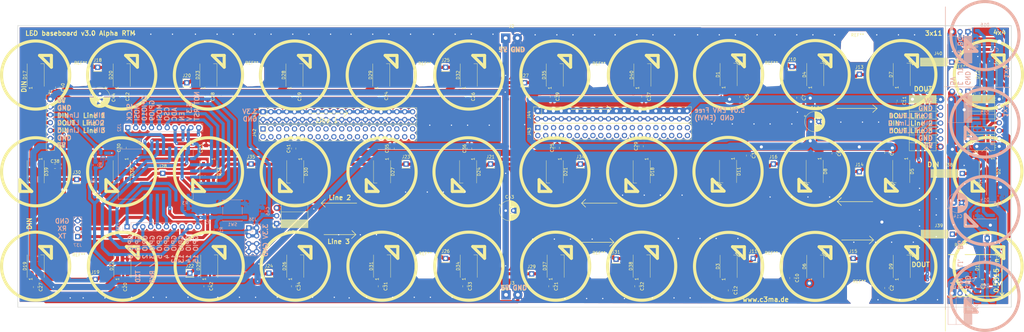
<source format=kicad_pcb>
(kicad_pcb (version 20171130) (host pcbnew 5.0.2-bee76a0~70~ubuntu18.04.1)
  (layers (0 F.Cu signal) (31 B.Cu signal) (34 B.Paste user) (35 F.Paste user hide) (36 B.SilkS user) (37 F.SilkS user) (38 B.Mask user) (39 F.Mask user) (44 Edge.Cuts user hide))
  (net 0 "")
  (net 1 GND)
  (net 2 "Net-(D1-Pad2)")
  (net 3 +5V)
  (net 4 "Net-(D3-Pad2)")
  (net 5 "Net-(D4-Pad2)")
  (net 6 "Net-(D5-Pad2)")
  (net 7 "Net-(D6-Pad2)")
  (net 8 "Net-(D11-Pad4)")
  (net 9 "Net-(D12-Pad2)")
  (net 10 DIN_LINE2)
  (net 11 DOUT_LINE3)
  (net 12 DIN_SHORT_LINE2)
  (net 13 DOUT_SHORT_LINE1)
  (net 14 DOUT_SHORT_LINE3)
  (net 15 "Net-(D13-Pad2)")
  (net 16 "Net-(D13-Pad4)")
  (net 17 "Net-(D14-Pad2)")
  (net 18 "Net-(D15-Pad2)")
  (net 19 "Net-(D16-Pad2)")
  (net 20 +3V3)
  (net 21 DOUT_2_LINE1)
  (net 22 DOUT_2_LINE3)
  (net 23 DIN_2_LINE2)
  (net 24 "Net-(D17-Pad2)")
  (net 25 DIN_1_LINE1)
  (net 26 "Net-(D18-Pad2)")
  (net 27 DIN_1_LINE3)
  (net 28 "Net-(D19-Pad2)")
  (net 29 "Net-(D20-Pad2)")
  (net 30 "Net-(D21-Pad2)")
  (net 31 "Net-(D22-Pad2)")
  (net 32 "Net-(D23-Pad2)")
  (net 33 "Net-(D24-Pad2)")
  (net 34 "Net-(D25-Pad2)")
  (net 35 "Net-(D26-Pad2)")
  (net 36 "Net-(D27-Pad2)")
  (net 37 "Net-(D28-Pad2)")
  (net 38 "Net-(D29-Pad2)")
  (net 39 "Net-(D30-Pad2)")
  (net 40 "Net-(D31-Pad2)")
  (net 41 "Net-(D32-Pad2)")
  (net 42 "Net-(D33-Pad2)")
  (net 43 "Net-(D34-Pad2)")
  (net 44 "Net-(D35-Pad2)")
  (net 45 "Net-(D36-Pad2)")
  (net 46 "Net-(D37-Pad2)")
  (net 47 DOUT_1_LINE2)
  (net 48 "Net-(J32-Pad10)")
  (net 49 "Net-(J32-Pad8)")
  (net 50 "Net-(J32-Pad7)")
  (net 51 "Net-(J32-Pad6)")
  (net 52 "Net-(J32-Pad5)")
  (net 53 "Net-(J32-Pad4)")
  (net 54 "Net-(J32-Pad3)")
  (net 55 "Net-(J32-Pad2)")
  (net 56 "Net-(J32-Pad1)")
  (net 57 "Net-(J33-Pad1)")
  (net 58 "Net-(J33-Pad2)")
  (net 59 "Net-(J33-Pad4)")
  (net 60 "Net-(J33-Pad5)")
  (net 61 "Net-(J33-Pad6)")
  (net 62 "Net-(J33-Pad7)")
  (net 63 "Net-(J33-Pad8)")
  (net 64 "Net-(J33-Pad9)")
  (net 65 "Net-(J33-Pad10)")
  (net 66 "Net-(R1-Pad2)")
  (net 67 "Net-(J33-Pad3)")
  (net 68 "Net-(D2-Pad2)")
  (net 69 "Net-(D10-Pad4)")
  (net 70 "Net-(D12-Pad4)")
  (module MountingHole:MountingHole_2.7mm_M2.5 (layer F.Cu) (at 346.8 57)
    (fp_text reference REF** (at 0 -3.7) (layer F.SilkS))
    (fp_text value MountingHole_2.7mm_M2.5)
    (pad 1 np_thru_hole circle (at 0 0) (size 2.7 2.7) (drill 2.7) (layers *.Cu *.Mask))
  )
  (module MountingHole:MountingHole_2.7mm_M2.5 (layer F.Cu) (at 346.8 114.6)
    (fp_text reference REF** (at 0 -3.7) (layer F.SilkS))
    (fp_text value MountingHole_2.7mm_M2.5)
    (pad 1 np_thru_hole circle (at 0 0) (size 2.7 2.7) (drill 2.7) (layers *.Cu *.Mask))
  )
  (module MountingHole:MountingHole_2.7mm_M2.5 (layer F.Cu) (at 314 126.4)
    (fp_text reference REF** (at 0 -3.7) (layer F.SilkS))
    (fp_text value MountingHole_2.7mm_M2.5)
    (pad 1 np_thru_hole circle (at 0 0) (size 2.7 2.7) (drill 2.7) (layers *.Cu *.Mask))
  )
  (module MountingHole:MountingHole_2.7mm_M2.5 (layer F.Cu) (at 230 117.2)
    (fp_text reference REF** (at 0 -3.7) (layer F.SilkS))
    (fp_text value MountingHole_2.7mm_M2.5)
    (pad 1 np_thru_hole circle (at 0 0) (size 2.7 2.7) (drill 2.7) (layers *.Cu *.Mask))
  )
  (module MountingHole:MountingHole_2.7mm_M2.5 (layer F.Cu) (at 285.6 117.2)
    (fp_text reference REF** (at 0 -3.7) (layer F.SilkS))
    (fp_text value MountingHole_2.7mm_M2.5)
    (pad 1 np_thru_hole circle (at 0 0) (size 2.7 2.7) (drill 2.7) (layers *.Cu *.Mask))
  )
  (module MountingHole:MountingHole_2.7mm_M2.5 (layer F.Cu) (at 313.4 46.8)
    (fp_text reference REF** (at 0 -3.7) (layer F.SilkS))
    (fp_text value MountingHole_2.7mm_M2.5)
    (pad 1 np_thru_hole circle (at 0 0) (size 2.7 2.7) (drill 2.7) (layers *.Cu *.Mask))
  )
  (module MountingHole:MountingHole_2.7mm_M2.5 (layer F.Cu) (at 285.6 55.8)
    (fp_text reference REF** (at 0 -3.7) (layer F.SilkS))
    (fp_text value MountingHole_2.7mm_M2.5)
    (pad 1 np_thru_hole circle (at 0 0) (size 2.7 2.7) (drill 2.7) (layers *.Cu *.Mask))
  )
  (module MountingHole:MountingHole_2.7mm_M2.5 (layer F.Cu) (at 230 56)
    (fp_text reference REF** (at 0 -3.7) (layer F.SilkS))
    (fp_text value MountingHole_2.7mm_M2.5)
    (pad 1 np_thru_hole circle (at 0 0) (size 2.7 2.7) (drill 2.7) (layers *.Cu *.Mask))
  )
  (module MountingHole:MountingHole_2.7mm_M2.5 (layer F.Cu) (at 173.8 56)
    (fp_text reference REF** (at 0 -3.7) (layer F.SilkS))
    (fp_text value MountingHole_2.7mm_M2.5)
    (pad 1 np_thru_hole circle (at 0 0) (size 2.7 2.7) (drill 2.7) (layers *.Cu *.Mask))
  )
  (module MountingHole:MountingHole_2.7mm_M2.5 (layer F.Cu) (at 118 55.8)
    (fp_text reference REF** (at 0 -3.7) (layer F.SilkS))
    (fp_text value MountingHole_2.7mm_M2.5)
    (pad 1 np_thru_hole circle (at 0 0) (size 2.7 2.7) (drill 2.7) (layers *.Cu *.Mask))
  )
  (module MountingHole:MountingHole_2.7mm_M2.5 (layer F.Cu) (at 62.8 55.8)
    (fp_text reference REF** (at 0 -3.7) (layer F.SilkS))
    (fp_text value MountingHole_2.7mm_M2.5)
    (pad 1 np_thru_hole circle (at 0 0) (size 2.7 2.7) (drill 2.7) (layers *.Cu *.Mask))
  )
  (module MountingHole:MountingHole_2.7mm_M2.5 (layer F.Cu) (at 62.2 117.8)
    (fp_text reference REF** (at 0 -3.7) (layer F.SilkS))
    (fp_text value MountingHole_2.7mm_M2.5)
    (pad 1 np_thru_hole circle (at 0 0) (size 2.7 2.7) (drill 2.7) (layers *.Cu *.Mask))
  )
  (module Connector_Wire:SolderWirePad_1x02_P3.81mm_Drill1.2mm (layer F.Cu) (at 200 127)
    (fp_text reference J3 (at 1.905 -3.81) (layer F.SilkS))
    (fp_text value Conn_01x02_Male)
    (pad 2 thru_hole circle (at 3.81 0) (size 2.99974 2.99974) (drill 1.19888) (layers *.Cu *.Mask) (net 1 GND))
    (pad 1 thru_hole rect (at 0 0) (size 2.99974 2.99974) (drill 1.19888) (layers *.Cu *.Mask) (net 3 +5V))
  )
  (module Connector_Wire:SolderWirePad_1x02_P3.81mm_Drill1.2mm (layer F.Cu) (at 199.87 44.06)
    (fp_text reference J2 (at 1.905 -3.81) (layer F.SilkS))
    (fp_text value Conn_01x02_Male)
    (pad 2 thru_hole circle (at 3.81 0) (size 2.99974 2.99974) (drill 1.19888) (layers *.Cu *.Mask) (net 1 GND))
    (pad 1 thru_hole rect (at 0 0) (size 2.99974 2.99974) (drill 1.19888) (layers *.Cu *.Mask) (net 3 +5V))
  )
  (module Wordclock:LED_WS2812B_PLCC4_5.0x5.0mm_P3.2mmMitEcke (layer F.Cu) (at 271.619406 87.139805 270)
    (fp_text reference D11 (at 0 -3.5 270) (layer F.SilkS))
    (fp_text value WS2812B)
    (fp_text user 1 (at -4.15 -1.6 270) (layer F.SilkS))
    (pad 1 smd rect (at -2.45 -1.6 270) (size 1.5 1) (layers F.Cu F.Paste F.Mask) (net 3 +5V))
    (pad 2 smd rect (at -2.45 1.6 270) (size 1.5 1) (layers F.Cu F.Paste F.Mask) (net 23 DIN_2_LINE2))
    (pad 4 smd rect (at 2.45 -1.6 270) (size 1.5 1) (layers F.Cu F.Paste F.Mask) (net 8 "Net-(D11-Pad4)"))
    (pad 3 smd rect (at 2.45 1.6 270) (size 1.5 1) (layers F.Cu F.Paste F.Mask) (net 1 GND))
  )
  (module Wordclock:LED_WS2812B_PLCC4_5.0x5.0mm_P3.2mmMitEcke (layer F.Cu) (at 271.802 117.822 90)
    (fp_text reference D3 (at 0 -3.5 90) (layer F.SilkS))
    (fp_text value WS2812B)
    (fp_text user 1 (at -4.15 -1.6 90) (layer F.SilkS))
    (pad 3 smd rect (at 2.45 1.6 90) (size 1.5 1) (layers F.Cu F.Paste F.Mask) (net 1 GND))
    (pad 4 smd rect (at 2.45 -1.6 90) (size 1.5 1) (layers F.Cu F.Paste F.Mask) (net 22 DOUT_2_LINE3))
    (pad 2 smd rect (at -2.45 1.6 90) (size 1.5 1) (layers F.Cu F.Paste F.Mask) (net 4 "Net-(D3-Pad2)"))
    (pad 1 smd rect (at -2.45 -1.6 90) (size 1.5 1) (layers F.Cu F.Paste F.Mask) (net 3 +5V))
  )
  (module Wordclock:LED_WS2812B_PLCC4_5.0x5.0mm_P3.2mmMitEcke (layer F.Cu) (at 299.742 55.846 90)
    (fp_text reference D4 (at 0 -3.5 90) (layer F.SilkS))
    (fp_text value WS2812B)
    (fp_text user 1 (at -4.15 -1.6 90) (layer F.SilkS))
    (pad 1 smd rect (at -2.45 -1.6 90) (size 1.5 1) (layers F.Cu F.Paste F.Mask) (net 3 +5V))
    (pad 2 smd rect (at -2.45 1.6 90) (size 1.5 1) (layers F.Cu F.Paste F.Mask) (net 5 "Net-(D4-Pad2)"))
    (pad 4 smd rect (at 2.45 -1.6 90) (size 1.5 1) (layers F.Cu F.Paste F.Mask) (net 2 "Net-(D1-Pad2)"))
    (pad 3 smd rect (at 2.45 1.6 90) (size 1.5 1) (layers F.Cu F.Paste F.Mask) (net 1 GND))
  )
  (module Wordclock:LED_WS2812B_PLCC4_5.0x5.0mm_P3.2mmMitEcke (layer F.Cu) (at 327.499406 87.139805 270)
    (fp_text reference D5 (at 0 -3.5 270) (layer F.SilkS))
    (fp_text value WS2812B)
    (fp_text user 1 (at -4.15 -1.6 270) (layer F.SilkS))
    (pad 3 smd rect (at 2.45 1.6 270) (size 1.5 1) (layers F.Cu F.Paste F.Mask) (net 1 GND))
    (pad 4 smd rect (at 2.45 -1.6 270) (size 1.5 1) (layers F.Cu F.Paste F.Mask) (net 12 DIN_SHORT_LINE2))
    (pad 2 smd rect (at -2.45 1.6 270) (size 1.5 1) (layers F.Cu F.Paste F.Mask) (net 6 "Net-(D5-Pad2)"))
    (pad 1 smd rect (at -2.45 -1.6 270) (size 1.5 1) (layers F.Cu F.Paste F.Mask) (net 3 +5V))
  )
  (module Wordclock:LED_WS2812B_PLCC4_5.0x5.0mm_P3.2mmMitEcke (layer F.Cu) (at 299.742 117.822 90)
    (fp_text reference D6 (at 0 -3.5 90) (layer F.SilkS))
    (fp_text value WS2812B)
    (fp_text user 1 (at -4.15 -1.6 90) (layer F.SilkS))
    (pad 1 smd rect (at -2.45 -1.6 90) (size 1.5 1) (layers F.Cu F.Paste F.Mask) (net 3 +5V))
    (pad 2 smd rect (at -2.45 1.6 90) (size 1.5 1) (layers F.Cu F.Paste F.Mask) (net 7 "Net-(D6-Pad2)"))
    (pad 4 smd rect (at 2.45 -1.6 90) (size 1.5 1) (layers F.Cu F.Paste F.Mask) (net 4 "Net-(D3-Pad2)"))
    (pad 3 smd rect (at 2.45 1.6 90) (size 1.5 1) (layers F.Cu F.Paste F.Mask) (net 1 GND))
  )
  (module Wordclock:LED_WS2812B_PLCC4_5.0x5.0mm_P3.2mmMitEcke (layer F.Cu) (at 327.682 55.846 90)
    (fp_text reference D7 (at 0 -3.5 90) (layer F.SilkS))
    (fp_text value WS2812B)
    (fp_text user 1 (at -4.15 -1.6 90) (layer F.SilkS))
    (pad 3 smd rect (at 2.45 1.6 90) (size 1.5 1) (layers F.Cu F.Paste F.Mask) (net 1 GND))
    (pad 4 smd rect (at 2.45 -1.6 90) (size 1.5 1) (layers F.Cu F.Paste F.Mask) (net 5 "Net-(D4-Pad2)"))
    (pad 2 smd rect (at -2.45 1.6 90) (size 1.5 1) (layers F.Cu F.Paste F.Mask) (net 13 DOUT_SHORT_LINE1))
    (pad 1 smd rect (at -2.45 -1.6 90) (size 1.5 1) (layers F.Cu F.Paste F.Mask) (net 3 +5V))
  )
  (module Wordclock:LED_WS2812B_PLCC4_5.0x5.0mm_P3.2mmMitEcke (layer F.Cu) (at 299.559406 87.139805 270)
    (fp_text reference D8 (at 0 -3.5 270) (layer F.SilkS))
    (fp_text value WS2812B)
    (fp_text user 1 (at -4.15 -1.6 270) (layer F.SilkS))
    (pad 1 smd rect (at -2.45 -1.6 270) (size 1.5 1) (layers F.Cu F.Paste F.Mask) (net 3 +5V))
    (pad 2 smd rect (at -2.45 1.6 270) (size 1.5 1) (layers F.Cu F.Paste F.Mask) (net 8 "Net-(D11-Pad4)"))
    (pad 4 smd rect (at 2.45 -1.6 270) (size 1.5 1) (layers F.Cu F.Paste F.Mask) (net 6 "Net-(D5-Pad2)"))
    (pad 3 smd rect (at 2.45 1.6 270) (size 1.5 1) (layers F.Cu F.Paste F.Mask) (net 1 GND))
  )
  (module Wordclock:LED_WS2812B_PLCC4_5.0x5.0mm_P3.2mmMitEcke (layer F.Cu) (at 327.682 117.822 90)
    (fp_text reference D9 (at 0 -3.5 90) (layer F.SilkS))
    (fp_text value WS2812B)
    (fp_text user 1 (at -4.15 -1.6 90) (layer F.SilkS))
    (pad 3 smd rect (at 2.45 1.6 90) (size 1.5 1) (layers F.Cu F.Paste F.Mask) (net 1 GND))
    (pad 4 smd rect (at 2.45 -1.6 90) (size 1.5 1) (layers F.Cu F.Paste F.Mask) (net 7 "Net-(D6-Pad2)"))
    (pad 2 smd rect (at -2.45 1.6 90) (size 1.5 1) (layers F.Cu F.Paste F.Mask) (net 14 DOUT_SHORT_LINE3))
    (pad 1 smd rect (at -2.45 -1.6 90) (size 1.5 1) (layers F.Cu F.Paste F.Mask) (net 3 +5V))
  )
  (module Wordclock:LED_WS2812B_PLCC4_5.0x5.0mm_P3.2mmMitEcke (layer F.Cu) (at 215.75 87.25 270)
    (fp_text reference D21 (at 0 -3.5 270) (layer F.SilkS))
    (fp_text value WS2812B)
    (fp_text user 1 (at -4.15 -1.6 270) (layer F.SilkS))
    (pad 1 smd rect (at -2.45 -1.6 270) (size 1.5 1) (layers F.Cu F.Paste F.Mask) (net 3 +5V))
    (pad 2 smd rect (at -2.45 1.6 270) (size 1.5 1) (layers F.Cu F.Paste F.Mask) (net 30 "Net-(D21-Pad2)"))
    (pad 4 smd rect (at 2.45 -1.6 270) (size 1.5 1) (layers F.Cu F.Paste F.Mask) (net 26 "Net-(D18-Pad2)"))
    (pad 3 smd rect (at 2.45 1.6 270) (size 1.5 1) (layers F.Cu F.Paste F.Mask) (net 1 GND))
  )
  (module Wordclock:LED_WS2812B_PLCC4_5.0x5.0mm_P3.2mmMitEcke (layer F.Cu) (at 355.622 55.846 90)
    (fp_text reference D12 (at 0 -3.5 90) (layer F.SilkS))
    (fp_text value WS2812B)
    (fp_text user 1 (at -4.15 -1.6 90) (layer F.SilkS))
    (pad 3 smd rect (at 2.45 1.6 90) (size 1.5 1) (layers F.Cu F.Paste F.Mask) (net 1 GND))
    (pad 4 smd rect (at 2.45 -1.6 90) (size 1.5 1) (layers F.Cu F.Paste F.Mask) (net 70 "Net-(D12-Pad4)"))
    (pad 2 smd rect (at -2.45 1.6 90) (size 1.5 1) (layers F.Cu F.Paste F.Mask) (net 9 "Net-(D12-Pad2)"))
    (pad 1 smd rect (at -2.45 -1.6 90) (size 1.5 1) (layers F.Cu F.Paste F.Mask) (net 3 +5V))
  )
  (module Wordclock:LED_WS2812B_PLCC4_5.0x5.0mm_P3.2mmMitEcke (layer B.Cu) (at 354.5 127.5 180)
    (fp_text reference D13 (at 0 3.5 180) (layer B.SilkS) (effects (justify mirror)))
    (fp_text value WS2812B)
    (fp_text user 1 (at -4.15 1.6 180) (layer B.SilkS) (effects (justify mirror)))
    (pad 1 smd rect (at -2.45 1.6 180) (size 1.5 1) (layers B.Cu B.Paste B.Mask) (net 3 +5V))
    (pad 2 smd rect (at -2.45 -1.6 180) (size 1.5 1) (layers B.Cu B.Paste B.Mask) (net 15 "Net-(D13-Pad2)"))
    (pad 4 smd rect (at 2.45 1.6 180) (size 1.5 1) (layers B.Cu B.Paste B.Mask) (net 16 "Net-(D13-Pad4)"))
    (pad 3 smd rect (at 2.45 -1.6 180) (size 1.5 1) (layers B.Cu B.Paste B.Mask) (net 1 GND))
  )
  (module Wordclock:LED_WS2812B_PLCC4_5.0x5.0mm_P3.2mmMitEcke (layer B.Cu) (at 354.5 99.75 180)
    (fp_text reference D14 (at 0 3.5 180) (layer B.SilkS) (effects (justify mirror)))
    (fp_text value WS2812B)
    (fp_text user 1 (at -4.15 1.6 180) (layer B.SilkS) (effects (justify mirror)))
    (pad 3 smd rect (at 2.45 -1.6 180) (size 1.5 1) (layers B.Cu B.Paste B.Mask) (net 1 GND))
    (pad 4 smd rect (at 2.45 1.6 180) (size 1.5 1) (layers B.Cu B.Paste B.Mask) (net 15 "Net-(D13-Pad2)"))
    (pad 2 smd rect (at -2.45 -1.6 180) (size 1.5 1) (layers B.Cu B.Paste B.Mask) (net 17 "Net-(D14-Pad2)"))
    (pad 1 smd rect (at -2.45 1.6 180) (size 1.5 1) (layers B.Cu B.Paste B.Mask) (net 3 +5V))
  )
  (module Wordclock:LED_WS2812B_PLCC4_5.0x5.0mm_P3.2mmMitEcke (layer B.Cu) (at 354.5 71.5 180)
    (fp_text reference D15 (at 0 3.5 180) (layer B.SilkS) (effects (justify mirror)))
    (fp_text value WS2812B)
    (fp_text user 1 (at -4.15 1.6 180) (layer B.SilkS) (effects (justify mirror)))
    (pad 1 smd rect (at -2.45 1.6 180) (size 1.5 1) (layers B.Cu B.Paste B.Mask) (net 3 +5V))
    (pad 2 smd rect (at -2.45 -1.6 180) (size 1.5 1) (layers B.Cu B.Paste B.Mask) (net 18 "Net-(D15-Pad2)"))
    (pad 4 smd rect (at 2.45 1.6 180) (size 1.5 1) (layers B.Cu B.Paste B.Mask) (net 17 "Net-(D14-Pad2)"))
    (pad 3 smd rect (at 2.45 -1.6 180) (size 1.5 1) (layers B.Cu B.Paste B.Mask) (net 1 GND))
  )
  (module Wordclock:LED_WS2812B_PLCC4_5.0x5.0mm_P3.2mmMitEcke (layer B.Cu) (at 354.5 43.25 180)
    (fp_text reference D16 (at 0 3.5 180) (layer B.SilkS) (effects (justify mirror)))
    (fp_text value WS2812B)
    (fp_text user 1 (at -4.15 1.6 180) (layer B.SilkS) (effects (justify mirror)))
    (pad 3 smd rect (at 2.45 -1.6 180) (size 1.5 1) (layers B.Cu B.Paste B.Mask) (net 1 GND))
    (pad 4 smd rect (at 2.45 1.6 180) (size 1.5 1) (layers B.Cu B.Paste B.Mask) (net 18 "Net-(D15-Pad2)"))
    (pad 2 smd rect (at -2.45 -1.6 180) (size 1.5 1) (layers B.Cu B.Paste B.Mask) (net 19 "Net-(D16-Pad2)"))
    (pad 1 smd rect (at -2.45 1.6 180) (size 1.5 1) (layers B.Cu B.Paste B.Mask) (net 3 +5V))
  )
  (module Wordclock:LED_WS2812B_PLCC4_5.0x5.0mm_P3.2mmMitEcke (layer F.Cu) (at 48.25 56 90)
    (fp_text reference D17 (at 0 -3.5 90) (layer F.SilkS))
    (fp_text value WS2812B)
    (fp_text user 1 (at -4.15 -1.6 90) (layer F.SilkS))
    (pad 1 smd rect (at -2.45 -1.6 90) (size 1.5 1) (layers F.Cu F.Paste F.Mask) (net 3 +5V))
    (pad 2 smd rect (at -2.45 1.6 90) (size 1.5 1) (layers F.Cu F.Paste F.Mask) (net 24 "Net-(D17-Pad2)"))
    (pad 4 smd rect (at 2.45 -1.6 90) (size 1.5 1) (layers F.Cu F.Paste F.Mask) (net 25 DIN_1_LINE1))
    (pad 3 smd rect (at 2.45 1.6 90) (size 1.5 1) (layers F.Cu F.Paste F.Mask) (net 1 GND))
  )
  (module Wordclock:LED_WS2812B_PLCC4_5.0x5.0mm_P3.2mmMitEcke (layer F.Cu) (at 243.75 87.25 270)
    (fp_text reference D18 (at 0 -3.5 270) (layer F.SilkS))
    (fp_text value WS2812B)
    (fp_text user 1 (at -4.15 -1.6 270) (layer F.SilkS))
    (pad 3 smd rect (at 2.45 1.6 270) (size 1.5 1) (layers F.Cu F.Paste F.Mask) (net 1 GND))
    (pad 4 smd rect (at 2.45 -1.6 270) (size 1.5 1) (layers F.Cu F.Paste F.Mask) (net 23 DIN_2_LINE2))
    (pad 2 smd rect (at -2.45 1.6 270) (size 1.5 1) (layers F.Cu F.Paste F.Mask) (net 26 "Net-(D18-Pad2)"))
    (pad 1 smd rect (at -2.45 -1.6 270) (size 1.5 1) (layers F.Cu F.Paste F.Mask) (net 3 +5V))
  )
  (module Wordclock:LED_WS2812B_PLCC4_5.0x5.0mm_P3.2mmMitEcke (layer F.Cu) (at 48.25 117.75 90)
    (fp_text reference D19 (at 0 -3.5 90) (layer F.SilkS))
    (fp_text value WS2812B)
    (fp_text user 1 (at -4.15 -1.6 90) (layer F.SilkS))
    (pad 1 smd rect (at -2.45 -1.6 90) (size 1.5 1) (layers F.Cu F.Paste F.Mask) (net 3 +5V))
    (pad 2 smd rect (at -2.45 1.6 90) (size 1.5 1) (layers F.Cu F.Paste F.Mask) (net 28 "Net-(D19-Pad2)"))
    (pad 4 smd rect (at 2.45 -1.6 90) (size 1.5 1) (layers F.Cu F.Paste F.Mask) (net 27 DIN_1_LINE3))
    (pad 3 smd rect (at 2.45 1.6 90) (size 1.5 1) (layers F.Cu F.Paste F.Mask) (net 1 GND))
  )
  (module Wordclock:LED_WS2812B_PLCC4_5.0x5.0mm_P3.2mmMitEcke (layer F.Cu) (at 271.802 55.846 90)
    (fp_text reference D1 (at 0 -3.5 90) (layer F.SilkS))
    (fp_text value WS2812B)
    (fp_text user 1 (at -4.15 -1.6 90) (layer F.SilkS))
    (pad 3 smd rect (at 2.45 1.6 90) (size 1.5 1) (layers F.Cu F.Paste F.Mask) (net 1 GND))
    (pad 4 smd rect (at 2.45 -1.6 90) (size 1.5 1) (layers F.Cu F.Paste F.Mask) (net 21 DOUT_2_LINE1))
    (pad 2 smd rect (at -2.45 1.6 90) (size 1.5 1) (layers F.Cu F.Paste F.Mask) (net 2 "Net-(D1-Pad2)"))
    (pad 1 smd rect (at -2.45 -1.6 90) (size 1.5 1) (layers F.Cu F.Paste F.Mask) (net 3 +5V))
  )
  (module Wordclock:LED_WS2812B_PLCC4_5.0x5.0mm_P3.2mmMitEcke (layer F.Cu) (at 355.439406 87.139805 270)
    (fp_text reference D2 (at 0 -3.5 270) (layer F.SilkS))
    (fp_text value WS2812B)
    (fp_text user 1 (at -4.15 -1.6 270) (layer F.SilkS))
    (pad 1 smd rect (at -2.45 -1.6 270) (size 1.5 1) (layers F.Cu F.Paste F.Mask) (net 3 +5V))
    (pad 2 smd rect (at -2.45 1.6 270) (size 1.5 1) (layers F.Cu F.Paste F.Mask) (net 68 "Net-(D2-Pad2)"))
    (pad 4 smd rect (at 2.45 -1.6 270) (size 1.5 1) (layers F.Cu F.Paste F.Mask) (net 10 DIN_LINE2))
    (pad 3 smd rect (at 2.45 1.6 270) (size 1.5 1) (layers F.Cu F.Paste F.Mask) (net 1 GND))
  )
  (module Wordclock:LED_WS2812B_PLCC4_5.0x5.0mm_P3.2mmMitEcke (layer F.Cu) (at 355.5 117.822 90)
    (fp_text reference D10 (at 0 -3.5 90) (layer F.SilkS))
    (fp_text value WS2812B)
    (fp_text user 1 (at -4.15 -1.6 90) (layer F.SilkS))
    (pad 3 smd rect (at 2.45 1.6 90) (size 1.5 1) (layers F.Cu F.Paste F.Mask) (net 1 GND))
    (pad 4 smd rect (at 2.45 -1.6 90) (size 1.5 1) (layers F.Cu F.Paste F.Mask) (net 69 "Net-(D10-Pad4)"))
    (pad 2 smd rect (at -2.45 1.6 90) (size 1.5 1) (layers F.Cu F.Paste F.Mask) (net 11 DOUT_LINE3))
    (pad 1 smd rect (at -2.45 -1.6 90) (size 1.5 1) (layers F.Cu F.Paste F.Mask) (net 3 +5V))
  )
  (module Wordclock:LED_WS2812B_PLCC4_5.0x5.0mm_P3.2mmMitEcke (layer F.Cu) (at 104 56 90)
    (fp_text reference D23 (at 0 -3.5 90) (layer F.SilkS))
    (fp_text value WS2812B)
    (fp_text user 1 (at -4.15 -1.6 90) (layer F.SilkS))
    (pad 1 smd rect (at -2.45 -1.6 90) (size 1.5 1) (layers F.Cu F.Paste F.Mask) (net 3 +5V))
    (pad 2 smd rect (at -2.45 1.6 90) (size 1.5 1) (layers F.Cu F.Paste F.Mask) (net 32 "Net-(D23-Pad2)"))
    (pad 4 smd rect (at 2.45 -1.6 90) (size 1.5 1) (layers F.Cu F.Paste F.Mask) (net 29 "Net-(D20-Pad2)"))
    (pad 3 smd rect (at 2.45 1.6 90) (size 1.5 1) (layers F.Cu F.Paste F.Mask) (net 1 GND))
  )
  (module Wordclock:LED_WS2812B_PLCC4_5.0x5.0mm_P3.2mmMitEcke (layer F.Cu) (at 187.75 87.25 270)
    (fp_text reference D24 (at 0 -3.5 270) (layer F.SilkS))
    (fp_text value WS2812B)
    (fp_text user 1 (at -4.15 -1.6 270) (layer F.SilkS))
    (pad 3 smd rect (at 2.45 1.6 270) (size 1.5 1) (layers F.Cu F.Paste F.Mask) (net 1 GND))
    (pad 4 smd rect (at 2.45 -1.6 270) (size 1.5 1) (layers F.Cu F.Paste F.Mask) (net 30 "Net-(D21-Pad2)"))
    (pad 2 smd rect (at -2.45 1.6 270) (size 1.5 1) (layers F.Cu F.Paste F.Mask) (net 33 "Net-(D24-Pad2)"))
    (pad 1 smd rect (at -2.45 -1.6 270) (size 1.5 1) (layers F.Cu F.Paste F.Mask) (net 3 +5V))
  )
  (module Wordclock:LED_WS2812B_PLCC4_5.0x5.0mm_P3.2mmMitEcke (layer F.Cu) (at 104.25 117.75 90)
    (fp_text reference D25 (at 0 -3.5 90) (layer F.SilkS))
    (fp_text value WS2812B)
    (fp_text user 1 (at -4.15 -1.6 90) (layer F.SilkS))
    (pad 1 smd rect (at -2.45 -1.6 90) (size 1.5 1) (layers F.Cu F.Paste F.Mask) (net 3 +5V))
    (pad 2 smd rect (at -2.45 1.6 90) (size 1.5 1) (layers F.Cu F.Paste F.Mask) (net 34 "Net-(D25-Pad2)"))
    (pad 4 smd rect (at 2.45 -1.6 90) (size 1.5 1) (layers F.Cu F.Paste F.Mask) (net 31 "Net-(D22-Pad2)"))
    (pad 3 smd rect (at 2.45 1.6 90) (size 1.5 1) (layers F.Cu F.Paste F.Mask) (net 1 GND))
  )
  (module Wordclock:LED_WS2812B_PLCC4_5.0x5.0mm_P3.2mmMitEcke (layer F.Cu) (at 132 117.75 90)
    (fp_text reference D26 (at 0 -3.5 90) (layer F.SilkS))
    (fp_text value WS2812B)
    (fp_text user 1 (at -4.15 -1.6 90) (layer F.SilkS))
    (pad 3 smd rect (at 2.45 1.6 90) (size 1.5 1) (layers F.Cu F.Paste F.Mask) (net 1 GND))
    (pad 4 smd rect (at 2.45 -1.6 90) (size 1.5 1) (layers F.Cu F.Paste F.Mask) (net 34 "Net-(D25-Pad2)"))
    (pad 2 smd rect (at -2.45 1.6 90) (size 1.5 1) (layers F.Cu F.Paste F.Mask) (net 35 "Net-(D26-Pad2)"))
    (pad 1 smd rect (at -2.45 -1.6 90) (size 1.5 1) (layers F.Cu F.Paste F.Mask) (net 3 +5V))
  )
  (module Wordclock:LED_WS2812B_PLCC4_5.0x5.0mm_P3.2mmMitEcke (layer F.Cu) (at 160 87.25 270)
    (fp_text reference D27 (at 0 -3.5 270) (layer F.SilkS))
    (fp_text value WS2812B)
    (fp_text user 1 (at -4.15 -1.6 270) (layer F.SilkS))
    (pad 1 smd rect (at -2.45 -1.6 270) (size 1.5 1) (layers F.Cu F.Paste F.Mask) (net 3 +5V))
    (pad 2 smd rect (at -2.45 1.6 270) (size 1.5 1) (layers F.Cu F.Paste F.Mask) (net 36 "Net-(D27-Pad2)"))
    (pad 4 smd rect (at 2.45 -1.6 270) (size 1.5 1) (layers F.Cu F.Paste F.Mask) (net 33 "Net-(D24-Pad2)"))
    (pad 3 smd rect (at 2.45 1.6 270) (size 1.5 1) (layers F.Cu F.Paste F.Mask) (net 1 GND))
  )
  (module Wordclock:LED_WS2812B_PLCC4_5.0x5.0mm_P3.2mmMitEcke (layer F.Cu) (at 131.75 56 90)
    (fp_text reference D28 (at 0 -3.5 90) (layer F.SilkS))
    (fp_text value WS2812B)
    (fp_text user 1 (at -4.15 -1.6 90) (layer F.SilkS))
    (pad 3 smd rect (at 2.45 1.6 90) (size 1.5 1) (layers F.Cu F.Paste F.Mask) (net 1 GND))
    (pad 4 smd rect (at 2.45 -1.6 90) (size 1.5 1) (layers F.Cu F.Paste F.Mask) (net 32 "Net-(D23-Pad2)"))
    (pad 2 smd rect (at -2.45 1.6 90) (size 1.5 1) (layers F.Cu F.Paste F.Mask) (net 37 "Net-(D28-Pad2)"))
    (pad 1 smd rect (at -2.45 -1.6 90) (size 1.5 1) (layers F.Cu F.Paste F.Mask) (net 3 +5V))
  )
  (module Wordclock:LED_WS2812B_PLCC4_5.0x5.0mm_P3.2mmMitEcke (layer F.Cu) (at 159.75 56 90)
    (fp_text reference D29 (at 0 -3.5 90) (layer F.SilkS))
    (fp_text value WS2812B)
    (fp_text user 1 (at -4.15 -1.6 90) (layer F.SilkS))
    (pad 1 smd rect (at -2.45 -1.6 90) (size 1.5 1) (layers F.Cu F.Paste F.Mask) (net 3 +5V))
    (pad 2 smd rect (at -2.45 1.6 90) (size 1.5 1) (layers F.Cu F.Paste F.Mask) (net 38 "Net-(D29-Pad2)"))
    (pad 4 smd rect (at 2.45 -1.6 90) (size 1.5 1) (layers F.Cu F.Paste F.Mask) (net 37 "Net-(D28-Pad2)"))
    (pad 3 smd rect (at 2.45 1.6 90) (size 1.5 1) (layers F.Cu F.Paste F.Mask) (net 1 GND))
  )
  (module Wordclock:LED_WS2812B_PLCC4_5.0x5.0mm_P3.2mmMitEcke (layer F.Cu) (at 132 87.25 270)
    (fp_text reference D30 (at 0 -3.5 270) (layer F.SilkS))
    (fp_text value WS2812B)
    (fp_text user 1 (at -4.15 -1.6 270) (layer F.SilkS))
    (pad 3 smd rect (at 2.45 1.6 270) (size 1.5 1) (layers F.Cu F.Paste F.Mask) (net 1 GND))
    (pad 4 smd rect (at 2.45 -1.6 270) (size 1.5 1) (layers F.Cu F.Paste F.Mask) (net 36 "Net-(D27-Pad2)"))
    (pad 2 smd rect (at -2.45 1.6 270) (size 1.5 1) (layers F.Cu F.Paste F.Mask) (net 39 "Net-(D30-Pad2)"))
    (pad 1 smd rect (at -2.45 -1.6 270) (size 1.5 1) (layers F.Cu F.Paste F.Mask) (net 3 +5V))
  )
  (module Wordclock:LED_WS2812B_PLCC4_5.0x5.0mm_P3.2mmMitEcke (layer F.Cu) (at 76 56 90)
    (fp_text reference D20 (at 0 -3.5 90) (layer F.SilkS))
    (fp_text value WS2812B)
    (fp_text user 1 (at -4.15 -1.6 90) (layer F.SilkS))
    (pad 1 smd rect (at -2.45 -1.6 90) (size 1.5 1) (layers F.Cu F.Paste F.Mask) (net 3 +5V))
    (pad 2 smd rect (at -2.45 1.6 90) (size 1.5 1) (layers F.Cu F.Paste F.Mask) (net 29 "Net-(D20-Pad2)"))
    (pad 4 smd rect (at 2.45 -1.6 90) (size 1.5 1) (layers F.Cu F.Paste F.Mask) (net 24 "Net-(D17-Pad2)"))
    (pad 3 smd rect (at 2.45 1.6 90) (size 1.5 1) (layers F.Cu F.Paste F.Mask) (net 1 GND))
  )
  (module Wordclock:LED_WS2812B_PLCC4_5.0x5.0mm_P3.2mmMitEcke (layer F.Cu) (at 188 56 90)
    (fp_text reference D32 (at 0 -3.5 90) (layer F.SilkS))
    (fp_text value WS2812B)
    (fp_text user 1 (at -4.15 -1.6 90) (layer F.SilkS))
    (pad 3 smd rect (at 2.45 1.6 90) (size 1.5 1) (layers F.Cu F.Paste F.Mask) (net 1 GND))
    (pad 4 smd rect (at 2.45 -1.6 90) (size 1.5 1) (layers F.Cu F.Paste F.Mask) (net 38 "Net-(D29-Pad2)"))
    (pad 2 smd rect (at -2.45 1.6 90) (size 1.5 1) (layers F.Cu F.Paste F.Mask) (net 41 "Net-(D32-Pad2)"))
    (pad 1 smd rect (at -2.45 -1.6 90) (size 1.5 1) (layers F.Cu F.Paste F.Mask) (net 3 +5V))
  )
  (module Wordclock:LED_WS2812B_PLCC4_5.0x5.0mm_P3.2mmMitEcke (layer F.Cu) (at 104 87.25 270)
    (fp_text reference D33 (at 0 -3.5 270) (layer F.SilkS))
    (fp_text value WS2812B)
    (fp_text user 1 (at -4.15 -1.6 270) (layer F.SilkS))
    (pad 1 smd rect (at -2.45 -1.6 270) (size 1.5 1) (layers F.Cu F.Paste F.Mask) (net 3 +5V))
    (pad 2 smd rect (at -2.45 1.6 270) (size 1.5 1) (layers F.Cu F.Paste F.Mask) (net 42 "Net-(D33-Pad2)"))
    (pad 4 smd rect (at 2.45 -1.6 270) (size 1.5 1) (layers F.Cu F.Paste F.Mask) (net 39 "Net-(D30-Pad2)"))
    (pad 3 smd rect (at 2.45 1.6 270) (size 1.5 1) (layers F.Cu F.Paste F.Mask) (net 1 GND))
  )
  (module Wordclock:LED_WS2812B_PLCC4_5.0x5.0mm_P3.2mmMitEcke (layer F.Cu) (at 188 117.75 90)
    (fp_text reference D34 (at 0 -3.5 90) (layer F.SilkS))
    (fp_text value WS2812B)
    (fp_text user 1 (at -4.15 -1.6 90) (layer F.SilkS))
    (pad 3 smd rect (at 2.45 1.6 90) (size 1.5 1) (layers F.Cu F.Paste F.Mask) (net 1 GND))
    (pad 4 smd rect (at 2.45 -1.6 90) (size 1.5 1) (layers F.Cu F.Paste F.Mask) (net 40 "Net-(D31-Pad2)"))
    (pad 2 smd rect (at -2.45 1.6 90) (size 1.5 1) (layers F.Cu F.Paste F.Mask) (net 43 "Net-(D34-Pad2)"))
    (pad 1 smd rect (at -2.45 -1.6 90) (size 1.5 1) (layers F.Cu F.Paste F.Mask) (net 3 +5V))
  )
  (module Wordclock:LED_WS2812B_PLCC4_5.0x5.0mm_P3.2mmMitEcke (layer F.Cu) (at 215.75 56 90)
    (fp_text reference D35 (at 0 -3.5 90) (layer F.SilkS))
    (fp_text value WS2812B)
    (fp_text user 1 (at -4.15 -1.6 90) (layer F.SilkS))
    (pad 1 smd rect (at -2.45 -1.6 90) (size 1.5 1) (layers F.Cu F.Paste F.Mask) (net 3 +5V))
    (pad 2 smd rect (at -2.45 1.6 90) (size 1.5 1) (layers F.Cu F.Paste F.Mask) (net 44 "Net-(D35-Pad2)"))
    (pad 4 smd rect (at 2.45 -1.6 90) (size 1.5 1) (layers F.Cu F.Paste F.Mask) (net 41 "Net-(D32-Pad2)"))
    (pad 3 smd rect (at 2.45 1.6 90) (size 1.5 1) (layers F.Cu F.Paste F.Mask) (net 1 GND))
  )
  (module Wordclock:LED_WS2812B_PLCC4_5.0x5.0mm_P3.2mmMitEcke (layer F.Cu) (at 76 87.25 270)
    (fp_text reference D36 (at 0 -3.5 270) (layer F.SilkS))
    (fp_text value WS2812B)
    (fp_text user 1 (at -4.15 -1.6 270) (layer F.SilkS))
    (pad 3 smd rect (at 2.45 1.6 270) (size 1.5 1) (layers F.Cu F.Paste F.Mask) (net 1 GND))
    (pad 4 smd rect (at 2.45 -1.6 270) (size 1.5 1) (layers F.Cu F.Paste F.Mask) (net 42 "Net-(D33-Pad2)"))
    (pad 2 smd rect (at -2.45 1.6 270) (size 1.5 1) (layers F.Cu F.Paste F.Mask) (net 45 "Net-(D36-Pad2)"))
    (pad 1 smd rect (at -2.45 -1.6 270) (size 1.5 1) (layers F.Cu F.Paste F.Mask) (net 3 +5V))
  )
  (module Wordclock:LED_WS2812B_PLCC4_5.0x5.0mm_P3.2mmMitEcke (layer F.Cu) (at 216 117.75 90)
    (fp_text reference D37 (at 0 -3.5 90) (layer F.SilkS))
    (fp_text value WS2812B)
    (fp_text user 1 (at -4.15 -1.6 90) (layer F.SilkS))
    (pad 1 smd rect (at -2.45 -1.6 90) (size 1.5 1) (layers F.Cu F.Paste F.Mask) (net 3 +5V))
    (pad 2 smd rect (at -2.45 1.6 90) (size 1.5 1) (layers F.Cu F.Paste F.Mask) (net 46 "Net-(D37-Pad2)"))
    (pad 4 smd rect (at 2.45 -1.6 90) (size 1.5 1) (layers F.Cu F.Paste F.Mask) (net 43 "Net-(D34-Pad2)"))
    (pad 3 smd rect (at 2.45 1.6 90) (size 1.5 1) (layers F.Cu F.Paste F.Mask) (net 1 GND))
  )
  (module Wordclock:LED_WS2812B_PLCC4_5.0x5.0mm_P3.2mmMitEcke (layer F.Cu) (at 243.75 117.75 90)
    (fp_text reference D38 (at 0 -3.5 90) (layer F.SilkS))
    (fp_text value WS2812B)
    (fp_text user 1 (at -4.15 -1.6 90) (layer F.SilkS))
    (pad 3 smd rect (at 2.45 1.6 90) (size 1.5 1) (layers F.Cu F.Paste F.Mask) (net 1 GND))
    (pad 4 smd rect (at 2.45 -1.6 90) (size 1.5 1) (layers F.Cu F.Paste F.Mask) (net 46 "Net-(D37-Pad2)"))
    (pad 2 smd rect (at -2.45 1.6 90) (size 1.5 1) (layers F.Cu F.Paste F.Mask) (net 22 DOUT_2_LINE3))
    (pad 1 smd rect (at -2.45 -1.6 90) (size 1.5 1) (layers F.Cu F.Paste F.Mask) (net 3 +5V))
  )
  (module Wordclock:LED_WS2812B_PLCC4_5.0x5.0mm_P3.2mmMitEcke (layer F.Cu) (at 48.25 87.25 270)
    (fp_text reference D39 (at 0 -3.5 270) (layer F.SilkS))
    (fp_text value WS2812B)
    (fp_text user 1 (at -4.15 -1.6 270) (layer F.SilkS))
    (pad 1 smd rect (at -2.45 -1.6 270) (size 1.5 1) (layers F.Cu F.Paste F.Mask) (net 3 +5V))
    (pad 2 smd rect (at -2.45 1.6 270) (size 1.5 1) (layers F.Cu F.Paste F.Mask) (net 47 DOUT_1_LINE2))
    (pad 4 smd rect (at 2.45 -1.6 270) (size 1.5 1) (layers F.Cu F.Paste F.Mask) (net 45 "Net-(D36-Pad2)"))
    (pad 3 smd rect (at 2.45 1.6 270) (size 1.5 1) (layers F.Cu F.Paste F.Mask) (net 1 GND))
  )
  (module Wordclock:LED_WS2812B_PLCC4_5.0x5.0mm_P3.2mmMitEcke (layer F.Cu) (at 244 56 90)
    (fp_text reference D40 (at 0 -3.5 90) (layer F.SilkS))
    (fp_text value WS2812B)
    (fp_text user 1 (at -4.15 -1.6 90) (layer F.SilkS))
    (pad 3 smd rect (at 2.45 1.6 90) (size 1.5 1) (layers F.Cu F.Paste F.Mask) (net 1 GND))
    (pad 4 smd rect (at 2.45 -1.6 90) (size 1.5 1) (layers F.Cu F.Paste F.Mask) (net 44 "Net-(D35-Pad2)"))
    (pad 2 smd rect (at -2.45 1.6 90) (size 1.5 1) (layers F.Cu F.Paste F.Mask) (net 21 DOUT_2_LINE1))
    (pad 1 smd rect (at -2.45 -1.6 90) (size 1.5 1) (layers F.Cu F.Paste F.Mask) (net 3 +5V))
  )
  (module Wordclock:LED_WS2812B_PLCC4_5.0x5.0mm_P3.2mmMitEcke (layer F.Cu) (at 76.25 117.75 90)
    (fp_text reference D22 (at 0 -3.5 90) (layer F.SilkS))
    (fp_text value WS2812B)
    (fp_text user 1 (at -4.15 -1.6 90) (layer F.SilkS))
    (pad 1 smd rect (at -2.45 -1.6 90) (size 1.5 1) (layers F.Cu F.Paste F.Mask) (net 3 +5V))
    (pad 2 smd rect (at -2.45 1.6 90) (size 1.5 1) (layers F.Cu F.Paste F.Mask) (net 31 "Net-(D22-Pad2)"))
    (pad 4 smd rect (at 2.45 -1.6 90) (size 1.5 1) (layers F.Cu F.Paste F.Mask) (net 28 "Net-(D19-Pad2)"))
    (pad 3 smd rect (at 2.45 1.6 90) (size 1.5 1) (layers F.Cu F.Paste F.Mask) (net 1 GND))
  )
  (module Wordclock:LED_WS2812B_PLCC4_5.0x5.0mm_P3.2mmMitEcke (layer F.Cu) (at 160 117.75 90)
    (fp_text reference D31 (at 0 -3.5 90) (layer F.SilkS))
    (fp_text value WS2812B)
    (fp_text user 1 (at -4.15 -1.6 90) (layer F.SilkS))
    (pad 3 smd rect (at 2.45 1.6 90) (size 1.5 1) (layers F.Cu F.Paste F.Mask) (net 1 GND))
    (pad 4 smd rect (at 2.45 -1.6 90) (size 1.5 1) (layers F.Cu F.Paste F.Mask) (net 35 "Net-(D26-Pad2)"))
    (pad 2 smd rect (at -2.45 1.6 90) (size 1.5 1) (layers F.Cu F.Paste F.Mask) (net 40 "Net-(D31-Pad2)"))
    (pad 1 smd rect (at -2.45 -1.6 90) (size 1.5 1) (layers F.Cu F.Paste F.Mask) (net 3 +5V))
  )
  (module Connector_PinSocket_2.54mm:PinSocket_1x10_P2.54mm_Vertical (layer B.Cu) (at 78 73 270)
    (fp_text reference J32 (at 0 2.77 270) (layer B.SilkS) (effects (justify mirror)))
    (fp_text value Conn_01x10)
    (pad 10 thru_hole oval (at 0 -22.86 270) (size 1.7 1.7) (drill 1) (layers *.Cu *.Mask) (net 48 "Net-(J32-Pad10)"))
    (pad 9 thru_hole oval (at 0 -20.32 270) (size 1.7 1.7) (drill 1) (layers *.Cu *.Mask) (net 20 +3V3))
    (pad 8 thru_hole oval (at 0 -17.78 270) (size 1.7 1.7) (drill 1) (layers *.Cu *.Mask) (net 49 "Net-(J32-Pad8)"))
    (pad 7 thru_hole oval (at 0 -15.24 270) (size 1.7 1.7) (drill 1) (layers *.Cu *.Mask) (net 50 "Net-(J32-Pad7)"))
    (pad 6 thru_hole oval (at 0 -12.7 270) (size 1.7 1.7) (drill 1) (layers *.Cu *.Mask) (net 51 "Net-(J32-Pad6)"))
    (pad 5 thru_hole oval (at 0 -10.16 270) (size 1.7 1.7) (drill 1) (layers *.Cu *.Mask) (net 52 "Net-(J32-Pad5)"))
    (pad 4 thru_hole oval (at 0 -7.62 270) (size 1.7 1.7) (drill 1) (layers *.Cu *.Mask) (net 53 "Net-(J32-Pad4)"))
    (pad 3 thru_hole oval (at 0 -5.08 270) (size 1.7 1.7) (drill 1) (layers *.Cu *.Mask) (net 54 "Net-(J32-Pad3)"))
    (pad 2 thru_hole oval (at 0 -2.54 270) (size 1.7 1.7) (drill 1) (layers *.Cu *.Mask) (net 55 "Net-(J32-Pad2)"))
    (pad 1 thru_hole rect (at 0 0 270) (size 1.7 1.7) (drill 1) (layers *.Cu *.Mask) (net 56 "Net-(J32-Pad1)"))
  )
  (module Connector_PinSocket_2.54mm:PinSocket_1x10_P2.54mm_Vertical (layer B.Cu) (at 77.75 105 270)
    (fp_text reference J33 (at 0 2.77 270) (layer B.SilkS) (effects (justify mirror)))
    (fp_text value Conn_01x10)
    (pad 1 thru_hole rect (at 0 0 270) (size 1.7 1.7) (drill 1) (layers *.Cu *.Mask) (net 57 "Net-(J33-Pad1)"))
    (pad 2 thru_hole oval (at 0 -2.54 270) (size 1.7 1.7) (drill 1) (layers *.Cu *.Mask) (net 58 "Net-(J33-Pad2)"))
    (pad 3 thru_hole oval (at 0 -5.08 270) (size 1.7 1.7) (drill 1) (layers *.Cu *.Mask) (net 67 "Net-(J33-Pad3)"))
    (pad 4 thru_hole oval (at 0 -7.62 270) (size 1.7 1.7) (drill 1) (layers *.Cu *.Mask) (net 59 "Net-(J33-Pad4)"))
    (pad 5 thru_hole oval (at 0 -10.16 270) (size 1.7 1.7) (drill 1) (layers *.Cu *.Mask) (net 60 "Net-(J33-Pad5)"))
    (pad 6 thru_hole oval (at 0 -12.7 270) (size 1.7 1.7) (drill 1) (layers *.Cu *.Mask) (net 61 "Net-(J33-Pad6)"))
    (pad 7 thru_hole oval (at 0 -15.24 270) (size 1.7 1.7) (drill 1) (layers *.Cu *.Mask) (net 62 "Net-(J33-Pad7)"))
    (pad 8 thru_hole oval (at 0 -17.78 270) (size 1.7 1.7) (drill 1) (layers *.Cu *.Mask) (net 63 "Net-(J33-Pad8)"))
    (pad 9 thru_hole oval (at 0 -20.32 270) (size 1.7 1.7) (drill 1) (layers *.Cu *.Mask) (net 64 "Net-(J33-Pad9)"))
    (pad 10 thru_hole oval (at 0 -22.86 270) (size 1.7 1.7) (drill 1) (layers *.Cu *.Mask) (net 65 "Net-(J33-Pad10)"))
  )
  (module Button_Switch_SMD:SW_SPST_B3S-1000 (layer B.Cu) (at 111.75 99.75)
    (fp_text reference SW1 (at 0 4.5) (layer B.SilkS) (effects (justify mirror)))
    (fp_text value SW_Push)
    (pad 1 smd rect (at -3.975 2.25) (size 1.55 1.3) (layers B.Cu B.Paste B.Mask) (net 66 "Net-(R1-Pad2)"))
    (pad 1 smd rect (at 3.975 2.25) (size 1.55 1.3) (layers B.Cu B.Paste B.Mask) (net 66 "Net-(R1-Pad2)"))
    (pad 2 smd rect (at -3.975 -2.25) (size 1.55 1.3) (layers B.Cu B.Paste B.Mask) (net 1 GND))
    (pad 2 smd rect (at 3.975 -2.25) (size 1.55 1.3) (layers B.Cu B.Paste B.Mask) (net 1 GND))
  )
  (module RF_Module:ESP-12E (layer B.Cu) (at 87 88 270)
    (fp_text reference U1 (at -10.56 5.26 270) (layer B.SilkS) (effects (justify mirror)))
    (fp_text value ESP-12E)
    (pad 1 smd rect (at -7.6 3.5 270) (size 2.5 1) (layers B.Cu B.Paste B.Mask) (net 48 "Net-(J32-Pad10)"))
    (pad 2 smd rect (at -7.6 1.5 270) (size 2.5 1) (layers B.Cu B.Paste B.Mask) (net 49 "Net-(J32-Pad8)"))
    (pad 3 smd rect (at -7.6 -0.5 270) (size 2.5 1) (layers B.Cu B.Paste B.Mask) (net 20 +3V3))
    (pad 4 smd rect (at -7.6 -2.5 270) (size 2.5 1) (layers B.Cu B.Paste B.Mask) (net 56 "Net-(J32-Pad1)"))
    (pad 5 smd rect (at -7.6 -4.5 270) (size 2.5 1) (layers B.Cu B.Paste B.Mask) (net 64 "Net-(J33-Pad9)"))
    (pad 6 smd rect (at -7.6 -6.5 270) (size 2.5 1) (layers B.Cu B.Paste B.Mask) (net 62 "Net-(J33-Pad7)"))
    (pad 7 smd rect (at -7.6 -8.5 270) (size 2.5 1) (layers B.Cu B.Paste B.Mask) (net 63 "Net-(J33-Pad8)"))
    (pad 8 smd rect (at -7.6 -10.5 270) (size 2.5 1) (layers B.Cu B.Paste B.Mask) (net 20 +3V3))
    (pad 9 smd rect (at -5 -12 270) (size 1 1.8) (layers B.Cu B.Paste B.Mask) (net 50 "Net-(J32-Pad7)"))
    (pad 10 smd rect (at -3 -12 270) (size 1 1.8) (layers B.Cu B.Paste B.Mask) (net 51 "Net-(J32-Pad6)"))
    (pad 11 smd rect (at -1 -12 270) (size 1 1.8) (layers B.Cu B.Paste B.Mask) (net 52 "Net-(J32-Pad5)"))
    (pad 12 smd rect (at 1 -12 270) (size 1 1.8) (layers B.Cu B.Paste B.Mask) (net 53 "Net-(J32-Pad4)"))
    (pad 13 smd rect (at 3 -12 270) (size 1 1.8) (layers B.Cu B.Paste B.Mask) (net 54 "Net-(J32-Pad3)"))
    (pad 14 smd rect (at 5 -12 270) (size 1 1.8) (layers B.Cu B.Paste B.Mask) (net 55 "Net-(J32-Pad2)"))
    (pad 15 smd rect (at 7.6 -10.5 270) (size 2.5 1) (layers B.Cu B.Paste B.Mask) (net 1 GND))
    (pad 16 smd rect (at 7.6 -8.5 270) (size 2.5 1) (layers B.Cu B.Paste B.Mask) (net 65 "Net-(J33-Pad10)"))
    (pad 17 smd rect (at 7.6 -6.5 270) (size 2.5 1) (layers B.Cu B.Paste B.Mask) (net 67 "Net-(J33-Pad3)"))
    (pad 18 smd rect (at 7.6 -4.5 270) (size 2.5 1) (layers B.Cu B.Paste B.Mask) (net 57 "Net-(J33-Pad1)"))
    (pad 19 smd rect (at 7.6 -2.5 270) (size 2.5 1) (layers B.Cu B.Paste B.Mask) (net 61 "Net-(J33-Pad6)"))
    (pad 20 smd rect (at 7.6 -0.5 270) (size 2.5 1) (layers B.Cu B.Paste B.Mask) (net 60 "Net-(J33-Pad5)"))
    (pad 21 smd rect (at 7.6 1.5 270) (size 2.5 1) (layers B.Cu B.Paste B.Mask) (net 59 "Net-(J33-Pad4)"))
    (pad 22 smd rect (at 7.6 3.5 270) (size 2.5 1) (layers B.Cu B.Paste B.Mask) (net 58 "Net-(J33-Pad2)"))
  )
  (module Connector_PinSocket_2.54mm:PinSocket_2x20_P2.54mm_Vertical (layer F.Cu) (at 121.6 67.86 90)
    (fp_text reference J41 (at -1.27 -2.77 90) (layer F.SilkS))
    (fp_text value Conn_02x20_Odd_Even)
    (pad 1 thru_hole rect (at 0 0 90) (size 1.7 1.7) (drill 1) (layers *.Cu *.Mask) (net 20 +3V3))
    (pad 2 thru_hole oval (at -2.54 0 90) (size 1.7 1.7) (drill 1) (layers *.Cu *.Mask) (net 1 GND))
    (pad 3 thru_hole oval (at 0 2.54 90) (size 1.7 1.7) (drill 1) (layers *.Cu *.Mask) (net 20 +3V3))
    (pad 4 thru_hole oval (at -2.54 2.54 90) (size 1.7 1.7) (drill 1) (layers *.Cu *.Mask) (net 1 GND))
    (pad 5 thru_hole oval (at 0 5.08 90) (size 1.7 1.7) (drill 1) (layers *.Cu *.Mask) (net 20 +3V3))
    (pad 6 thru_hole oval (at -2.54 5.08 90) (size 1.7 1.7) (drill 1) (layers *.Cu *.Mask) (net 1 GND))
    (pad 7 thru_hole oval (at 0 7.62 90) (size 1.7 1.7) (drill 1) (layers *.Cu *.Mask) (net 20 +3V3))
    (pad 8 thru_hole oval (at -2.54 7.62 90) (size 1.7 1.7) (drill 1) (layers *.Cu *.Mask) (net 1 GND))
    (pad 9 thru_hole oval (at 0 10.16 90) (size 1.7 1.7) (drill 1) (layers *.Cu *.Mask) (net 20 +3V3))
    (pad 10 thru_hole oval (at -2.54 10.16 90) (size 1.7 1.7) (drill 1) (layers *.Cu *.Mask) (net 1 GND))
    (pad 11 thru_hole oval (at 0 12.7 90) (size 1.7 1.7) (drill 1) (layers *.Cu *.Mask) (net 20 +3V3))
    (pad 12 thru_hole oval (at -2.54 12.7 90) (size 1.7 1.7) (drill 1) (layers *.Cu *.Mask) (net 1 GND))
    (pad 13 thru_hole oval (at 0 15.24 90) (size 1.7 1.7) (drill 1) (layers *.Cu *.Mask) (net 20 +3V3))
    (pad 14 thru_hole oval (at -2.54 15.24 90) (size 1.7 1.7) (drill 1) (layers *.Cu *.Mask) (net 1 GND))
    (pad 15 thru_hole oval (at 0 17.78 90) (size 1.7 1.7) (drill 1) (layers *.Cu *.Mask) (net 20 +3V3))
    (pad 16 thru_hole oval (at -2.54 17.78 90) (size 1.7 1.7) (drill 1) (layers *.Cu *.Mask) (net 1 GND))
    (pad 17 thru_hole oval (at 0 20.32 90) (size 1.7 1.7) (drill 1) (layers *.Cu *.Mask) (net 20 +3V3))
    (pad 18 thru_hole oval (at -2.54 20.32 90) (size 1.7 1.7) (drill 1) (layers *.Cu *.Mask) (net 1 GND))
    (pad 19 thru_hole oval (at 0 22.86 90) (size 1.7 1.7) (drill 1) (layers *.Cu *.Mask) (net 20 +3V3))
    (pad 20 thru_hole oval (at -2.54 22.86 90) (size 1.7 1.7) (drill 1) (layers *.Cu *.Mask) (net 1 GND))
    (pad 21 thru_hole oval (at 0 25.4 90) (size 1.7 1.7) (drill 1) (layers *.Cu *.Mask) (net 20 +3V3))
    (pad 22 thru_hole oval (at -2.54 25.4 90) (size 1.7 1.7) (drill 1) (layers *.Cu *.Mask) (net 1 GND))
    (pad 23 thru_hole oval (at 0 27.94 90) (size 1.7 1.7) (drill 1) (layers *.Cu *.Mask) (net 20 +3V3))
    (pad 24 thru_hole oval (at -2.54 27.94 90) (size 1.7 1.7) (drill 1) (layers *.Cu *.Mask) (net 1 GND))
    (pad 25 thru_hole oval (at 0 30.48 90) (size 1.7 1.7) (drill 1) (layers *.Cu *.Mask) (net 20 +3V3))
    (pad 26 thru_hole oval (at -2.54 30.48 90) (size 1.7 1.7) (drill 1) (layers *.Cu *.Mask) (net 1 GND))
    (pad 27 thru_hole oval (at 0 33.02 90) (size 1.7 1.7) (drill 1) (layers *.Cu *.Mask) (net 20 +3V3))
    (pad 28 thru_hole oval (at -2.54 33.02 90) (size 1.7 1.7) (drill 1) (layers *.Cu *.Mask) (net 1 GND))
    (pad 29 thru_hole oval (at 0 35.56 90) (size 1.7 1.7) (drill 1) (layers *.Cu *.Mask) (net 20 +3V3))
    (pad 30 thru_hole oval (at -2.54 35.56 90) (size 1.7 1.7) (drill 1) (layers *.Cu *.Mask) (net 1 GND))
    (pad 31 thru_hole oval (at 0 38.1 90) (size 1.7 1.7) (drill 1) (layers *.Cu *.Mask) (net 20 +3V3))
    (pad 32 thru_hole oval (at -2.54 38.1 90) (size 1.7 1.7) (drill 1) (layers *.Cu *.Mask) (net 1 GND))
    (pad 33 thru_hole oval (at 0 40.64 90) (size 1.7 1.7) (drill 1) (layers *.Cu *.Mask) (net 20 +3V3))
    (pad 34 thru_hole oval (at -2.54 40.64 90) (size 1.7 1.7) (drill 1) (layers *.Cu *.Mask) (net 1 GND))
    (pad 35 thru_hole oval (at 0 43.18 90) (size 1.7 1.7) (drill 1) (layers *.Cu *.Mask) (net 20 +3V3))
    (pad 36 thru_hole oval (at -2.54 43.18 90) (size 1.7 1.7) (drill 1) (layers *.Cu *.Mask) (net 1 GND))
    (pad 37 thru_hole oval (at 0 45.72 90) (size 1.7 1.7) (drill 1) (layers *.Cu *.Mask) (net 20 +3V3))
    (pad 38 thru_hole oval (at -2.54 45.72 90) (size 1.7 1.7) (drill 1) (layers *.Cu *.Mask) (net 1 GND))
    (pad 39 thru_hole oval (at 0 48.26 90) (size 1.7 1.7) (drill 1) (layers *.Cu *.Mask) (net 20 +3V3))
    (pad 40 thru_hole oval (at -2.54 48.26 90) (size 1.7 1.7) (drill 1) (layers *.Cu *.Mask) (net 1 GND))
  )
  (module Connector_PinSocket_2.54mm:PinSocket_2x20_P2.54mm_Vertical (layer F.Cu) (at 121.6 73.4 90)
    (fp_text reference J42 (at -1.27 -2.77 90) (layer F.SilkS))
    (fp_text value Conn_02x20_Counter_Clockwise)
    (pad 40 thru_hole oval (at -2.54 48.26 90) (size 1.7 1.7) (drill 1) (layers *.Cu *.Mask))
    (pad 39 thru_hole oval (at 0 48.26 90) (size 1.7 1.7) (drill 1) (layers *.Cu *.Mask))
    (pad 38 thru_hole oval (at -2.54 45.72 90) (size 1.7 1.7) (drill 1) (layers *.Cu *.Mask))
    (pad 37 thru_hole oval (at 0 45.72 90) (size 1.7 1.7) (drill 1) (layers *.Cu *.Mask))
    (pad 36 thru_hole oval (at -2.54 43.18 90) (size 1.7 1.7) (drill 1) (layers *.Cu *.Mask))
    (pad 35 thru_hole oval (at 0 43.18 90) (size 1.7 1.7) (drill 1) (layers *.Cu *.Mask))
    (pad 34 thru_hole oval (at -2.54 40.64 90) (size 1.7 1.7) (drill 1) (layers *.Cu *.Mask))
    (pad 33 thru_hole oval (at 0 40.64 90) (size 1.7 1.7) (drill 1) (layers *.Cu *.Mask))
    (pad 32 thru_hole oval (at -2.54 38.1 90) (size 1.7 1.7) (drill 1) (layers *.Cu *.Mask))
    (pad 31 thru_hole oval (at 0 38.1 90) (size 1.7 1.7) (drill 1) (layers *.Cu *.Mask))
    (pad 30 thru_hole oval (at -2.54 35.56 90) (size 1.7 1.7) (drill 1) (layers *.Cu *.Mask))
    (pad 29 thru_hole oval (at 0 35.56 90) (size 1.7 1.7) (drill 1) (layers *.Cu *.Mask))
    (pad 28 thru_hole oval (at -2.54 33.02 90) (size 1.7 1.7) (drill 1) (layers *.Cu *.Mask))
    (pad 27 thru_hole oval (at 0 33.02 90) (size 1.7 1.7) (drill 1) (layers *.Cu *.Mask))
    (pad 26 thru_hole oval (at -2.54 30.48 90) (size 1.7 1.7) (drill 1) (layers *.Cu *.Mask))
    (pad 25 thru_hole oval (at 0 30.48 90) (size 1.7 1.7) (drill 1) (layers *.Cu *.Mask))
    (pad 24 thru_hole oval (at -2.54 27.94 90) (size 1.7 1.7) (drill 1) (layers *.Cu *.Mask))
    (pad 23 thru_hole oval (at 0 27.94 90) (size 1.7 1.7) (drill 1) (layers *.Cu *.Mask))
    (pad 22 thru_hole oval (at -2.54 25.4 90) (size 1.7 1.7) (drill 1) (layers *.Cu *.Mask))
    (pad 21 thru_hole oval (at 0 25.4 90) (size 1.7 1.7) (drill 1) (layers *.Cu *.Mask))
    (pad 20 thru_hole oval (at -2.54 22.86 90) (size 1.7 1.7) (drill 1) (layers *.Cu *.Mask))
    (pad 19 thru_hole oval (at 0 22.86 90) (size 1.7 1.7) (drill 1) (layers *.Cu *.Mask))
    (pad 18 thru_hole oval (at -2.54 20.32 90) (size 1.7 1.7) (drill 1) (layers *.Cu *.Mask))
    (pad 17 thru_hole oval (at 0 20.32 90) (size 1.7 1.7) (drill 1) (layers *.Cu *.Mask))
    (pad 16 thru_hole oval (at -2.54 17.78 90) (size 1.7 1.7) (drill 1) (layers *.Cu *.Mask))
    (pad 15 thru_hole oval (at 0 17.78 90) (size 1.7 1.7) (drill 1) (layers *.Cu *.Mask))
    (pad 14 thru_hole oval (at -2.54 15.24 90) (size 1.7 1.7) (drill 1) (layers *.Cu *.Mask))
    (pad 13 thru_hole oval (at 0 15.24 90) (size 1.7 1.7) (drill 1) (layers *.Cu *.Mask))
    (pad 12 thru_hole oval (at -2.54 12.7 90) (size 1.7 1.7) (drill 1) (layers *.Cu *.Mask))
    (pad 11 thru_hole oval (at 0 12.7 90) (size 1.7 1.7) (drill 1) (layers *.Cu *.Mask))
    (pad 10 thru_hole oval (at -2.54 10.16 90) (size 1.7 1.7) (drill 1) (layers *.Cu *.Mask))
    (pad 9 thru_hole oval (at 0 10.16 90) (size 1.7 1.7) (drill 1) (layers *.Cu *.Mask))
    (pad 8 thru_hole oval (at -2.54 7.62 90) (size 1.7 1.7) (drill 1) (layers *.Cu *.Mask))
    (pad 7 thru_hole oval (at 0 7.62 90) (size 1.7 1.7) (drill 1) (layers *.Cu *.Mask))
    (pad 6 thru_hole oval (at -2.54 5.08 90) (size 1.7 1.7) (drill 1) (layers *.Cu *.Mask))
    (pad 5 thru_hole oval (at 0 5.08 90) (size 1.7 1.7) (drill 1) (layers *.Cu *.Mask))
    (pad 4 thru_hole oval (at -2.54 2.54 90) (size 1.7 1.7) (drill 1) (layers *.Cu *.Mask))
    (pad 3 thru_hole oval (at 0 2.54 90) (size 1.7 1.7) (drill 1) (layers *.Cu *.Mask))
    (pad 2 thru_hole oval (at -2.54 0 90) (size 1.7 1.7) (drill 1) (layers *.Cu *.Mask))
    (pad 1 thru_hole rect (at 0 0 90) (size 1.7 1.7) (drill 1) (layers *.Cu *.Mask))
  )
  (module Connector_PinSocket_2.54mm:PinSocket_2x20_P2.54mm_Vertical (layer F.Cu) (at 210.26 73 90)
    (fp_text reference J43 (at -1.27 -2.77 90) (layer F.SilkS))
    (fp_text value Conn_02x20_Counter_Clockwise)
    (pad 40 thru_hole oval (at -2.54 48.26 90) (size 1.7 1.7) (drill 1) (layers *.Cu *.Mask))
    (pad 39 thru_hole oval (at 0 48.26 90) (size 1.7 1.7) (drill 1) (layers *.Cu *.Mask))
    (pad 38 thru_hole oval (at -2.54 45.72 90) (size 1.7 1.7) (drill 1) (layers *.Cu *.Mask))
    (pad 37 thru_hole oval (at 0 45.72 90) (size 1.7 1.7) (drill 1) (layers *.Cu *.Mask))
    (pad 36 thru_hole oval (at -2.54 43.18 90) (size 1.7 1.7) (drill 1) (layers *.Cu *.Mask))
    (pad 35 thru_hole oval (at 0 43.18 90) (size 1.7 1.7) (drill 1) (layers *.Cu *.Mask))
    (pad 34 thru_hole oval (at -2.54 40.64 90) (size 1.7 1.7) (drill 1) (layers *.Cu *.Mask))
    (pad 33 thru_hole oval (at 0 40.64 90) (size 1.7 1.7) (drill 1) (layers *.Cu *.Mask))
    (pad 32 thru_hole oval (at -2.54 38.1 90) (size 1.7 1.7) (drill 1) (layers *.Cu *.Mask))
    (pad 31 thru_hole oval (at 0 38.1 90) (size 1.7 1.7) (drill 1) (layers *.Cu *.Mask))
    (pad 30 thru_hole oval (at -2.54 35.56 90) (size 1.7 1.7) (drill 1) (layers *.Cu *.Mask))
    (pad 29 thru_hole oval (at 0 35.56 90) (size 1.7 1.7) (drill 1) (layers *.Cu *.Mask))
    (pad 28 thru_hole oval (at -2.54 33.02 90) (size 1.7 1.7) (drill 1) (layers *.Cu *.Mask))
    (pad 27 thru_hole oval (at 0 33.02 90) (size 1.7 1.7) (drill 1) (layers *.Cu *.Mask))
    (pad 26 thru_hole oval (at -2.54 30.48 90) (size 1.7 1.7) (drill 1) (layers *.Cu *.Mask))
    (pad 25 thru_hole oval (at 0 30.48 90) (size 1.7 1.7) (drill 1) (layers *.Cu *.Mask))
    (pad 24 thru_hole oval (at -2.54 27.94 90) (size 1.7 1.7) (drill 1) (layers *.Cu *.Mask))
    (pad 23 thru_hole oval (at 0 27.94 90) (size 1.7 1.7) (drill 1) (layers *.Cu *.Mask))
    (pad 22 thru_hole oval (at -2.54 25.4 90) (size 1.7 1.7) (drill 1) (layers *.Cu *.Mask))
    (pad 21 thru_hole oval (at 0 25.4 90) (size 1.7 1.7) (drill 1) (layers *.Cu *.Mask))
    (pad 20 thru_hole oval (at -2.54 22.86 90) (size 1.7 1.7) (drill 1) (layers *.Cu *.Mask))
    (pad 19 thru_hole oval (at 0 22.86 90) (size 1.7 1.7) (drill 1) (layers *.Cu *.Mask))
    (pad 18 thru_hole oval (at -2.54 20.32 90) (size 1.7 1.7) (drill 1) (layers *.Cu *.Mask))
    (pad 17 thru_hole oval (at 0 20.32 90) (size 1.7 1.7) (drill 1) (layers *.Cu *.Mask))
    (pad 16 thru_hole oval (at -2.54 17.78 90) (size 1.7 1.7) (drill 1) (layers *.Cu *.Mask))
    (pad 15 thru_hole oval (at 0 17.78 90) (size 1.7 1.7) (drill 1) (layers *.Cu *.Mask))
    (pad 14 thru_hole oval (at -2.54 15.24 90) (size 1.7 1.7) (drill 1) (layers *.Cu *.Mask))
    (pad 13 thru_hole oval (at 0 15.24 90) (size 1.7 1.7) (drill 1) (layers *.Cu *.Mask))
    (pad 12 thru_hole oval (at -2.54 12.7 90) (size 1.7 1.7) (drill 1) (layers *.Cu *.Mask))
    (pad 11 thru_hole oval (at 0 12.7 90) (size 1.7 1.7) (drill 1) (layers *.Cu *.Mask))
    (pad 10 thru_hole oval (at -2.54 10.16 90) (size 1.7 1.7) (drill 1) (layers *.Cu *.Mask))
    (pad 9 thru_hole oval (at 0 10.16 90) (size 1.7 1.7) (drill 1) (layers *.Cu *.Mask))
    (pad 8 thru_hole oval (at -2.54 7.62 90) (size 1.7 1.7) (drill 1) (layers *.Cu *.Mask))
    (pad 7 thru_hole oval (at 0 7.62 90) (size 1.7 1.7) (drill 1) (layers *.Cu *.Mask))
    (pad 6 thru_hole oval (at -2.54 5.08 90) (size 1.7 1.7) (drill 1) (layers *.Cu *.Mask))
    (pad 5 thru_hole oval (at 0 5.08 90) (size 1.7 1.7) (drill 1) (layers *.Cu *.Mask))
    (pad 4 thru_hole oval (at -2.54 2.54 90) (size 1.7 1.7) (drill 1) (layers *.Cu *.Mask))
    (pad 3 thru_hole oval (at 0 2.54 90) (size 1.7 1.7) (drill 1) (layers *.Cu *.Mask))
    (pad 2 thru_hole oval (at -2.54 0 90) (size 1.7 1.7) (drill 1) (layers *.Cu *.Mask))
    (pad 1 thru_hole rect (at 0 0 90) (size 1.7 1.7) (drill 1) (layers *.Cu *.Mask))
  )
  (module Connector_PinSocket_2.54mm:PinSocket_2x20_P2.54mm_Vertical (layer F.Cu) (at 210.2 67.6 90)
    (fp_text reference J44 (at -1.27 -2.77 90) (layer F.SilkS))
    (fp_text value Conn_02x20_Odd_Even)
    (pad 1 thru_hole rect (at 0 0 90) (size 1.7 1.7) (drill 1) (layers *.Cu *.Mask) (net 3 +5V))
    (pad 2 thru_hole oval (at -2.54 0 90) (size 1.7 1.7) (drill 1) (layers *.Cu *.Mask) (net 1 GND))
    (pad 3 thru_hole oval (at 0 2.54 90) (size 1.7 1.7) (drill 1) (layers *.Cu *.Mask) (net 3 +5V))
    (pad 4 thru_hole oval (at -2.54 2.54 90) (size 1.7 1.7) (drill 1) (layers *.Cu *.Mask) (net 1 GND))
    (pad 5 thru_hole oval (at 0 5.08 90) (size 1.7 1.7) (drill 1) (layers *.Cu *.Mask) (net 3 +5V))
    (pad 6 thru_hole oval (at -2.54 5.08 90) (size 1.7 1.7) (drill 1) (layers *.Cu *.Mask) (net 1 GND))
    (pad 7 thru_hole oval (at 0 7.62 90) (size 1.7 1.7) (drill 1) (layers *.Cu *.Mask) (net 3 +5V))
    (pad 8 thru_hole oval (at -2.54 7.62 90) (size 1.7 1.7) (drill 1) (layers *.Cu *.Mask) (net 1 GND))
    (pad 9 thru_hole oval (at 0 10.16 90) (size 1.7 1.7) (drill 1) (layers *.Cu *.Mask) (net 3 +5V))
    (pad 10 thru_hole oval (at -2.54 10.16 90) (size 1.7 1.7) (drill 1) (layers *.Cu *.Mask) (net 1 GND))
    (pad 11 thru_hole oval (at 0 12.7 90) (size 1.7 1.7) (drill 1) (layers *.Cu *.Mask) (net 3 +5V))
    (pad 12 thru_hole oval (at -2.54 12.7 90) (size 1.7 1.7) (drill 1) (layers *.Cu *.Mask) (net 1 GND))
    (pad 13 thru_hole oval (at 0 15.24 90) (size 1.7 1.7) (drill 1) (layers *.Cu *.Mask) (net 3 +5V))
    (pad 14 thru_hole oval (at -2.54 15.24 90) (size 1.7 1.7) (drill 1) (layers *.Cu *.Mask) (net 1 GND))
    (pad 15 thru_hole oval (at 0 17.78 90) (size 1.7 1.7) (drill 1) (layers *.Cu *.Mask) (net 3 +5V))
    (pad 16 thru_hole oval (at -2.54 17.78 90) (size 1.7 1.7) (drill 1) (layers *.Cu *.Mask) (net 1 GND))
    (pad 17 thru_hole oval (at 0 20.32 90) (size 1.7 1.7) (drill 1) (layers *.Cu *.Mask) (net 3 +5V))
    (pad 18 thru_hole oval (at -2.54 20.32 90) (size 1.7 1.7) (drill 1) (layers *.Cu *.Mask) (net 1 GND))
    (pad 19 thru_hole oval (at 0 22.86 90) (size 1.7 1.7) (drill 1) (layers *.Cu *.Mask) (net 3 +5V))
    (pad 20 thru_hole oval (at -2.54 22.86 90) (size 1.7 1.7) (drill 1) (layers *.Cu *.Mask) (net 1 GND))
    (pad 21 thru_hole oval (at 0 25.4 90) (size 1.7 1.7) (drill 1) (layers *.Cu *.Mask) (net 3 +5V))
    (pad 22 thru_hole oval (at -2.54 25.4 90) (size 1.7 1.7) (drill 1) (layers *.Cu *.Mask) (net 1 GND))
    (pad 23 thru_hole oval (at 0 27.94 90) (size 1.7 1.7) (drill 1) (layers *.Cu *.Mask) (net 3 +5V))
    (pad 24 thru_hole oval (at -2.54 27.94 90) (size 1.7 1.7) (drill 1) (layers *.Cu *.Mask) (net 1 GND))
    (pad 25 thru_hole oval (at 0 30.48 90) (size 1.7 1.7) (drill 1) (layers *.Cu *.Mask) (net 3 +5V))
    (pad 26 thru_hole oval (at -2.54 30.48 90) (size 1.7 1.7) (drill 1) (layers *.Cu *.Mask) (net 1 GND))
    (pad 27 thru_hole oval (at 0 33.02 90) (size 1.7 1.7) (drill 1) (layers *.Cu *.Mask) (net 3 +5V))
    (pad 28 thru_hole oval (at -2.54 33.02 90) (size 1.7 1.7) (drill 1) (layers *.Cu *.Mask) (net 1 GND))
    (pad 29 thru_hole oval (at 0 35.56 90) (size 1.7 1.7) (drill 1) (layers *.Cu *.Mask) (net 3 +5V))
    (pad 30 thru_hole oval (at -2.54 35.56 90) (size 1.7 1.7) (drill 1) (layers *.Cu *.Mask) (net 1 GND))
    (pad 31 thru_hole oval (at 0 38.1 90) (size 1.7 1.7) (drill 1) (layers *.Cu *.Mask) (net 3 +5V))
    (pad 32 thru_hole oval (at -2.54 38.1 90) (size 1.7 1.7) (drill 1) (layers *.Cu *.Mask) (net 1 GND))
    (pad 33 thru_hole oval (at 0 40.64 90) (size 1.7 1.7) (drill 1) (layers *.Cu *.Mask) (net 3 +5V))
    (pad 34 thru_hole oval (at -2.54 40.64 90) (size 1.7 1.7) (drill 1) (layers *.Cu *.Mask) (net 1 GND))
    (pad 35 thru_hole oval (at 0 43.18 90) (size 1.7 1.7) (drill 1) (layers *.Cu *.Mask) (net 3 +5V))
    (pad 36 thru_hole oval (at -2.54 43.18 90) (size 1.7 1.7) (drill 1) (layers *.Cu *.Mask) (net 1 GND))
    (pad 37 thru_hole oval (at 0 45.72 90) (size 1.7 1.7) (drill 1) (layers *.Cu *.Mask) (net 3 +5V))
    (pad 38 thru_hole oval (at -2.54 45.72 90) (size 1.7 1.7) (drill 1) (layers *.Cu *.Mask) (net 1 GND))
    (pad 39 thru_hole oval (at 0 48.26 90) (size 1.7 1.7) (drill 1) (layers *.Cu *.Mask) (net 3 +5V))
    (pad 40 thru_hole oval (at -2.54 48.26 90) (size 1.7 1.7) (drill 1) (layers *.Cu *.Mask) (net 1 GND))
  )
  (module Capacitor_SMD:C_0805_2012Metric_Pad1.15x1.40mm_HandSolder (layer F.Cu) (at 322.856 81.119 270)
    (fp_text reference C1 (at 0 -1.65 270) (layer F.SilkS))
    (fp_text value 100n)
    (pad 1 smd roundrect (at -1.025 0 270) (size 1.15 1.4) (layers F.Cu F.Paste F.Mask) (roundrect_rratio 0.217391) (net 3 +5V))
    (pad 2 smd roundrect (at 1.025 0 270) (size 1.15 1.4) (layers F.Cu F.Paste F.Mask) (roundrect_rratio 0.217391) (net 1 GND))
  )
  (module Capacitor_SMD:C_0805_2012Metric_Pad1.15x1.40mm_HandSolder (layer F.Cu) (at 322.856 124.807 270)
    (fp_text reference C2 (at 0 -1.65 270) (layer F.SilkS))
    (fp_text value 100n)
    (pad 2 smd roundrect (at 1.025 0 270) (size 1.15 1.4) (layers F.Cu F.Paste F.Mask) (roundrect_rratio 0.217391) (net 1 GND))
    (pad 1 smd roundrect (at -1.025 0 270) (size 1.15 1.4) (layers F.Cu F.Paste F.Mask) (roundrect_rratio 0.217391) (net 3 +5V))
  )
  (module Capacitor_SMD:C_0805_2012Metric_Pad1.15x1.40mm_HandSolder (layer F.Cu) (at 278.279 82.008 270)
    (fp_text reference C3 (at 0 -1.65 270) (layer F.SilkS))
    (fp_text value 100n)
    (pad 2 smd roundrect (at 1.025 0 270) (size 1.15 1.4) (layers F.Cu F.Paste F.Mask) (roundrect_rratio 0.217391) (net 1 GND))
    (pad 1 smd roundrect (at -1.025 0 270) (size 1.15 1.4) (layers F.Cu F.Paste F.Mask) (roundrect_rratio 0.217391) (net 3 +5V))
  )
  (module Capacitor_SMD:C_0805_2012Metric_Pad1.15x1.40mm_HandSolder (layer F.Cu) (at 352.25 124.25 270)
    (fp_text reference C4 (at 0 -1.65 270) (layer F.SilkS))
    (fp_text value 100n)
    (pad 1 smd roundrect (at -1.025 0 270) (size 1.15 1.4) (layers F.Cu F.Paste F.Mask) (roundrect_rratio 0.217391) (net 3 +5V))
    (pad 2 smd roundrect (at 1.025 0 270) (size 1.15 1.4) (layers F.Cu F.Paste F.Mask) (roundrect_rratio 0.217391) (net 1 GND))
  )
  (module Capacitor_SMD:C_0805_2012Metric_Pad1.15x1.40mm_HandSolder (layer F.Cu) (at 276.12 63.06 270)
    (fp_text reference C5 (at 0 -1.65 270) (layer F.SilkS))
    (fp_text value 100n)
    (pad 2 smd roundrect (at 1.025 0 270) (size 1.15 1.4) (layers F.Cu F.Paste F.Mask) (roundrect_rratio 0.217391) (net 1 GND))
    (pad 1 smd roundrect (at -1.025 0 270) (size 1.15 1.4) (layers F.Cu F.Paste F.Mask) (roundrect_rratio 0.217391) (net 3 +5V))
  )
  (module Capacitor_SMD:C_0805_2012Metric_Pad1.15x1.40mm_HandSolder (layer F.Cu) (at 350.034 81.246 270)
    (fp_text reference C6 (at 0 -1.65 270) (layer F.SilkS))
    (fp_text value 100n)
    (pad 2 smd roundrect (at 1.025 0 270) (size 1.15 1.4) (layers F.Cu F.Paste F.Mask) (roundrect_rratio 0.217391) (net 1 GND))
    (pad 1 smd roundrect (at -1.025 0 270) (size 1.15 1.4) (layers F.Cu F.Paste F.Mask) (roundrect_rratio 0.217391) (net 3 +5V))
  )
  (module Capacitor_SMD:C_0805_2012Metric_Pad1.15x1.40mm_HandSolder (layer F.Cu) (at 294.5 63.31 270)
    (fp_text reference C7 (at 0 -1.65 270) (layer F.SilkS))
    (fp_text value 100n)
    (pad 1 smd roundrect (at -1.025 0 270) (size 1.15 1.4) (layers F.Cu F.Paste F.Mask) (roundrect_rratio 0.217391) (net 3 +5V))
    (pad 2 smd roundrect (at 1.025 0 270) (size 1.15 1.4) (layers F.Cu F.Paste F.Mask) (roundrect_rratio 0.217391) (net 1 GND))
  )
  (module Capacitor_SMD:C_0805_2012Metric_Pad1.15x1.40mm_HandSolder (layer F.Cu) (at 305.87 81.31 270)
    (fp_text reference C8 (at 0 -1.65 270) (layer F.SilkS))
    (fp_text value 100n)
    (pad 1 smd roundrect (at -1.025 0 270) (size 1.15 1.4) (layers F.Cu F.Paste F.Mask) (roundrect_rratio 0.217391) (net 3 +5V))
    (pad 2 smd roundrect (at 1.025 0 270) (size 1.15 1.4) (layers F.Cu F.Paste F.Mask) (roundrect_rratio 0.217391) (net 1 GND))
  )
  (module Capacitor_SMD:C_0805_2012Metric_Pad1.15x1.40mm_HandSolder (layer F.Cu) (at 352 61.9 90)
    (fp_text reference C9 (at 0 -1.65 90) (layer F.SilkS))
    (fp_text value 100n)
    (pad 1 smd roundrect (at -1.025 0 90) (size 1.15 1.4) (layers F.Cu F.Paste F.Mask) (roundrect_rratio 0.217391) (net 3 +5V))
    (pad 2 smd roundrect (at 1.025 0 90) (size 1.15 1.4) (layers F.Cu F.Paste F.Mask) (roundrect_rratio 0.217391) (net 1 GND))
  )
  (module Capacitor_SMD:C_0805_2012Metric_Pad1.15x1.40mm_HandSolder (layer F.Cu) (at 292.27 121.585 270)
    (fp_text reference C10 (at 0 -1.65 270) (layer F.SilkS))
    (fp_text value 100n)
    (pad 1 smd roundrect (at -1.025 0 270) (size 1.15 1.4) (layers F.Cu F.Paste F.Mask) (roundrect_rratio 0.217391) (net 3 +5V))
    (pad 2 smd roundrect (at 1.025 0 270) (size 1.15 1.4) (layers F.Cu F.Paste F.Mask) (roundrect_rratio 0.217391) (net 1 GND))
  )
  (module Capacitor_SMD:C_0805_2012Metric_Pad1.15x1.40mm_HandSolder (layer F.Cu) (at 326.87 64.31 270)
    (fp_text reference C11 (at 0 -1.65 270) (layer F.SilkS))
    (fp_text value 100n)
    (pad 1 smd roundrect (at -1.025 0 270) (size 1.15 1.4) (layers F.Cu F.Paste F.Mask) (roundrect_rratio 0.217391) (net 3 +5V))
    (pad 2 smd roundrect (at 1.025 0 270) (size 1.15 1.4) (layers F.Cu F.Paste F.Mask) (roundrect_rratio 0.217391) (net 1 GND))
  )
  (module Capacitor_SMD:C_0805_2012Metric_Pad1.15x1.40mm_HandSolder (layer F.Cu) (at 272.437 125.569 270)
    (fp_text reference C12 (at 0 -1.65 270) (layer F.SilkS))
    (fp_text value 100n)
    (pad 2 smd roundrect (at 1.025 0 270) (size 1.15 1.4) (layers F.Cu F.Paste F.Mask) (roundrect_rratio 0.217391) (net 1 GND))
    (pad 1 smd roundrect (at -1.025 0 270) (size 1.15 1.4) (layers F.Cu F.Paste F.Mask) (roundrect_rratio 0.217391) (net 3 +5V))
  )
  (module Capacitor_SMD:C_0805_2012Metric_Pad1.15x1.40mm_HandSolder (layer B.Cu) (at 349.85 120.5)
    (fp_text reference C15 (at 0 1.65) (layer B.SilkS) (effects (justify mirror)))
    (fp_text value 100n)
    (pad 2 smd roundrect (at 1.025 0) (size 1.15 1.4) (layers B.Cu B.Paste B.Mask) (roundrect_rratio 0.217391) (net 1 GND))
    (pad 1 smd roundrect (at -1.025 0) (size 1.15 1.4) (layers B.Cu B.Paste B.Mask) (roundrect_rratio 0.217391) (net 3 +5V))
  )
  (module Capacitor_SMD:C_0805_2012Metric_Pad1.15x1.40mm_HandSolder (layer B.Cu) (at 358.75 95.75)
    (fp_text reference C16 (at 0 1.65) (layer B.SilkS) (effects (justify mirror)))
    (fp_text value 100n)
    (pad 1 smd roundrect (at -1.025 0) (size 1.15 1.4) (layers B.Cu B.Paste B.Mask) (roundrect_rratio 0.217391) (net 3 +5V))
    (pad 2 smd roundrect (at 1.025 0) (size 1.15 1.4) (layers B.Cu B.Paste B.Mask) (roundrect_rratio 0.217391) (net 1 GND))
  )
  (module Capacitor_SMD:C_0805_2012Metric_Pad1.15x1.40mm_HandSolder (layer B.Cu) (at 357.5 49.5 180)
    (fp_text reference C17 (at 0 1.65 180) (layer B.SilkS) (effects (justify mirror)))
    (fp_text value 100n)
    (pad 2 smd roundrect (at 1.025 0 180) (size 1.15 1.4) (layers B.Cu B.Paste B.Mask) (roundrect_rratio 0.217391) (net 1 GND))
    (pad 1 smd roundrect (at -1.025 0 180) (size 1.15 1.4) (layers B.Cu B.Paste B.Mask) (roundrect_rratio 0.217391) (net 3 +5V))
  )
  (module Capacitor_SMD:C_0805_2012Metric_Pad1.15x1.40mm_HandSolder (layer B.Cu) (at 355.25 77.25 90)
    (fp_text reference C18 (at 0 1.65 90) (layer B.SilkS) (effects (justify mirror)))
    (fp_text value 100n)
    (pad 1 smd roundrect (at -1.025 0 90) (size 1.15 1.4) (layers B.Cu B.Paste B.Mask) (roundrect_rratio 0.217391) (net 3 +5V))
    (pad 2 smd roundrect (at 1.025 0 90) (size 1.15 1.4) (layers B.Cu B.Paste B.Mask) (roundrect_rratio 0.217391) (net 1 GND))
  )
  (module Capacitor_SMD:C_0805_2012Metric_Pad1.15x1.40mm_HandSolder (layer F.Cu) (at 131.75 63 270)
    (fp_text reference C19 (at 0 -1.65 270) (layer F.SilkS))
    (fp_text value 100n)
    (pad 2 smd roundrect (at 1.025 0 270) (size 1.15 1.4) (layers F.Cu F.Paste F.Mask) (roundrect_rratio 0.217391) (net 1 GND))
    (pad 1 smd roundrect (at -1.025 0 270) (size 1.15 1.4) (layers F.Cu F.Paste F.Mask) (roundrect_rratio 0.217391) (net 3 +5V))
  )
  (module Capacitor_SMD:C_0805_2012Metric_Pad1.15x1.40mm_HandSolder (layer F.Cu) (at 75.5 124.5 270)
    (fp_text reference C20 (at 0 -1.65 270) (layer F.SilkS))
    (fp_text value 100n)
    (pad 2 smd roundrect (at 1.025 0 270) (size 1.15 1.4) (layers F.Cu F.Paste F.Mask) (roundrect_rratio 0.217391) (net 1 GND))
    (pad 1 smd roundrect (at -1.025 0 270) (size 1.15 1.4) (layers F.Cu F.Paste F.Mask) (roundrect_rratio 0.217391) (net 3 +5V))
  )
  (module Capacitor_SMD:C_0805_2012Metric_Pad1.15x1.40mm_HandSolder (layer F.Cu) (at 214.5 124.25 270)
    (fp_text reference C21 (at 0 -1.65 270) (layer F.SilkS))
    (fp_text value 100n)
    (pad 2 smd roundrect (at 1.025 0 270) (size 1.15 1.4) (layers F.Cu F.Paste F.Mask) (roundrect_rratio 0.217391) (net 1 GND))
    (pad 1 smd roundrect (at -1.025 0 270) (size 1.15 1.4) (layers F.Cu F.Paste F.Mask) (roundrect_rratio 0.217391) (net 3 +5V))
  )
  (module Capacitor_SMD:C_0805_2012Metric_Pad1.15x1.40mm_HandSolder (layer F.Cu) (at 76.25 63 270)
    (fp_text reference C22 (at 0 -1.65 270) (layer F.SilkS))
    (fp_text value 100n)
    (pad 1 smd roundrect (at -1.025 0 270) (size 1.15 1.4) (layers F.Cu F.Paste F.Mask) (roundrect_rratio 0.217391) (net 3 +5V))
    (pad 2 smd roundrect (at 1.025 0 270) (size 1.15 1.4) (layers F.Cu F.Paste F.Mask) (roundrect_rratio 0.217391) (net 1 GND))
  )
  (module Capacitor_SMD:C_0805_2012Metric_Pad1.15x1.40mm_HandSolder (layer F.Cu) (at 103.25 79.75 90)
    (fp_text reference C23 (at 0 -1.65 90) (layer F.SilkS))
    (fp_text value 100n)
    (pad 1 smd roundrect (at -1.025 0 90) (size 1.15 1.4) (layers F.Cu F.Paste F.Mask) (roundrect_rratio 0.217391) (net 3 +5V))
    (pad 2 smd roundrect (at 1.025 0 90) (size 1.15 1.4) (layers F.Cu F.Paste F.Mask) (roundrect_rratio 0.217391) (net 1 GND))
  )
  (module Capacitor_SMD:C_0805_2012Metric_Pad1.15x1.40mm_HandSolder (layer F.Cu) (at 159.75 62.75 270)
    (fp_text reference C24 (at 0 -1.65 270) (layer F.SilkS))
    (fp_text value 100n)
    (pad 1 smd roundrect (at -1.025 0 270) (size 1.15 1.4) (layers F.Cu F.Paste F.Mask) (roundrect_rratio 0.217391) (net 3 +5V))
    (pad 2 smd roundrect (at 1.025 0 270) (size 1.15 1.4) (layers F.Cu F.Paste F.Mask) (roundrect_rratio 0.217391) (net 1 GND))
  )
  (module Capacitor_SMD:C_0805_2012Metric_Pad1.15x1.40mm_HandSolder (layer F.Cu) (at 216.5 79.5 90)
    (fp_text reference C25 (at 0 -1.65 90) (layer F.SilkS))
    (fp_text value 100n)
    (pad 2 smd roundrect (at 1.025 0 90) (size 1.15 1.4) (layers F.Cu F.Paste F.Mask) (roundrect_rratio 0.217391) (net 1 GND))
    (pad 1 smd roundrect (at -1.025 0 90) (size 1.15 1.4) (layers F.Cu F.Paste F.Mask) (roundrect_rratio 0.217391) (net 3 +5V))
  )
  (module Capacitor_SMD:C_0805_2012Metric_Pad1.15x1.40mm_HandSolder (layer F.Cu) (at 187.75 63 270)
    (fp_text reference C26 (at 0 -1.65 270) (layer F.SilkS))
    (fp_text value 100n)
    (pad 1 smd roundrect (at -1.025 0 270) (size 1.15 1.4) (layers F.Cu F.Paste F.Mask) (roundrect_rratio 0.217391) (net 3 +5V))
    (pad 2 smd roundrect (at 1.025 0 270) (size 1.15 1.4) (layers F.Cu F.Paste F.Mask) (roundrect_rratio 0.217391) (net 1 GND))
  )
  (module Capacitor_SMD:C_0805_2012Metric_Pad1.15x1.40mm_HandSolder (layer F.Cu) (at 48.25 124.5 270)
    (fp_text reference C27 (at 0 -1.65 270) (layer F.SilkS))
    (fp_text value 100n)
    (pad 1 smd roundrect (at -1.025 0 270) (size 1.15 1.4) (layers F.Cu F.Paste F.Mask) (roundrect_rratio 0.217391) (net 3 +5V))
    (pad 2 smd roundrect (at 1.025 0 270) (size 1.15 1.4) (layers F.Cu F.Paste F.Mask) (roundrect_rratio 0.217391) (net 1 GND))
  )
  (module Capacitor_SMD:C_0805_2012Metric_Pad1.15x1.40mm_HandSolder (layer F.Cu) (at 103.75 63 270)
    (fp_text reference C28 (at 0 -1.65 270) (layer F.SilkS))
    (fp_text value 100n)
    (pad 2 smd roundrect (at 1.025 0 270) (size 1.15 1.4) (layers F.Cu F.Paste F.Mask) (roundrect_rratio 0.217391) (net 1 GND))
    (pad 1 smd roundrect (at -1.025 0 270) (size 1.15 1.4) (layers F.Cu F.Paste F.Mask) (roundrect_rratio 0.217391) (net 3 +5V))
  )
  (module Capacitor_SMD:C_0805_2012Metric_Pad1.15x1.40mm_HandSolder (layer F.Cu) (at 243.6 79 90)
    (fp_text reference C29 (at 0 -1.65 90) (layer F.SilkS))
    (fp_text value 100n)
    (pad 1 smd roundrect (at -1.025 0 90) (size 1.15 1.4) (layers F.Cu F.Paste F.Mask) (roundrect_rratio 0.217391) (net 3 +5V))
    (pad 2 smd roundrect (at 1.025 0 90) (size 1.15 1.4) (layers F.Cu F.Paste F.Mask) (roundrect_rratio 0.217391) (net 1 GND))
  )
  (module Capacitor_SMD:C_0805_2012Metric_Pad1.15x1.40mm_HandSolder (layer F.Cu) (at 76.75 79.5 90)
    (fp_text reference C30 (at 0 -1.65 90) (layer F.SilkS))
    (fp_text value 100n)
    (pad 1 smd roundrect (at -1.025 0 90) (size 1.15 1.4) (layers F.Cu F.Paste F.Mask) (roundrect_rratio 0.217391) (net 3 +5V))
    (pad 2 smd roundrect (at 1.025 0 90) (size 1.15 1.4) (layers F.Cu F.Paste F.Mask) (roundrect_rratio 0.217391) (net 1 GND))
  )
  (module Capacitor_SMD:C_0805_2012Metric_Pad1.15x1.40mm_HandSolder (layer F.Cu) (at 159.5 124.25 270)
    (fp_text reference C31 (at 0 -1.65 270) (layer F.SilkS))
    (fp_text value 100n)
    (pad 2 smd roundrect (at 1.025 0 270) (size 1.15 1.4) (layers F.Cu F.Paste F.Mask) (roundrect_rratio 0.217391) (net 1 GND))
    (pad 1 smd roundrect (at -1.025 0 270) (size 1.15 1.4) (layers F.Cu F.Paste F.Mask) (roundrect_rratio 0.217391) (net 3 +5V))
  )
  (module Capacitor_SMD:C_0805_2012Metric_Pad1.15x1.40mm_HandSolder (layer F.Cu) (at 242.25 124.25 270)
    (fp_text reference C32 (at 0 -1.65 270) (layer F.SilkS))
    (fp_text value 100n)
    (pad 2 smd roundrect (at 1.025 0 270) (size 1.15 1.4) (layers F.Cu F.Paste F.Mask) (roundrect_rratio 0.217391) (net 1 GND))
    (pad 1 smd roundrect (at -1.025 0 270) (size 1.15 1.4) (layers F.Cu F.Paste F.Mask) (roundrect_rratio 0.217391) (net 3 +5V))
  )
  (module Capacitor_SMD:C_0805_2012Metric_Pad1.15x1.40mm_HandSolder (layer F.Cu) (at 186.75 124.25 270)
    (fp_text reference C33 (at 0 -1.65 270) (layer F.SilkS))
    (fp_text value 100n)
    (pad 2 smd roundrect (at 1.025 0 270) (size 1.15 1.4) (layers F.Cu F.Paste F.Mask) (roundrect_rratio 0.217391) (net 1 GND))
    (pad 1 smd roundrect (at -1.025 0 270) (size 1.15 1.4) (layers F.Cu F.Paste F.Mask) (roundrect_rratio 0.217391) (net 3 +5V))
  )
  (module Capacitor_SMD:C_0805_2012Metric_Pad1.15x1.40mm_HandSolder (layer F.Cu) (at 131.5 124.25 270)
    (fp_text reference C34 (at 0 -1.65 270) (layer F.SilkS))
    (fp_text value 100n)
    (pad 1 smd roundrect (at -1.025 0 270) (size 1.15 1.4) (layers F.Cu F.Paste F.Mask) (roundrect_rratio 0.217391) (net 3 +5V))
    (pad 2 smd roundrect (at 1.025 0 270) (size 1.15 1.4) (layers F.Cu F.Paste F.Mask) (roundrect_rratio 0.217391) (net 1 GND))
  )
  (module Capacitor_SMD:C_0805_2012Metric_Pad1.15x1.40mm_HandSolder (layer F.Cu) (at 163.25 79.75 90)
    (fp_text reference C35 (at 0 -1.65 90) (layer F.SilkS))
    (fp_text value 100n)
    (pad 2 smd roundrect (at 1.025 0 90) (size 1.15 1.4) (layers F.Cu F.Paste F.Mask) (roundrect_rratio 0.217391) (net 1 GND))
    (pad 1 smd roundrect (at -1.025 0 90) (size 1.15 1.4) (layers F.Cu F.Paste F.Mask) (roundrect_rratio 0.217391) (net 3 +5V))
  )
  (module Capacitor_SMD:C_0805_2012Metric_Pad1.15x1.40mm_HandSolder (layer F.Cu) (at 188.25 79.75 90)
    (fp_text reference C36 (at 0 -1.65 90) (layer F.SilkS))
    (fp_text value 100n)
    (pad 2 smd roundrect (at 1.025 0 90) (size 1.15 1.4) (layers F.Cu F.Paste F.Mask) (roundrect_rratio 0.217391) (net 1 GND))
    (pad 1 smd roundrect (at -1.025 0 90) (size 1.15 1.4) (layers F.Cu F.Paste F.Mask) (roundrect_rratio 0.217391) (net 3 +5V))
  )
  (module Capacitor_SMD:C_0805_2012Metric_Pad1.15x1.40mm_HandSolder (layer F.Cu) (at 244.5 63 270)
    (fp_text reference C37 (at 0 -1.65 270) (layer F.SilkS))
    (fp_text value 100n)
    (pad 2 smd roundrect (at 1.025 0 270) (size 1.15 1.4) (layers F.Cu F.Paste F.Mask) (roundrect_rratio 0.217391) (net 1 GND))
    (pad 1 smd roundrect (at -1.025 0 270) (size 1.15 1.4) (layers F.Cu F.Paste F.Mask) (roundrect_rratio 0.217391) (net 3 +5V))
  )
  (module Capacitor_SMD:C_0805_2012Metric_Pad1.15x1.40mm_HandSolder (layer F.Cu) (at 54.5 85.5)
    (fp_text reference C38 (at 0 -1.65) (layer F.SilkS))
    (fp_text value 100n)
    (pad 2 smd roundrect (at 1.025 0) (size 1.15 1.4) (layers F.Cu F.Paste F.Mask) (roundrect_rratio 0.217391) (net 1 GND))
    (pad 1 smd roundrect (at -1.025 0) (size 1.15 1.4) (layers F.Cu F.Paste F.Mask) (roundrect_rratio 0.217391) (net 3 +5V))
  )
  (module Capacitor_SMD:C_0805_2012Metric_Pad1.15x1.40mm_HandSolder (layer F.Cu) (at 215 63 270)
    (fp_text reference C39 (at 0 -1.65 270) (layer F.SilkS))
    (fp_text value 100n)
    (pad 1 smd roundrect (at -1.025 0 270) (size 1.15 1.4) (layers F.Cu F.Paste F.Mask) (roundrect_rratio 0.217391) (net 3 +5V))
    (pad 2 smd roundrect (at 1.025 0 270) (size 1.15 1.4) (layers F.Cu F.Paste F.Mask) (roundrect_rratio 0.217391) (net 1 GND))
  )
  (module Capacitor_SMD:C_0805_2012Metric_Pad1.15x1.40mm_HandSolder (layer F.Cu) (at 55.4 60 270)
    (fp_text reference C40 (at 0 -1.65 270) (layer F.SilkS))
    (fp_text value 100n)
    (pad 1 smd roundrect (at -1.025 0 270) (size 1.15 1.4) (layers F.Cu F.Paste F.Mask) (roundrect_rratio 0.217391) (net 3 +5V))
    (pad 2 smd roundrect (at 1.025 0 270) (size 1.15 1.4) (layers F.Cu F.Paste F.Mask) (roundrect_rratio 0.217391) (net 1 GND))
  )
  (module Capacitor_SMD:C_0805_2012Metric_Pad1.15x1.40mm_HandSolder (layer F.Cu) (at 131.5 79.75 90)
    (fp_text reference C41 (at 0 -1.65 90) (layer F.SilkS))
    (fp_text value 100n)
    (pad 1 smd roundrect (at -1.025 0 90) (size 1.15 1.4) (layers F.Cu F.Paste F.Mask) (roundrect_rratio 0.217391) (net 3 +5V))
    (pad 2 smd roundrect (at 1.025 0 90) (size 1.15 1.4) (layers F.Cu F.Paste F.Mask) (roundrect_rratio 0.217391) (net 1 GND))
  )
  (module Capacitor_SMD:C_0805_2012Metric_Pad1.15x1.40mm_HandSolder (layer F.Cu) (at 103.25 124.25 270)
    (fp_text reference C42 (at 0 -1.65 270) (layer F.SilkS))
    (fp_text value 100n)
    (pad 2 smd roundrect (at 1.025 0 270) (size 1.15 1.4) (layers F.Cu F.Paste F.Mask) (roundrect_rratio 0.217391) (net 1 GND))
    (pad 1 smd roundrect (at -1.025 0 270) (size 1.15 1.4) (layers F.Cu F.Paste F.Mask) (roundrect_rratio 0.217391) (net 3 +5V))
  )
  (module Capacitor_SMD:C_0805_2012Metric_Pad1.15x1.40mm_HandSolder (layer B.Cu) (at 121.5 100 90)
    (fp_text reference C45 (at 0 1.65 90) (layer B.SilkS) (effects (justify mirror)))
    (fp_text value 100n)
    (pad 2 smd roundrect (at 1.025 0 90) (size 1.15 1.4) (layers B.Cu B.Paste B.Mask) (roundrect_rratio 0.217391) (net 1 GND))
    (pad 1 smd roundrect (at -1.025 0 90) (size 1.15 1.4) (layers B.Cu B.Paste B.Mask) (roundrect_rratio 0.217391) (net 20 +3V3))
  )
  (module Connector_PinSocket_2.54mm:PinSocket_1x03_P2.54mm_Horizontal (layer F.Cu) (at 126 104 180)
    (fp_text reference J17 (at -4.38 -2.77 180) (layer F.SilkS))
    (fp_text value Conn_01x03_Female)
    (pad 1 thru_hole rect (at 0 0 180) (size 1.7 1.7) (drill 1) (layers *.Cu *.Mask) (net 1 GND))
    (pad 2 thru_hole oval (at 0 2.54 180) (size 1.7 1.7) (drill 1) (layers *.Cu *.Mask) (net 20 +3V3))
    (pad 3 thru_hole oval (at 0 5.08 180) (size 1.7 1.7) (drill 1) (layers *.Cu *.Mask) (net 3 +5V))
  )
  (module Resistor_SMD:R_0805_2012Metric_Pad1.15x1.40mm_HandSolder (layer B.Cu) (at 106.5 106 90)
    (fp_text reference R1 (at 0 1.65 90) (layer B.SilkS) (effects (justify mirror)))
    (fp_text value 1k)
    (pad 2 smd roundrect (at 1.025 0 90) (size 1.15 1.4) (layers B.Cu B.Paste B.Mask) (roundrect_rratio 0.217391) (net 66 "Net-(R1-Pad2)"))
    (pad 1 smd roundrect (at -1.025 0 90) (size 1.15 1.4) (layers B.Cu B.Paste B.Mask) (roundrect_rratio 0.217391) (net 20 +3V3))
  )
  (module Resistor_SMD:R_0805_2012Metric_Pad1.15x1.40mm_HandSolder (layer B.Cu) (at 103.75 102)
    (fp_text reference R2 (at 0 1.65) (layer B.SilkS) (effects (justify mirror)))
    (fp_text value 10k)
    (pad 1 smd roundrect (at -1.025 0) (size 1.15 1.4) (layers B.Cu B.Paste B.Mask) (roundrect_rratio 0.217391) (net 57 "Net-(J33-Pad1)"))
    (pad 2 smd roundrect (at 1.025 0) (size 1.15 1.4) (layers B.Cu B.Paste B.Mask) (roundrect_rratio 0.217391) (net 66 "Net-(R1-Pad2)"))
  )
  (module Resistor_SMD:R_0805_2012Metric_Pad1.15x1.40mm_HandSolder (layer B.Cu) (at 96.5 99 180)
    (fp_text reference R3 (at 0 1.65 180) (layer B.SilkS) (effects (justify mirror)))
    (fp_text value 2k2)
    (pad 1 smd roundrect (at -1.025 0 180) (size 1.15 1.4) (layers B.Cu B.Paste B.Mask) (roundrect_rratio 0.217391) (net 1 GND))
    (pad 2 smd roundrect (at 1.025 0 180) (size 1.15 1.4) (layers B.Cu B.Paste B.Mask) (roundrect_rratio 0.217391) (net 65 "Net-(J33-Pad10)"))
  )
  (module Resistor_SMD:R_0805_2012Metric_Pad1.15x1.40mm_HandSolder (layer B.Cu) (at 66.6 92 180)
    (fp_text reference R4 (at 0 1.65 180) (layer B.SilkS) (effects (justify mirror)))
    (fp_text value 10k)
    (pad 2 smd roundrect (at 1.025 0 180) (size 1.15 1.4) (layers B.Cu B.Paste B.Mask) (roundrect_rratio 0.217391) (net 20 +3V3))
    (pad 1 smd roundrect (at -1.025 0 180) (size 1.15 1.4) (layers B.Cu B.Paste B.Mask) (roundrect_rratio 0.217391) (net 67 "Net-(J33-Pad3)"))
  )
  (module Resistor_SMD:R_0805_2012Metric_Pad1.15x1.40mm_HandSolder (layer B.Cu) (at 67.6 85.0625 90)
    (fp_text reference R5 (at 0 1.65 90) (layer B.SilkS) (effects (justify mirror)))
    (fp_text value 0)
    (pad 1 smd roundrect (at -1.025 0 90) (size 1.15 1.4) (layers B.Cu B.Paste B.Mask) (roundrect_rratio 0.217391) (net 67 "Net-(J33-Pad3)"))
    (pad 2 smd roundrect (at 1.025 0 90) (size 1.15 1.4) (layers B.Cu B.Paste B.Mask) (roundrect_rratio 0.217391) (net 25 DIN_1_LINE1))
  )
  (module 74HCT1G125GW:SOT65P210X110-5N (layer B.Cu) (at 70 82.2 90)
    (fp_text reference U2 (at 0.6 -2.2 90) (layer B.SilkS) (effects (font (size 1.64177 1.64177) (thickness 0.05)) (justify mirror)))
    (fp_text value 74HCT1G125GW hide)
    (pad 1 smd rect (at -0.9652 0.6604 90) (size 1.1684 0.3556) (layers B.Cu B.Paste B.Mask) (net 1 GND))
    (pad 2 smd rect (at -0.9652 0 90) (size 1.1684 0.3556) (layers B.Cu B.Paste B.Mask) (net 67 "Net-(J33-Pad3)"))
    (pad 3 smd rect (at -0.9652 -0.6604 90) (size 1.1684 0.3556) (layers B.Cu B.Paste B.Mask) (net 1 GND))
    (pad 4 smd rect (at 0.9652 -0.6604 90) (size 1.1684 0.3556) (layers B.Cu B.Paste B.Mask) (net 25 DIN_1_LINE1))
    (pad 5 smd rect (at 0.9652 0.6604 90) (size 1.1684 0.3556) (layers B.Cu B.Paste B.Mask) (net 3 +5V))
  )
  (module Connector_PinHeader_2.54mm:PinHeader_1x07_P2.54mm_Vertical (layer F.Cu) (at 53 63.75)
    (fp_text reference J1 (at 0 -2.33) (layer F.SilkS))
    (fp_text value Input)
    (pad 1 thru_hole rect (at 0 0) (size 1.7 1.7) (drill 1) (layers *.Cu *.Mask) (net 3 +5V))
    (pad 2 thru_hole oval (at 0 2.54) (size 1.7 1.7) (drill 1) (layers *.Cu *.Mask) (net 1 GND))
    (pad 3 thru_hole oval (at 0 5.08) (size 1.7 1.7) (drill 1) (layers *.Cu *.Mask) (net 25 DIN_1_LINE1))
    (pad 4 thru_hole oval (at 0 7.62) (size 1.7 1.7) (drill 1) (layers *.Cu *.Mask) (net 47 DOUT_1_LINE2))
    (pad 5 thru_hole oval (at 0 10.16) (size 1.7 1.7) (drill 1) (layers *.Cu *.Mask) (net 27 DIN_1_LINE3))
    (pad 6 thru_hole oval (at 0 12.7) (size 1.7 1.7) (drill 1) (layers *.Cu *.Mask) (net 1 GND))
    (pad 7 thru_hole oval (at 0 15.24) (size 1.7 1.7) (drill 1) (layers *.Cu *.Mask) (net 3 +5V))
  )
  (module Connector_PinSocket_2.54mm:PinSocket_1x07_P2.54mm_Horizontal (layer F.Cu) (at 359.12 63.81)
    (fp_text reference J4 (at -4.38 -2.77) (layer F.SilkS))
    (fp_text value Output)
    (pad 7 thru_hole oval (at 0 15.24) (size 1.7 1.7) (drill 1) (layers *.Cu *.Mask) (net 3 +5V))
    (pad 6 thru_hole oval (at 0 12.7) (size 1.7 1.7) (drill 1) (layers *.Cu *.Mask) (net 1 GND))
    (pad 5 thru_hole oval (at 0 10.16) (size 1.7 1.7) (drill 1) (layers *.Cu *.Mask) (net 11 DOUT_LINE3))
    (pad 4 thru_hole oval (at 0 7.62) (size 1.7 1.7) (drill 1) (layers *.Cu *.Mask) (net 10 DIN_LINE2))
    (pad 3 thru_hole oval (at 0 5.08) (size 1.7 1.7) (drill 1) (layers *.Cu *.Mask) (net 9 "Net-(D12-Pad2)"))
    (pad 2 thru_hole oval (at 0 2.54) (size 1.7 1.7) (drill 1) (layers *.Cu *.Mask) (net 1 GND))
    (pad 1 thru_hole rect (at 0 0) (size 1.7 1.7) (drill 1) (layers *.Cu *.Mask) (net 3 +5V))
  )
  (module Connector_PinSocket_2.54mm:PinSocket_1x07_P2.54mm_Horizontal (layer F.Cu) (at 340.195001 63.885001)
    (fp_text reference J5 (at -4.38 -2.77) (layer F.SilkS))
    (fp_text value "Middle Out")
    (pad 1 thru_hole rect (at 0 0) (size 1.7 1.7) (drill 1) (layers *.Cu *.Mask) (net 3 +5V))
    (pad 2 thru_hole oval (at 0 2.54) (size 1.7 1.7) (drill 1) (layers *.Cu *.Mask) (net 1 GND))
    (pad 3 thru_hole oval (at 0 5.08) (size 1.7 1.7) (drill 1) (layers *.Cu *.Mask) (net 13 DOUT_SHORT_LINE1))
    (pad 4 thru_hole oval (at 0 7.62) (size 1.7 1.7) (drill 1) (layers *.Cu *.Mask) (net 12 DIN_SHORT_LINE2))
    (pad 5 thru_hole oval (at 0 10.16) (size 1.7 1.7) (drill 1) (layers *.Cu *.Mask) (net 14 DOUT_SHORT_LINE3))
    (pad 6 thru_hole oval (at 0 12.7) (size 1.7 1.7) (drill 1) (layers *.Cu *.Mask) (net 1 GND))
    (pad 7 thru_hole oval (at 0 15.24) (size 1.7 1.7) (drill 1) (layers *.Cu *.Mask) (net 3 +5V))
  )
  (module Connector_PinSocket_2.54mm:PinSocket_1x03_P2.54mm_Horizontal (layer B.Cu) (at 349 126.5 90)
    (fp_text reference J6 (at -4.38 2.77 90) (layer B.SilkS) (effects (justify mirror)))
    (fp_text value "Back Line In")
    (pad 1 thru_hole rect (at 0 0 90) (size 1.7 1.7) (drill 1) (layers *.Cu *.Mask) (net 1 GND))
    (pad 2 thru_hole oval (at 0 -2.54 90) (size 1.7 1.7) (drill 1) (layers *.Cu *.Mask) (net 16 "Net-(D13-Pad4)"))
    (pad 3 thru_hole oval (at 0 -5.08 90) (size 1.7 1.7) (drill 1) (layers *.Cu *.Mask) (net 3 +5V))
  )
  (module Connector_PinSocket_2.54mm:PinSocket_1x03_P2.54mm_Horizontal (layer B.Cu) (at 349 61.25 90)
    (fp_text reference J7 (at -4.38 2.77 90) (layer B.SilkS) (effects (justify mirror)))
    (fp_text value "Back Line Out middle")
    (pad 1 thru_hole rect (at 0 0 90) (size 1.7 1.7) (drill 1) (layers *.Cu *.Mask) (net 1 GND))
    (pad 2 thru_hole oval (at 0 -2.54 90) (size 1.7 1.7) (drill 1) (layers *.Cu *.Mask) (net 18 "Net-(D15-Pad2)"))
    (pad 3 thru_hole oval (at 0 -5.08 90) (size 1.7 1.7) (drill 1) (layers *.Cu *.Mask) (net 3 +5V))
  )
  (module Connector_PinSocket_2.54mm:PinSocket_1x03_P2.54mm_Horizontal (layer B.Cu) (at 349 42 90)
    (fp_text reference J8 (at -4.38 2.77 90) (layer B.SilkS) (effects (justify mirror)))
    (fp_text value "Back Line Out")
    (pad 3 thru_hole oval (at 0 -5.08 90) (size 1.7 1.7) (drill 1) (layers *.Cu *.Mask) (net 3 +5V))
    (pad 2 thru_hole oval (at 0 -2.54 90) (size 1.7 1.7) (drill 1) (layers *.Cu *.Mask) (net 19 "Net-(D16-Pad2)"))
    (pad 1 thru_hole rect (at 0 0 90) (size 1.7 1.7) (drill 1) (layers *.Cu *.Mask) (net 1 GND))
  )
  (module Connector_PinHeader_2.54mm:PinHeader_1x01_P2.54mm_Vertical (layer B.Cu) (at 355.25 108.75)
    (fp_text reference J9 (at 0 2.33) (layer B.SilkS) (effects (justify mirror)))
    (fp_text value LED1Back)
    (pad 1 thru_hole rect (at 0 0) (size 1.7 1.7) (drill 1) (layers *.Cu *.Mask) (net 15 "Net-(D13-Pad2)"))
  )
  (module Connector_PinHeader_2.54mm:PinHeader_1x01_P2.54mm_Vertical (layer F.Cu) (at 292.25 53.25)
    (fp_text reference J10 (at 0 -2.33) (layer F.SilkS))
    (fp_text value LED1)
    (pad 1 thru_hole rect (at 0 0) (size 1.7 1.7) (drill 1) (layers *.Cu *.Mask) (net 2 "Net-(D1-Pad2)"))
  )
  (module Connector_PinHeader_2.54mm:PinHeader_1x01_P2.54mm_Vertical (layer F.Cu) (at 279.75 115.25)
    (fp_text reference J11 (at 0 -2.33) (layer F.SilkS))
    (fp_text value LED7)
    (pad 1 thru_hole rect (at 0 0) (size 1.7 1.7) (drill 1) (layers *.Cu *.Mask) (net 4 "Net-(D3-Pad2)"))
  )
  (module Connector_PinHeader_2.54mm:PinHeader_1x01_P2.54mm_Vertical (layer B.Cu) (at 349 76.75)
    (fp_text reference J12 (at 0 2.33) (layer B.SilkS) (effects (justify mirror)))
    (fp_text value LED2Back)
    (pad 1 thru_hole rect (at 0 0) (size 1.7 1.7) (drill 1) (layers *.Cu *.Mask) (net 17 "Net-(D14-Pad2)"))
  )
  (module Connector_PinHeader_2.54mm:PinHeader_1x01_P2.54mm_Vertical (layer F.Cu) (at 314 55.75)
    (fp_text reference J13 (at 0 -2.33) (layer F.SilkS))
    (fp_text value LED2)
    (pad 1 thru_hole rect (at 0 0) (size 1.7 1.7) (drill 1) (layers *.Cu *.Mask) (net 5 "Net-(D4-Pad2)"))
  )
  (module Connector_PinHeader_2.54mm:PinHeader_1x01_P2.54mm_Vertical (layer F.Cu) (at 314 87.25)
    (fp_text reference J14 (at 0 -2.33) (layer F.SilkS))
    (fp_text value LED5)
    (pad 1 thru_hole rect (at 0 0) (size 1.7 1.7) (drill 1) (layers *.Cu *.Mask) (net 6 "Net-(D5-Pad2)"))
  )
  (module Connector_PinHeader_2.54mm:PinHeader_1x01_P2.54mm_Vertical (layer F.Cu) (at 312 115.25)
    (fp_text reference J15 (at 0 -2.33) (layer F.SilkS))
    (fp_text value LED8)
    (pad 1 thru_hole rect (at 0 0) (size 1.7 1.7) (drill 1) (layers *.Cu *.Mask) (net 7 "Net-(D6-Pad2)"))
  )
  (module Connector_PinHeader_2.54mm:PinHeader_1x01_P2.54mm_Vertical (layer F.Cu) (at 286.25 84.75)
    (fp_text reference J16 (at 0 -2.33) (layer F.SilkS))
    (fp_text value LED6)
    (pad 1 thru_hole rect (at 0 0) (size 1.7 1.7) (drill 1) (layers *.Cu *.Mask) (net 8 "Net-(D11-Pad4)"))
  )
  (module Connector_PinHeader_2.54mm:PinHeader_1x01_P2.54mm_Vertical (layer F.Cu) (at 68.25 53.5)
    (fp_text reference J18 (at 0 -2.33) (layer F.SilkS))
    (fp_text value LED1)
    (pad 1 thru_hole rect (at 0 0) (size 1.7 1.7) (drill 1) (layers *.Cu *.Mask) (net 24 "Net-(D17-Pad2)"))
  )
  (module Connector_PinHeader_2.54mm:PinHeader_1x01_P2.54mm_Vertical (layer F.Cu) (at 67.5 122)
    (fp_text reference J19 (at 0 -2.33) (layer F.SilkS))
    (fp_text value LED7)
    (pad 1 thru_hole rect (at 0 0) (size 1.7 1.7) (drill 1) (layers *.Cu *.Mask) (net 28 "Net-(D19-Pad2)"))
  )
  (module Connector_PinHeader_2.54mm:PinHeader_1x01_P2.54mm_Vertical (layer F.Cu) (at 97 58.5)
    (fp_text reference J20 (at 0 -2.33) (layer F.SilkS))
    (fp_text value LED2)
    (pad 1 thru_hole rect (at 0 0) (size 1.7 1.7) (drill 1) (layers *.Cu *.Mask) (net 29 "Net-(D20-Pad2)"))
  )
  (module Connector_PinHeader_2.54mm:PinHeader_1x01_P2.54mm_Vertical (layer F.Cu) (at 195 84.75)
    (fp_text reference J21 (at 0 -2.33) (layer F.SilkS))
    (fp_text value LED5)
    (pad 1 thru_hole rect (at 0 0) (size 1.7 1.7) (drill 1) (layers *.Cu *.Mask) (net 30 "Net-(D21-Pad2)"))
  )
  (module Connector_PinHeader_2.54mm:PinHeader_1x01_P2.54mm_Vertical (layer F.Cu) (at 98 120)
    (fp_text reference J22 (at 0 -2.33) (layer F.SilkS))
    (fp_text value LED8)
    (pad 1 thru_hole rect (at 0 0) (size 1.7 1.7) (drill 1) (layers *.Cu *.Mask) (net 31 "Net-(D22-Pad2)"))
  )
  (module Connector_PinHeader_2.54mm:PinHeader_1x01_P2.54mm_Vertical (layer F.Cu) (at 167.75 84.75)
    (fp_text reference J23 (at 0 -2.33) (layer F.SilkS))
    (fp_text value LED6)
    (pad 1 thru_hole rect (at 0 0) (size 1.7 1.7) (drill 1) (layers *.Cu *.Mask) (net 33 "Net-(D24-Pad2)"))
  )
  (module Connector_PinHeader_2.54mm:PinHeader_1x01_P2.54mm_Vertical (layer F.Cu) (at 123.5 120)
    (fp_text reference J24 (at 0 -2.33) (layer F.SilkS))
    (fp_text value LED9)
    (pad 1 thru_hole rect (at 0 0) (size 1.7 1.7) (drill 1) (layers *.Cu *.Mask) (net 34 "Net-(D25-Pad2)"))
  )
  (module Connector_PinHeader_2.54mm:PinHeader_1x01_P2.54mm_Vertical (layer F.Cu) (at 180.5 53.5)
    (fp_text reference J25 (at 0 -2.33) (layer F.SilkS))
    (fp_text value LED1)
    (pad 1 thru_hole rect (at 0 0) (size 1.7 1.7) (drill 1) (layers *.Cu *.Mask) (net 38 "Net-(D29-Pad2)"))
  )
  (module Connector_PinHeader_2.54mm:PinHeader_1x01_P2.54mm_Vertical (layer F.Cu) (at 180.5 115.25)
    (fp_text reference J26 (at 0 -2.33) (layer F.SilkS))
    (fp_text value LED7)
    (pad 1 thru_hole rect (at 0 0) (size 1.7 1.7) (drill 1) (layers *.Cu *.Mask) (net 40 "Net-(D31-Pad2)"))
  )
  (module Connector_PinHeader_2.54mm:PinHeader_1x01_P2.54mm_Vertical (layer F.Cu) (at 206 58.5)
    (fp_text reference J27 (at 0 -2.33) (layer F.SilkS))
    (fp_text value LED2)
    (pad 1 thru_hole rect (at 0 0) (size 1.7 1.7) (drill 1) (layers *.Cu *.Mask) (net 41 "Net-(D32-Pad2)"))
  )
  (module Connector_PinHeader_2.54mm:PinHeader_1x01_P2.54mm_Vertical (layer F.Cu) (at 89.25 87.75)
    (fp_text reference J28 (at 0 -2.33) (layer F.SilkS))
    (fp_text value LED5)
    (pad 1 thru_hole rect (at 0 0) (size 1.7 1.7) (drill 1) (layers *.Cu *.Mask) (net 42 "Net-(D33-Pad2)"))
  )
  (module Connector_PinHeader_2.54mm:PinHeader_1x01_P2.54mm_Vertical (layer F.Cu) (at 208.25 120.25)
    (fp_text reference J29 (at 0 -2.33) (layer F.SilkS))
    (fp_text value LED8)
    (pad 1 thru_hole rect (at 0 0) (size 1.7 1.7) (drill 1) (layers *.Cu *.Mask) (net 43 "Net-(D34-Pad2)"))
  )
  (module Connector_PinHeader_2.54mm:PinHeader_1x01_P2.54mm_Vertical (layer F.Cu) (at 61.5 89.75)
    (fp_text reference J30 (at 0 -2.33) (layer F.SilkS))
    (fp_text value LED6)
    (pad 1 thru_hole rect (at 0 0) (size 1.7 1.7) (drill 1) (layers *.Cu *.Mask) (net 45 "Net-(D36-Pad2)"))
  )
  (module Connector_PinHeader_2.54mm:PinHeader_1x01_P2.54mm_Vertical (layer F.Cu) (at 235.5 115.5)
    (fp_text reference J31 (at 0 -2.33) (layer F.SilkS))
    (fp_text value LED9)
    (pad 1 thru_hole rect (at 0 0) (size 1.7 1.7) (drill 1) (layers *.Cu *.Mask) (net 46 "Net-(D37-Pad2)"))
  )
  (module Connector_PinHeader_2.54mm:PinHeader_1x01_P2.54mm_Vertical (layer F.Cu) (at 224 84.75)
    (fp_text reference J34 (at 0 -2.33) (layer F.SilkS))
    (fp_text value LED4)
    (pad 1 thru_hole rect (at 0 0) (size 1.7 1.7) (drill 1) (layers *.Cu *.Mask) (net 26 "Net-(D18-Pad2)"))
  )
  (module Connector_PinHeader_2.54mm:PinHeader_1x01_P2.54mm_Vertical (layer F.Cu) (at 117.75 84.75)
    (fp_text reference J35 (at 0 -2.33) (layer F.SilkS))
    (fp_text value LED4)
    (pad 1 thru_hole rect (at 0 0) (size 1.7 1.7) (drill 1) (layers *.Cu *.Mask) (net 39 "Net-(D30-Pad2)"))
  )
  (module Connector_PinSocket_2.54mm:PinSocket_2x04_P2.54mm_Vertical (layer B.Cu) (at 117 105.4 180)
    (fp_text reference J36 (at -1.27 2.77 180) (layer B.SilkS) (effects (justify mirror)))
    (fp_text value Conn_02x04_Odd_Even)
    (pad 1 thru_hole rect (at 0 0 180) (size 1.7 1.7) (drill 1) (layers *.Cu *.Mask) (net 20 +3V3))
    (pad 2 thru_hole oval (at -2.54 0 180) (size 1.7 1.7) (drill 1) (layers *.Cu *.Mask) (net 20 +3V3))
    (pad 3 thru_hole oval (at 0 -2.54 180) (size 1.7 1.7) (drill 1) (layers *.Cu *.Mask) (net 20 +3V3))
    (pad 4 thru_hole oval (at -2.54 -2.54 180) (size 1.7 1.7) (drill 1) (layers *.Cu *.Mask) (net 20 +3V3))
    (pad 5 thru_hole oval (at 0 -5.08 180) (size 1.7 1.7) (drill 1) (layers *.Cu *.Mask) (net 1 GND))
    (pad 6 thru_hole oval (at -2.54 -5.08 180) (size 1.7 1.7) (drill 1) (layers *.Cu *.Mask) (net 1 GND))
    (pad 7 thru_hole oval (at 0 -7.62 180) (size 1.7 1.7) (drill 1) (layers *.Cu *.Mask) (net 1 GND))
    (pad 8 thru_hole oval (at -2.54 -7.62 180) (size 1.7 1.7) (drill 1) (layers *.Cu *.Mask) (net 1 GND))
  )
  (module Connector_PinSocket_2.54mm:PinSocket_1x03_P2.54mm_Vertical (layer B.Cu) (at 61.8 108.2)
    (fp_text reference J37 (at 0 2.77) (layer B.SilkS) (effects (justify mirror)))
    (fp_text value Conn_01x03_Female)
    (pad 1 thru_hole rect (at 0 0) (size 1.7 1.7) (drill 1) (layers *.Cu *.Mask) (net 58 "Net-(J33-Pad2)"))
    (pad 2 thru_hole oval (at 0 -2.54) (size 1.7 1.7) (drill 1) (layers *.Cu *.Mask) (net 59 "Net-(J33-Pad4)"))
    (pad 3 thru_hole oval (at 0 -5.08) (size 1.7 1.7) (drill 1) (layers *.Cu *.Mask) (net 1 GND))
  )
  (module Connector_PinSocket_2.54mm:PinSocket_1x01_P2.54mm_Horizontal (layer F.Cu) (at 347.2 87.8)
    (fp_text reference J38 (at -4.38 -2.77) (layer F.SilkS))
    (fp_text value LED_OUT)
    (pad 1 thru_hole rect (at 0 0) (size 1.7 1.7) (drill 1) (layers *.Cu *.Mask) (net 68 "Net-(D2-Pad2)"))
  )
  (module Connector_PinSocket_2.54mm:PinSocket_1x01_P2.54mm_Horizontal (layer F.Cu) (at 344 107.4)
    (fp_text reference J39 (at -4.38 -2.77) (layer F.SilkS))
    (fp_text value LED_IN)
    (pad 1 thru_hole rect (at 0 0) (size 1.7 1.7) (drill 1) (layers *.Cu *.Mask) (net 69 "Net-(D10-Pad4)"))
  )
  (module Connector_PinSocket_2.54mm:PinSocket_1x01_P2.54mm_Horizontal (layer F.Cu) (at 343.8 51.8)
    (fp_text reference J40 (at -4.38 -2.77) (layer F.SilkS))
    (fp_text value LED_IN)
    (pad 1 thru_hole rect (at 0 0) (size 1.7 1.7) (drill 1) (layers *.Cu *.Mask) (net 70 "Net-(D12-Pad4)"))
  )
  (module Capacitor_THT:CP_Radial_D6.3mm_P2.50mm (layer F.Cu) (at 298.37 71.06)
    (fp_text reference C13 (at 1.25 -4.4) (layer F.SilkS))
    (fp_text value 100u)
    (pad 2 thru_hole circle (at 2.5 0) (size 1.6 1.6) (drill 0.8) (layers *.Cu *.Mask) (net 1 GND))
    (pad 1 thru_hole rect (at 0 0) (size 1.6 1.6) (drill 0.8) (layers *.Cu *.Mask) (net 3 +5V))
  )
  (module Capacitor_THT:CP_Radial_D6.3mm_P2.50mm (layer B.Cu) (at 344.5 97.25)
    (fp_text reference C14 (at 1.25 4.4) (layer B.SilkS) (effects (justify mirror)))
    (fp_text value 100u)
    (pad 2 thru_hole circle (at 2.5 0) (size 1.6 1.6) (drill 0.8) (layers *.Cu *.Mask) (net 1 GND))
    (pad 1 thru_hole rect (at 0 0) (size 1.6 1.6) (drill 0.8) (layers *.Cu *.Mask) (net 3 +5V))
  )
  (module Capacitor_THT:CP_Radial_D6.3mm_P2.50mm (layer F.Cu) (at 199.9 99.8)
    (fp_text reference C43 (at 1.25 -4.4) (layer F.SilkS))
    (fp_text value 100u)
    (pad 1 thru_hole rect (at 0 0) (size 1.6 1.6) (drill 0.8) (layers *.Cu *.Mask) (net 3 +5V))
    (pad 2 thru_hole circle (at 2.5 0) (size 1.6 1.6) (drill 0.8) (layers *.Cu *.Mask) (net 1 GND))
  )
  (module Capacitor_THT:CP_Radial_D6.3mm_P2.50mm (layer F.Cu) (at 69 62 270)
    (fp_text reference C44 (at 1.25 -4.4 270) (layer F.SilkS))
    (fp_text value 100u)
    (pad 1 thru_hole rect (at 0 0 270) (size 1.6 1.6) (drill 0.8) (layers *.Cu *.Mask) (net 3 +5V))
    (pad 2 thru_hole circle (at 2.5 0 270) (size 1.6 1.6) (drill 0.8) (layers *.Cu *.Mask) (net 1 GND))
  )
  (module MountingHole:MountingHole_2.7mm_M2.5 (layer F.Cu) (at 174 117.4)
    (fp_text reference REF** (at 0 -3.7) (layer F.SilkS))
    (fp_text value MountingHole_2.7mm_M2.5)
    (pad 1 np_thru_hole circle (at 0 0) (size 2.7 2.7) (drill 2.7) (layers *.Cu *.Mask))
  )
  (gr_text "5.0V EMV Free\nGND (EMV!)" (at 260.6 68.6) (layer B.SilkS) (effects (font (size 1.5 1.5) (thickness 0.3)) (justify right mirror)))
  (gr_text "3.3V\nGND" (at 117.4 69) (layer B.SilkS) (effects (font (size 1.5 1.5) (thickness 0.3)) (justify mirror)))
  (gr_text "3.3V GND" (at 122.4 109.4 90) (layer B.SilkS) (effects (font (size 1.5 1.5) (thickness 0.3)) (justify mirror)))
  (gr_text "SLCK\nMOSI\nGPIO10\nGPIO9\nMOSI\nCSO\nADC\nEN\n3.3 V\nNOT RST" (at 89.4 71 90) (layer B.SilkS) (effects (font (size 1.5 1.5) (thickness 0.3)) (justify right mirror)))
  (gr_text "GPIO 0\nGPIO 1 / TXD\nGPIO 2\nGPIO 3 / RXD\nGPIO 5\nGPIO 4\nGPIO 12\nGPIO 13\nGPIO 14\nGPIO 15" (at 89.4 107.6 90) (layer B.SilkS) (effects (font (size 1.45 1.45) (thickness 0.3)) (justify left mirror)))
  (gr_text "Line 3" (at 146 109.8) (layer F.SilkS) (effects (font (size 1.5 1.5) (thickness 0.3))))
  (gr_text "Line 2" (at 146.4 95.6) (layer F.SilkS) (effects (font (size 1.5 1.5) (thickness 0.3))))
  (gr_text "Line 1" (at 142.2 70.6) (layer F.SilkS) (effects (font (size 1.5 1.5) (thickness 0.3))))
  (gr_text "GND\nRX\nTX" (at 56.8 105.6) (layer B.SilkS) (effects (font (size 1.5 1.5) (thickness 0.3)) (justify mirror)))
  (gr_line (start 341.75 40) (end 341.75 131) (layer Edge.Cuts) (width 0.2))
  (gr_text "GND\nDOUT Line BG\n5V" (at 346.5 59.5 270) (layer B.SilkS) (effects (font (size 1.5 1.5) (thickness 0.3)) (justify left mirror)))
  (gr_line (start 151.443 107.54) (end 141.283 107.54) (layer F.SilkS) (width 0.2))
  (gr_line (start 151.57 107.54) (end 150.3 106.27) (layer F.SilkS) (width 0.2))
  (gr_line (start 151.57 107.54) (end 150.173 108.81) (layer F.SilkS) (width 0.2))
  (gr_line (start 234.693 110.04) (end 224.533 110.04) (layer F.SilkS) (width 0.2))
  (gr_line (start 234.82 110.04) (end 233.423 111.31) (layer F.SilkS) (width 0.2))
  (gr_line (start 234.82 110.04) (end 233.55 108.77) (layer F.SilkS) (width 0.2))
  (gr_line (start 140.39 97.39) (end 141.66 98.66) (layer F.SilkS) (width 0.2))
  (gr_line (start 140.39 97.39) (end 141.66 96.12) (layer F.SilkS) (width 0.2))
  (gr_line (start 151.82 97.39) (end 140.39 97.39) (layer F.SilkS) (width 0.2))
  (gr_line (start 235.82 97.39) (end 224.39 97.39) (layer F.SilkS) (width 0.2))
  (gr_line (start 224.39 97.39) (end 225.66 96.12) (layer F.SilkS) (width 0.2))
  (gr_line (start 224.39 97.39) (end 225.66 98.66) (layer F.SilkS) (width 0.2))
  (gr_line (start 148.967 68.29) (end 147.57 69.56) (layer F.SilkS) (width 0.2))
  (gr_line (start 148.967 68.29) (end 147.57 67.147) (layer F.SilkS) (width 0.2))
  (gr_line (start 136.013 68.29) (end 148.967 68.29) (layer F.SilkS) (width 0.2))
  (gr_line (start 221.013 67.04) (end 233.967 67.04) (layer F.SilkS) (width 0.2))
  (gr_line (start 233.967 67.04) (end 232.57 68.31) (layer F.SilkS) (width 0.2))
  (gr_line (start 233.967 67.04) (end 232.57 65.897) (layer F.SilkS) (width 0.2))
  (gr_circle (center 48.200271 56) (end 59.249271 55.873) (layer F.SilkS) (width 0.2))
  (gr_circle (center 75.950271 55.75) (end 86.999271 55.623) (layer F.SilkS) (width 0.2))
  (gr_circle (center 103.950271 55.75) (end 114.999271 55.623) (layer F.SilkS) (width 0.2))
  (gr_circle (center 131.950271 55.75) (end 142.999271 55.623) (layer F.SilkS) (width 0.2))
  (gr_circle (center 159.950271 55.75) (end 170.999271 55.623) (layer F.SilkS) (width 0.2))
  (gr_circle (center 187.950271 55.75) (end 198.999271 55.623) (layer F.SilkS) (width 0.2))
  (gr_circle (center 215.700271 56) (end 226.749271 55.873) (layer F.SilkS) (width 0.2))
  (gr_circle (center 243.950271 56) (end 254.999271 55.873) (layer F.SilkS) (width 0.2))
  (gr_circle (center 243.700271 87.25) (end 254.749271 87.123) (layer F.SilkS) (width 0.2))
  (gr_circle (center 187.799729 87.25) (end 198.848729 87.123) (layer F.SilkS) (width 0.2))
  (gr_circle (center 216 87.049729) (end 227.049 86.922729) (layer F.SilkS) (width 0.2))
  (gr_circle (center 160 87.299729) (end 171.049 87.172729) (layer F.SilkS) (width 0.2))
  (gr_circle (center 132 87.299729) (end 143.049 87.172729) (layer F.SilkS) (width 0.2))
  (gr_circle (center 104 87.049729) (end 115.049 86.922729) (layer F.SilkS) (width 0.2))
  (gr_circle (center 76 87.049729) (end 87.049 86.922729) (layer F.SilkS) (width 0.2))
  (gr_circle (center 48.25 87.049729) (end 59.299 86.922729) (layer F.SilkS) (width 0.2))
  (gr_circle (center 48.25 117.799729) (end 59.299 117.672729) (layer F.SilkS) (width 0.2))
  (gr_circle (center 76.25 118.049729) (end 87.299 117.922729) (layer F.SilkS) (width 0.2))
  (gr_circle (center 104.25 117.799729) (end 115.299 117.672729) (layer F.SilkS) (width 0.2))
  (gr_circle (center 132 117.799729) (end 143.049 117.672729) (layer F.SilkS) (width 0.2))
  (gr_circle (center 160 117.822) (end 171.049 117.695) (layer F.SilkS) (width 0.2))
  (gr_circle (center 188 117.822) (end 199.049 117.695) (layer F.SilkS) (width 0.2))
  (gr_circle (center 216 117.822) (end 227.049 117.695) (layer F.SilkS) (width 0.2))
  (gr_circle (center 243.75 117.822) (end 254.799 117.695) (layer F.SilkS) (width 0.2))
  (gr_line (start 42.5 131) (end 42.5 129.25) (layer Edge.Cuts) (width 0.15))
  (gr_line (start 263 131) (end 42.5 131) (layer Edge.Cuts) (width 0.15))
  (gr_line (start 42.5 40) (end 42.5 130.75) (layer Edge.Cuts) (width 0.15))
  (gr_line (start 263 40) (end 42.5 40) (layer Edge.Cuts) (width 0.15))
  (gr_line (start 363 40) (end 363 131) (layer Edge.Cuts) (width 0.2))
  (dimension 13.5 (width 0.3) (layer F.SilkS) (gr_text "13,500 mm" (at 362.1 120.75 90) (layer F.SilkS) (effects (font (size 1.5 1.5) (thickness 0.3)))) (feature1 (pts (xy 342.75 114) (xy 360.586421 114))) (feature2 (pts (xy 342.75 127.5) (xy 360.586421 127.5))) (crossbar (pts (xy 360 127.5) (xy 360 114))) (arrow1a (pts (xy 360 114) (xy 360.586421 115.126504))) (arrow1b (pts (xy 360 114) (xy 359.413579 115.126504))) (arrow2a (pts (xy 360 127.5) (xy 360.586421 126.373496))) (arrow2b (pts (xy 360 127.5) (xy 359.413579 126.373496))))
  (gr_line (start 268.25 91.5) (end 268.25 90.5) (layer F.SilkS) (width 0.2))
  (gr_line (start 268.25 90.5) (end 269.5 91.5) (layer F.SilkS) (width 0.2))
  (gr_line (start 269.5 91.5) (end 268.25 91.5) (layer F.SilkS) (width 0.2))
  (gr_line (start 296.25 91.5) (end 296.25 90.5) (layer F.SilkS) (width 0.2))
  (gr_line (start 296.25 90.5) (end 297.5 91.5) (layer F.SilkS) (width 0.2))
  (gr_line (start 297.5 91.5) (end 296.25 91.5) (layer F.SilkS) (width 0.2))
  (gr_line (start 324.25 90.5) (end 325.5 91.5) (layer F.SilkS) (width 0.2))
  (gr_line (start 325.5 91.5) (end 324.25 91.5) (layer F.SilkS) (width 0.2))
  (gr_line (start 324.25 91.5) (end 324.25 90.5) (layer F.SilkS) (width 0.2))
  (gr_line (start 352 91.5) (end 352 90.5) (layer F.SilkS) (width 0.2))
  (gr_line (start 353.25 91.5) (end 352 91.5) (layer F.SilkS) (width 0.2))
  (gr_line (start 352 90.5) (end 353.25 91.5) (layer F.SilkS) (width 0.2))
  (gr_line (start 359 113.5) (end 359 114.75) (layer F.SilkS) (width 0.2))
  (gr_line (start 357.75 113.5) (end 359 113.5) (layer F.SilkS) (width 0.2))
  (gr_line (start 359 114.75) (end 357.75 113.5) (layer F.SilkS) (width 0.2))
  (gr_line (start 330 113.5) (end 331.25 113.5) (layer F.SilkS) (width 0.2))
  (gr_line (start 331.25 114.75) (end 330 113.5) (layer F.SilkS) (width 0.2))
  (gr_line (start 331.25 113.5) (end 331.25 114.75) (layer F.SilkS) (width 0.2))
  (gr_line (start 303.25 114.75) (end 302 113.5) (layer F.SilkS) (width 0.2))
  (gr_line (start 302 113.5) (end 303.25 113.5) (layer F.SilkS) (width 0.2))
  (gr_line (start 303.25 113.5) (end 303.25 114.75) (layer F.SilkS) (width 0.2))
  (gr_line (start 275.25 113.5) (end 275.25 114.75) (layer F.SilkS) (width 0.2))
  (gr_line (start 274 113.5) (end 275.25 113.5) (layer F.SilkS) (width 0.2))
  (gr_line (start 275.25 114.75) (end 274 113.5) (layer F.SilkS) (width 0.2))
  (gr_line (start 357.75 51.5) (end 359 51.5) (layer F.SilkS) (width 0.2))
  (gr_line (start 359 51.5) (end 359 52.75) (layer F.SilkS) (width 0.2))
  (gr_line (start 359 52.75) (end 357.75 51.5) (layer F.SilkS) (width 0.2))
  (gr_line (start 331.25 52.75) (end 330 51.5) (layer F.SilkS) (width 0.2))
  (gr_line (start 330 51.5) (end 331.25 51.5) (layer F.SilkS) (width 0.2))
  (gr_line (start 331.25 51.5) (end 331.25 52.75) (layer F.SilkS) (width 0.2))
  (gr_line (start 303.25 51.5) (end 303.25 52.75) (layer F.SilkS) (width 0.2))
  (gr_line (start 302 51.5) (end 303.25 51.5) (layer F.SilkS) (width 0.2))
  (gr_line (start 303.25 52.75) (end 302 51.5) (layer F.SilkS) (width 0.2))
  (gr_line (start 275.25 52.75) (end 274 51.5) (layer F.SilkS) (width 0.2))
  (gr_line (start 275.25 51.5) (end 275.25 52.75) (layer F.SilkS) (width 0.2))
  (gr_line (start 274 51.5) (end 275.25 51.5) (layer F.SilkS) (width 0.2))
  (gr_line (start 341.5 59.75) (end 362.5 60) (layer B.SilkS) (width 0.2))
  (gr_text 1x3 (at 361.25 69.75 -90) (layer B.SilkS) (effects (font (size 1.5 1.5) (thickness 0.3)) (justify left mirror)))
  (gr_text 1x4 (at 361.5 57.25 -90) (layer B.SilkS) (effects (font (size 1.5 1.5) (thickness 0.3)) (justify left mirror)))
  (gr_text 4x4 (at 357 42.25) (layer F.SilkS) (effects (font (size 1.5 1.5) (thickness 0.3)) (justify left)))
  (gr_text 3x11 (at 335 42.5) (layer F.SilkS) (effects (font (size 1.5 1.5) (thickness 0.3)) (justify left)))
  (gr_line (start 341.75 33.96) (end 341.75 131.75) (layer B.SilkS) (width 0.2))
  (gr_line (start 355 79.25) (end 353.5 80.75) (layer B.SilkS) (width 0.2))
  (gr_line (start 355 79.25) (end 356.5 80.75) (layer B.SilkS) (width 0.2))
  (gr_line (start 355 94.75) (end 355 79.25) (layer B.SilkS) (width 0.2))
  (gr_text "GND\nDIN   Line BG\n5V" (at 346.5 125.5 270) (layer B.SilkS) (effects (font (size 1.5 1.5) (thickness 0.3)) (justify left mirror)))
  (gr_line (start 341.75 40.96) (end 341.75 138.75) (layer F.SilkS) (width 0.2))
  (gr_line (start 363 40) (end 263 40) (layer Edge.Cuts) (width 0.15))
  (gr_line (start 263 131) (end 363 131) (layer Edge.Cuts) (width 0.15))
  (gr_text "GND 5V" (at 202 47.8) (layer B.SilkS) (effects (font (size 1.5 1.5) (thickness 0.3)) (justify mirror)))
  (gr_text "GND 5V" (at 202.52 124.685) (layer B.SilkS) (effects (font (size 1.5 1.5) (thickness 0.3)) (justify mirror)))
  (gr_text "5V\nGND\nDOUT Line 1\nDIN   Line 2\nDOUT Line 3\nGND\n5V" (at 337.87 71.56) (layer B.SilkS) (effects (font (size 1.5 1.5) (thickness 0.3)) (justify left mirror)))
  (gr_text "5V\nGND\nDIN    Line 1\nDOUT  Line 2\nDIN    Line 3\nGND\n5V" (at 55 71.4) (layer B.SilkS) (effects (font (size 1.5 1.5) (thickness 0.3)) (justify right mirror)))
  (gr_text "5V GND" (at 202.52 124.81) (layer F.SilkS) (effects (font (size 1.5 1.5) (thickness 0.3))))
  (gr_text "5V GND" (at 201.8 47.8) (layer F.SilkS) (effects (font (size 1.5 1.5) (thickness 0.3))))
  (gr_text "5V\nGND\nDOUT Line 1\nDIN   Line 2\nDOUT Line 3\nGND\n5V" (at 337.8 71.6) (layer F.SilkS) (effects (font (size 1.5 1.5) (thickness 0.3)) (justify right)))
  (gr_text "5V\nGND\nDIN    Line 1\nDOUT  Line 2\nDIN    Line 3\nGND\n5V" (at 55 71.5) (layer F.SilkS) (effects (font (size 1.5 1.5) (thickness 0.3)) (justify left)))
  (gr_text www.c3ma.de (at 283.75 128.5) (layer F.SilkS) (effects (font (size 1.5 1.5) (thickness 0.3))))
  (gr_text "LED baseboard v3.0 Alpha RTM" (at 44.75 42.5) (layer F.SilkS) (effects (font (size 1.5 1.5) (thickness 0.3)) (justify left)))
  (gr_circle (center 271.802 117.822) (end 282.851 117.695) (layer F.SilkS) (width 0.2))
  (gr_circle (center 299.742 117.822) (end 310.918 117.695) (layer F.SilkS) (width 0.2))
  (gr_circle (center 327.682 117.822) (end 338.858 117.822) (layer F.SilkS) (width 0.2))
  (gr_circle (center 327.555 87.088) (end 338.604 87.088) (layer F.SilkS) (width 0.2))
  (gr_circle (center 299.615 87.215) (end 310.664 87.088) (layer F.SilkS) (width 0.2))
  (gr_circle (center 271.802 87.215) (end 282.851 87.088) (layer F.SilkS) (width 0.2))
  (gr_circle (center 327.682 55.846) (end 338.731 55.846) (layer F.SilkS) (width 0.2))
  (gr_circle (center 299.742 55.846) (end 310.791 55.719) (layer F.SilkS) (width 0.2))
  (gr_circle (center 271.802 55.846) (end 282.851 55.846) (layer F.SilkS) (width 0.2))
  (gr_line (start 318.57 109.29) (end 317.3 108.02) (layer F.SilkS) (width 0.2))
  (gr_line (start 318.57 109.29) (end 317.173 110.56) (layer F.SilkS) (width 0.2))
  (gr_line (start 318.443 109.29) (end 308.283 109.29) (layer F.SilkS) (width 0.2))
  (gr_line (start 306.89 96.89) (end 308.16 98.16) (layer F.SilkS) (width 0.2))
  (gr_line (start 306.89 96.89) (end 308.16 95.62) (layer F.SilkS) (width 0.2))
  (gr_line (start 318.32 96.89) (end 306.89 96.89) (layer F.SilkS) (width 0.2))
  (gr_line (start 319.717 66.79) (end 318.32 65.647) (layer F.SilkS) (width 0.2))
  (gr_line (start 319.717 66.79) (end 318.32 68.06) (layer F.SilkS) (width 0.2))
  (gr_line (start 306.763 66.79) (end 319.717 66.79) (layer F.SilkS) (width 0.2))
  (gr_text DOUT (at 333.75 117.25) (layer F.SilkS) (effects (font (size 1.5 1.5) (thickness 0.3))))
  (gr_text DOUT (at 334.5 60.5) (layer F.SilkS) (effects (font (size 1.5 1.5) (thickness 0.3))))
  (gr_text DIN (at 337.842 84.929) (layer F.SilkS) (effects (font (size 1.5 1.5) (thickness 0.3))))
  (gr_text DIN (at 46.25 104 90) (layer F.SilkS) (effects (font (size 1.5 1.5) (thickness 0.3))))
  (gr_text DIN (at 44.5 59.75 90) (layer F.SilkS) (effects (font (size 1.5 1.5) (thickness 0.3))))
  (gr_line (start 263.166 40.098) (end 362.734 40.098) (layer Edge.Cuts) (width 0.15))
  (via (at 150 42.8) (size 0.8) (drill 0.4) (layers F.Cu B.Cu) (net 1))
  (segment (start 356.1 50.475) (end 356 50.575) (width 1) (layer B.Cu) (net 1))
  (segment (start 356.1 49.5) (end 356.1 50.475) (width 1) (layer B.Cu) (net 1))
  (via (at 356 51.5) (size 0.8) (drill 0.4) (layers F.Cu B.Cu) (net 1))
  (segment (start 356 50.575) (end 356 51.5) (width 1) (layer B.Cu) (net 1))
  (segment (start 357.222 52.722) (end 356 51.5) (width 1) (layer F.Cu) (net 1))
  (segment (start 357.222 53.396) (end 357.222 52.722) (width 1) (layer F.Cu) (net 1))
  (segment (start 360.15 94.775) (end 360.25 94.675) (width 1) (layer B.Cu) (net 1))
  (segment (start 360.15 95.75) (end 360.15 94.775) (width 1) (layer B.Cu) (net 1))
  (segment (start 360.25 94.675) (end 360.25 92.75) (width 1) (layer B.Cu) (net 1))
  (via (at 359.5 92.25) (size 2) (drill 1) (layers F.Cu B.Cu) (net 1))
  (segment (start 360.25 92.75) (end 359.75 92.25) (width 1) (layer B.Cu) (net 1))
  (segment (start 353.839406 91.339805) (end 353.839406 89.589805) (width 1) (layer F.Cu) (net 1))
  (segment (start 354.749601 92.25) (end 353.839406 91.339805) (width 1) (layer F.Cu) (net 1))
  (segment (start 359.75 92.25) (end 354.749601 92.25) (width 1) (layer F.Cu) (net 1))
  (via (at 321.25 103.5) (size 2) (drill 1) (layers F.Cu B.Cu) (net 1))
  (via (at 347.8 67.2) (size 2) (drill 1) (layers F.Cu B.Cu) (net 1))
  (segment (start 353.839406 90.410594) (end 353.839406 89.589805) (width 1) (layer F.Cu) (net 1))
  (segment (start 347 97.25) (end 353.839406 90.410594) (width 1) (layer F.Cu) (net 1))
  (via (at 356.25 104.5) (size 2) (drill 1) (layers F.Cu B.Cu) (net 1))
  (segment (start 355.2 104.5) (end 352.05 101.35) (width 1) (layer B.Cu) (net 1))
  (segment (start 356.25 104.5) (end 355.2 104.5) (width 1) (layer B.Cu) (net 1))
  (segment (start 359.12 76.51) (end 360.322081 76.51) (width 1) (layer B.Cu) (net 1))
  (segment (start 97.5 95.6) (end 106.45 95.6) (width 1) (layer B.Cu) (net 1))
  (segment (start 97.4375 95.6625) (end 97.5 95.6) (width 1) (layer B.Cu) (net 1))
  (segment (start 97.4375 99) (end 97.4375 95.6625) (width 1) (layer B.Cu) (net 1))
  (segment (start 116.825 98.6) (end 115.725 97.5) (width 1) (layer B.Cu) (net 1))
  (segment (start 121.5 98.6) (end 116.825 98.6) (width 1) (layer B.Cu) (net 1))
  (segment (start 115.725 97.5) (end 107.775 97.5) (width 1) (layer B.Cu) (net 1))
  (segment (start 107.525 95.6) (end 106.45 95.6) (width 1) (layer B.Cu) (net 1))
  (segment (start 107.775 95.85) (end 107.525 95.6) (width 1) (layer B.Cu) (net 1))
  (segment (start 107.775 97.5) (end 107.775 95.85) (width 1) (layer B.Cu) (net 1))
  (via (at 301.75 67.5) (size 0.8) (drill 0.4) (layers F.Cu B.Cu) (net 1))
  (via (at 294 68) (size 0.8) (drill 0.4) (layers F.Cu B.Cu) (net 1))
  (via (at 361.5 53) (size 0.8) (drill 0.4) (layers F.Cu B.Cu) (net 1))
  (segment (start 70.6604 82.281) (end 70.6604 83.1652) (width 0.3) (layer B.Cu) (net 1))
  (segment (start 70.5794 82.2) (end 70.6604 82.281) (width 0.3) (layer B.Cu) (net 1))
  (segment (start 69.4206 82.2) (end 70.5794 82.2) (width 0.3) (layer B.Cu) (net 1))
  (segment (start 69.3396 82.281) (end 69.4206 82.2) (width 0.3) (layer B.Cu) (net 1))
  (segment (start 69.3396 83.1652) (end 69.3396 82.281) (width 0.3) (layer B.Cu) (net 1))
  (via (at 137.6 127.8) (size 0.8) (drill 0.4) (layers F.Cu B.Cu) (net 1))
  (via (at 144.6 127.8) (size 0.8) (drill 0.4) (layers F.Cu B.Cu) (net 1))
  (via (at 126.2 127.8) (size 0.8) (drill 0.4) (layers F.Cu B.Cu) (net 1))
  (via (at 119.2 127.8) (size 0.8) (drill 0.4) (layers F.Cu B.Cu) (net 1))
  (via (at 114 127.8) (size 0.8) (drill 0.4) (layers F.Cu B.Cu) (net 1))
  (via (at 107 127.8) (size 0.8) (drill 0.4) (layers F.Cu B.Cu) (net 1))
  (via (at 97.4 127.8) (size 0.8) (drill 0.4) (layers F.Cu B.Cu) (net 1))
  (via (at 90.4 127.8) (size 0.8) (drill 0.4) (layers F.Cu B.Cu) (net 1))
  (via (at 79.2 127.8) (size 0.8) (drill 0.4) (layers F.Cu B.Cu) (net 1))
  (via (at 86.2 127.8) (size 0.8) (drill 0.4) (layers F.Cu B.Cu) (net 1))
  (via (at 63.6 128) (size 0.8) (drill 0.4) (layers F.Cu B.Cu) (net 1))
  (via (at 59.4 128) (size 0.8) (drill 0.4) (layers F.Cu B.Cu) (net 1))
  (via (at 52.4 128) (size 0.8) (drill 0.4) (layers F.Cu B.Cu) (net 1))
  (via (at 70.6 128) (size 0.8) (drill 0.4) (layers F.Cu B.Cu) (net 1))
  (via (at 149.4 128) (size 0.8) (drill 0.4) (layers F.Cu B.Cu) (net 1))
  (via (at 155 127.8) (size 0.8) (drill 0.4) (layers F.Cu B.Cu) (net 1))
  (via (at 170.4 127.8) (size 0.8) (drill 0.4) (layers F.Cu B.Cu) (net 1))
  (via (at 163.4 127.8) (size 0.8) (drill 0.4) (layers F.Cu B.Cu) (net 1))
  (via (at 182.6 127.8) (size 0.8) (drill 0.4) (layers F.Cu B.Cu) (net 1))
  (via (at 175.6 127.8) (size 0.8) (drill 0.4) (layers F.Cu B.Cu) (net 1))
  (via (at 219 128.2) (size 0.8) (drill 0.4) (layers F.Cu B.Cu) (net 1))
  (via (at 231.2 128.2) (size 0.8) (drill 0.4) (layers F.Cu B.Cu) (net 1))
  (via (at 226 128.2) (size 0.8) (drill 0.4) (layers F.Cu B.Cu) (net 1))
  (via (at 238.2 128.2) (size 0.8) (drill 0.4) (layers F.Cu B.Cu) (net 1))
  (via (at 266.4 128) (size 0.8) (drill 0.4) (layers F.Cu B.Cu) (net 1))
  (via (at 247.2 128) (size 0.8) (drill 0.4) (layers F.Cu B.Cu) (net 1))
  (via (at 259.4 128) (size 0.8) (drill 0.4) (layers F.Cu B.Cu) (net 1))
  (via (at 254.2 128) (size 0.8) (drill 0.4) (layers F.Cu B.Cu) (net 1))
  (via (at 339.2 128.6) (size 0.8) (drill 0.4) (layers F.Cu B.Cu) (net 1))
  (via (at 327 128.6) (size 0.8) (drill 0.4) (layers F.Cu B.Cu) (net 1))
  (via (at 332.2 128.6) (size 0.8) (drill 0.4) (layers F.Cu B.Cu) (net 1))
  (via (at 320 128.6) (size 0.8) (drill 0.4) (layers F.Cu B.Cu) (net 1))
  (via (at 47.4 42.8) (size 0.8) (drill 0.4) (layers F.Cu B.Cu) (net 1))
  (via (at 59.6 42.8) (size 0.8) (drill 0.4) (layers F.Cu B.Cu) (net 1))
  (via (at 54.4 42.8) (size 0.8) (drill 0.4) (layers F.Cu B.Cu) (net 1))
  (via (at 66.6 42.8) (size 0.8) (drill 0.4) (layers F.Cu B.Cu) (net 1))
  (via (at 73.2 42.8) (size 0.8) (drill 0.4) (layers F.Cu B.Cu) (net 1))
  (via (at 80.2 42.8) (size 0.8) (drill 0.4) (layers F.Cu B.Cu) (net 1))
  (via (at 85.4 42.8) (size 0.8) (drill 0.4) (layers F.Cu B.Cu) (net 1))
  (via (at 92.4 42.8) (size 0.8) (drill 0.4) (layers F.Cu B.Cu) (net 1))
  (via (at 99.8 42.8) (size 0.8) (drill 0.4) (layers F.Cu B.Cu) (net 1))
  (via (at 112 42.8) (size 0.8) (drill 0.4) (layers F.Cu B.Cu) (net 1))
  (via (at 119 42.8) (size 0.8) (drill 0.4) (layers F.Cu B.Cu) (net 1))
  (via (at 106.8 42.8) (size 0.8) (drill 0.4) (layers F.Cu B.Cu) (net 1))
  (via (at 124.2 42.8) (size 0.8) (drill 0.4) (layers F.Cu B.Cu) (net 1))
  (via (at 176.6 42.8) (size 0.8) (drill 0.4) (layers F.Cu B.Cu) (net 1))
  (via (at 188.8 42.8) (size 0.8) (drill 0.4) (layers F.Cu B.Cu) (net 1))
  (via (at 162.2 42.8) (size 0.8) (drill 0.4) (layers F.Cu B.Cu) (net 1))
  (via (at 183.6 42.8) (size 0.8) (drill 0.4) (layers F.Cu B.Cu) (net 1))
  (via (at 169.2 42.8) (size 0.8) (drill 0.4) (layers F.Cu B.Cu) (net 1))
  (via (at 131.2 42.8) (size 0.8) (drill 0.4) (layers F.Cu B.Cu) (net 1))
  (via (at 157 42.8) (size 0.8) (drill 0.4) (layers F.Cu B.Cu) (net 1))
  (via (at 195.8 42.8) (size 0.8) (drill 0.4) (layers F.Cu B.Cu) (net 1))
  (via (at 136.4 42.8) (size 0.8) (drill 0.4) (layers F.Cu B.Cu) (net 1))
  (via (at 143.4 42.8) (size 0.8) (drill 0.4) (layers F.Cu B.Cu) (net 1))
  (via (at 221.6 43) (size 0.8) (drill 0.4) (layers F.Cu B.Cu) (net 1))
  (via (at 268.8 43) (size 0.8) (drill 0.4) (layers F.Cu B.Cu) (net 1))
  (via (at 209.4 43) (size 0.8) (drill 0.4) (layers F.Cu B.Cu) (net 1))
  (via (at 216.4 43) (size 0.8) (drill 0.4) (layers F.Cu B.Cu) (net 1))
  (via (at 274 43) (size 0.8) (drill 0.4) (layers F.Cu B.Cu) (net 1))
  (via (at 247.4 43) (size 0.8) (drill 0.4) (layers F.Cu B.Cu) (net 1))
  (via (at 281 43) (size 0.8) (drill 0.4) (layers F.Cu B.Cu) (net 1))
  (via (at 228.6 43) (size 0.8) (drill 0.4) (layers F.Cu B.Cu) (net 1))
  (via (at 261.8 43) (size 0.8) (drill 0.4) (layers F.Cu B.Cu) (net 1))
  (via (at 235.2 43) (size 0.8) (drill 0.4) (layers F.Cu B.Cu) (net 1))
  (via (at 242.2 43) (size 0.8) (drill 0.4) (layers F.Cu B.Cu) (net 1))
  (via (at 254.4 43) (size 0.8) (drill 0.4) (layers F.Cu B.Cu) (net 1))
  (via (at 286.8 43) (size 0.8) (drill 0.4) (layers F.Cu B.Cu) (net 1))
  (via (at 299 43) (size 0.8) (drill 0.4) (layers F.Cu B.Cu) (net 1))
  (via (at 306 43) (size 0.8) (drill 0.4) (layers F.Cu B.Cu) (net 1))
  (via (at 293.8 43) (size 0.8) (drill 0.4) (layers F.Cu B.Cu) (net 1))
  (via (at 331.8 43) (size 0.8) (drill 0.4) (layers F.Cu B.Cu) (net 1))
  (via (at 326.6 43) (size 0.8) (drill 0.4) (layers F.Cu B.Cu) (net 1))
  (via (at 338.8 43) (size 0.8) (drill 0.4) (layers F.Cu B.Cu) (net 1))
  (via (at 319.6 43) (size 0.8) (drill 0.4) (layers F.Cu B.Cu) (net 1))
  (via (at 158.2 107.6) (size 0.8) (drill 0.4) (layers F.Cu B.Cu) (net 1))
  (via (at 146 107.6) (size 0.8) (drill 0.4) (layers F.Cu B.Cu) (net 1))
  (via (at 153 107.6) (size 0.8) (drill 0.4) (layers F.Cu B.Cu) (net 1))
  (via (at 165.2 107.6) (size 0.8) (drill 0.4) (layers F.Cu B.Cu) (net 1))
  (via (at 179.8 93.8) (size 0.8) (drill 0.4) (layers F.Cu B.Cu) (net 1))
  (via (at 167.6 93.8) (size 0.8) (drill 0.4) (layers F.Cu B.Cu) (net 1))
  (via (at 186.8 93.8) (size 0.8) (drill 0.4) (layers F.Cu B.Cu) (net 1))
  (via (at 174.6 93.8) (size 0.8) (drill 0.4) (layers F.Cu B.Cu) (net 1))
  (via (at 227.8 109) (size 0.8) (drill 0.4) (layers F.Cu B.Cu) (net 1))
  (via (at 208.6 109) (size 0.8) (drill 0.4) (layers F.Cu B.Cu) (net 1))
  (via (at 220.8 109) (size 0.8) (drill 0.4) (layers F.Cu B.Cu) (net 1))
  (via (at 215.6 109) (size 0.8) (drill 0.4) (layers F.Cu B.Cu) (net 1))
  (via (at 256.8 94.8) (size 0.8) (drill 0.4) (layers F.Cu B.Cu) (net 1))
  (via (at 249.8 94.8) (size 0.8) (drill 0.4) (layers F.Cu B.Cu) (net 1))
  (via (at 237.6 94.8) (size 0.8) (drill 0.4) (layers F.Cu B.Cu) (net 1))
  (via (at 244.6 94.8) (size 0.8) (drill 0.4) (layers F.Cu B.Cu) (net 1))
  (via (at 274.8 108.8) (size 0.8) (drill 0.4) (layers F.Cu B.Cu) (net 1))
  (via (at 267.8 108.8) (size 0.8) (drill 0.4) (layers F.Cu B.Cu) (net 1))
  (via (at 262.6 108.8) (size 0.8) (drill 0.4) (layers F.Cu B.Cu) (net 1))
  (via (at 255.6 108.8) (size 0.8) (drill 0.4) (layers F.Cu B.Cu) (net 1))
  (via (at 292.2 95.4) (size 0.8) (drill 0.4) (layers F.Cu B.Cu) (net 1))
  (via (at 304.4 95.4) (size 0.8) (drill 0.4) (layers F.Cu B.Cu) (net 1))
  (via (at 285.2 95.4) (size 0.8) (drill 0.4) (layers F.Cu B.Cu) (net 1))
  (via (at 297.4 95.4) (size 0.8) (drill 0.4) (layers F.Cu B.Cu) (net 1))
  (via (at 324.4 110) (size 0.8) (drill 0.4) (layers F.Cu B.Cu) (net 1))
  (via (at 319.2 110) (size 0.8) (drill 0.4) (layers F.Cu B.Cu) (net 1))
  (via (at 312.2 110) (size 0.8) (drill 0.4) (layers F.Cu B.Cu) (net 1))
  (via (at 331.4 110) (size 0.8) (drill 0.4) (layers F.Cu B.Cu) (net 1))
  (via (at 187.6 72.2) (size 0.8) (drill 0.4) (layers F.Cu B.Cu) (net 1))
  (via (at 175.4 72.2) (size 0.8) (drill 0.4) (layers F.Cu B.Cu) (net 1))
  (via (at 182.4 72.2) (size 0.8) (drill 0.4) (layers F.Cu B.Cu) (net 1))
  (via (at 194.6 72.2) (size 0.8) (drill 0.4) (layers F.Cu B.Cu) (net 1))
  (via (at 206 72) (size 0.8) (drill 0.4) (layers F.Cu B.Cu) (net 1))
  (via (at 292.2 71.8) (size 0.8) (drill 0.4) (layers F.Cu B.Cu) (net 1))
  (via (at 285.2 71.8) (size 0.8) (drill 0.4) (layers F.Cu B.Cu) (net 1))
  (via (at 280 71.8) (size 0.8) (drill 0.4) (layers F.Cu B.Cu) (net 1))
  (via (at 266.4 71.8) (size 0.8) (drill 0.4) (layers F.Cu B.Cu) (net 1))
  (via (at 273 71.8) (size 0.8) (drill 0.4) (layers F.Cu B.Cu) (net 1))
  (via (at 308 71.2) (size 0.8) (drill 0.4) (layers F.Cu B.Cu) (net 1))
  (via (at 327.2 71.2) (size 0.8) (drill 0.4) (layers F.Cu B.Cu) (net 1))
  (via (at 315 71.2) (size 0.8) (drill 0.4) (layers F.Cu B.Cu) (net 1))
  (via (at 320.2 71.2) (size 0.8) (drill 0.4) (layers F.Cu B.Cu) (net 1))
  (via (at 338.8 89) (size 0.8) (drill 0.4) (layers F.Cu B.Cu) (net 1))
  (via (at 338.8 108.2) (size 0.8) (drill 0.4) (layers F.Cu B.Cu) (net 1))
  (via (at 338.8 96) (size 0.8) (drill 0.4) (layers F.Cu B.Cu) (net 1))
  (via (at 338.8 101.2) (size 0.8) (drill 0.4) (layers F.Cu B.Cu) (net 1))
  (via (at 333.4 104.8) (size 0.8) (drill 0.4) (layers F.Cu B.Cu) (net 1))
  (via (at 333.4 92.6) (size 0.8) (drill 0.4) (layers F.Cu B.Cu) (net 1))
  (via (at 333.4 111.8) (size 0.8) (drill 0.4) (layers F.Cu B.Cu) (net 1))
  (via (at 333.4 99.6) (size 0.8) (drill 0.4) (layers F.Cu B.Cu) (net 1))
  (via (at 348.4 104.4) (size 0.8) (drill 0.4) (layers F.Cu B.Cu) (net 1))
  (via (at 344.4 104.4) (size 0.8) (drill 0.4) (layers F.Cu B.Cu) (net 1))
  (via (at 348 91.2) (size 0.8) (drill 0.4) (layers F.Cu B.Cu) (net 1))
  (via (at 347.8 85.2) (size 0.8) (drill 0.4) (layers F.Cu B.Cu) (net 1))
  (via (at 357.8 110) (size 0.8) (drill 0.4) (layers F.Cu B.Cu) (net 1))
  (via (at 360 128) (size 0.8) (drill 0.4) (layers F.Cu B.Cu) (net 1))
  (via (at 344 48.4) (size 0.8) (drill 0.4) (layers F.Cu B.Cu) (net 1))
  (via (at 352.2 50) (size 0.8) (drill 0.4) (layers F.Cu B.Cu) (net 1))
  (via (at 360.8 41.8) (size 0.8) (drill 0.4) (layers F.Cu B.Cu) (net 1))
  (segment (start 305.367137 83.239804) (end 325.551677 83.239804) (width 1) (layer F.Cu) (net 1))
  (segment (start 301.967126 86.639815) (end 305.367137 83.239804) (width 1) (layer F.Cu) (net 1))
  (segment (start 300.351686 86.639815) (end 301.967126 86.639815) (width 1) (layer F.Cu) (net 1))
  (segment (start 299.209396 85.497525) (end 300.351686 86.639815) (width 1) (layer F.Cu) (net 1))
  (segment (start 299.209396 81.312126) (end 299.209396 85.497525) (width 1) (layer F.Cu) (net 1))
  (segment (start 280.068394 81.312126) (end 299.209396 81.312126) (width 1) (layer F.Cu) (net 1))
  (segment (start 274.740705 86.639815) (end 280.068394 81.312126) (width 1) (layer F.Cu) (net 1))
  (segment (start 272.411686 86.639815) (end 274.740705 86.639815) (width 1) (layer F.Cu) (net 1))
  (segment (start 271.269396 85.497525) (end 272.411686 86.639815) (width 1) (layer F.Cu) (net 1))
  (segment (start 271.269396 83.632085) (end 271.269396 85.497525) (width 1) (layer F.Cu) (net 1))
  (segment (start 269.945321 82.30801) (end 271.269396 83.632085) (width 1) (layer F.Cu) (net 1))
  (segment (start 250.246167 82.30801) (end 269.945321 82.30801) (width 1) (layer F.Cu) (net 1))
  (segment (start 243.64999 85.504167) (end 244.645833 86.50001) (width 1) (layer F.Cu) (net 1))
  (segment (start 222.604167 81.95001) (end 243.64999 81.95001) (width 1) (layer F.Cu) (net 1))
  (segment (start 218.054167 86.50001) (end 222.604167 81.95001) (width 1) (layer F.Cu) (net 1))
  (segment (start 216.645833 86.50001) (end 218.054167 86.50001) (width 1) (layer F.Cu) (net 1))
  (segment (start 215.350001 85.204178) (end 216.645833 86.50001) (width 1) (layer F.Cu) (net 1))
  (segment (start 215.350001 86.110001) (end 215.350001 85.204178) (width 1) (layer F.Cu) (net 1))
  (segment (start 215.210001 86.250001) (end 215.350001 86.110001) (width 1) (layer F.Cu) (net 1))
  (segment (start 213.089999 86.250001) (end 215.210001 86.250001) (width 1) (layer F.Cu) (net 1))
  (segment (start 212.889988 86.04999) (end 213.089999 86.250001) (width 1) (layer F.Cu) (net 1))
  (segment (start 199.165833 86.04999) (end 212.889988 86.04999) (width 1) (layer F.Cu) (net 1))
  (segment (start 173.865843 111.34998) (end 199.165833 86.04999) (width 1) (layer F.Cu) (net 1))
  (segment (start 244.645833 86.50001) (end 246.054167 86.50001) (width 1) (layer F.Cu) (net 1))
  (segment (start 129.190018 111.34998) (end 173.865843 111.34998) (width 1) (layer F.Cu) (net 1))
  (segment (start 121.540008 118.99999) (end 129.190018 111.34998) (width 1) (layer F.Cu) (net 1))
  (segment (start 246.054167 86.50001) (end 250.246167 82.30801) (width 1) (layer F.Cu) (net 1))
  (segment (start 108.859992 118.99999) (end 121.540008 118.99999) (width 1) (layer F.Cu) (net 1))
  (segment (start 102.409992 112.54999) (end 108.859992 118.99999) (width 1) (layer F.Cu) (net 1))
  (segment (start 51.895833 112.54999) (end 102.409992 112.54999) (width 1) (layer F.Cu) (net 1))
  (segment (start 243.64999 81.95001) (end 243.64999 85.504167) (width 1) (layer F.Cu) (net 1))
  (segment (start 44.799991 119.645832) (end 51.895833 112.54999) (width 1) (layer F.Cu) (net 1))
  (segment (start 44.799991 122.454167) (end 44.799991 119.645832) (width 1) (layer F.Cu) (net 1))
  (segment (start 51.545695 129.199871) (end 44.799991 122.454167) (width 1) (layer F.Cu) (net 1))
  (segment (start 203.731265 129.199871) (end 51.545695 129.199871) (width 1) (layer F.Cu) (net 1))
  (segment (start 203.81 129.121136) (end 203.731265 129.199871) (width 1) (layer F.Cu) (net 1))
  (segment (start 203.81 127) (end 203.81 129.121136) (width 1) (layer F.Cu) (net 1))
  (segment (start 203.68 126.87) (end 203.81 127) (width 1) (layer B.Cu) (net 1))
  (segment (start 175.6 125.05001) (end 175 124.45001) (width 1) (layer F.Cu) (net 1))
  (segment (start 175.6 127.8) (end 175.6 125.05001) (width 1) (layer F.Cu) (net 1))
  (segment (start 203.279999 99.000001) (end 203.68 98.6) (width 1) (layer B.Cu) (net 1))
  (segment (start 203.199999 99.000001) (end 203.279999 99.000001) (width 1) (layer B.Cu) (net 1))
  (segment (start 202.4 99.8) (end 203.199999 99.000001) (width 1) (layer B.Cu) (net 1))
  (segment (start 203.68 44.06) (end 203.68 98.6) (width 2) (layer B.Cu) (net 1))
  (segment (start 202.4 99.8) (end 203.4 100.8) (width 1) (layer B.Cu) (net 1))
  (segment (start 203.68 98.6) (end 203.68 100.8) (width 2) (layer B.Cu) (net 1))
  (segment (start 203.4 100.8) (end 203.68 100.8) (width 1) (layer B.Cu) (net 1))
  (segment (start 203.68 100.8) (end 203.68 126.87) (width 2) (layer B.Cu) (net 1))
  (segment (start 273.402 58.296) (end 274.902 58.296) (width 1) (layer F.Cu) (net 2))
  (segment (start 282.448 50.75) (end 280.888001 52.309999) (width 1) (layer F.Cu) (net 2))
  (segment (start 289 50.75) (end 282.448 50.75) (width 1) (layer F.Cu) (net 2))
  (segment (start 291.646 53.396) (end 289 50.75) (width 1) (layer F.Cu) (net 2))
  (segment (start 298.142 53.396) (end 291.646 53.396) (width 1) (layer F.Cu) (net 2))
  (segment (start 274.902 58.296) (end 280.888001 52.309999) (width 1) (layer F.Cu) (net 2))
  (segment (start 280.888001 52.309999) (end 279.802 53.396) (width 1) (layer F.Cu) (net 2))
  (segment (start 329.099406 84.439805) (end 329.099406 84.689805) (width 2.5) (layer F.Cu) (net 3))
  (segment (start 329.099406 84.029803) (end 329.099406 84.439805) (width 2.5) (layer F.Cu) (net 3))
  (segment (start 324.283603 79.214) (end 324.629603 79.56) (width 2.5) (layer F.Cu) (net 3))
  (segment (start 313.966 79.214) (end 306.635211 79.214) (width 2.5) (layer F.Cu) (net 3))
  (segment (start 273.219406 84.439805) (end 273.219406 84.689805) (width 2.5) (layer F.Cu) (net 3))
  (segment (start 278.445211 79.214) (end 273.219406 84.439805) (width 2.5) (layer F.Cu) (net 3))
  (segment (start 357.039406 84.439805) (end 357.039406 84.689805) (width 2.5) (layer F.Cu) (net 3))
  (segment (start 326.082 120.272) (end 326.082 120.522) (width 2.5) (layer F.Cu) (net 3))
  (segment (start 313.966 79.214) (end 299.869 79.214) (width 2.5) (layer F.Cu) (net 3))
  (segment (start 326.082 120.272) (end 324.848 120.272) (width 2.5) (layer F.Cu) (net 3))
  (segment (start 299.869 79.214) (end 296.186 79.214) (width 2.5) (layer F.Cu) (net 3))
  (segment (start 296.186 79.214) (end 282.37 79.214) (width 2.5) (layer F.Cu) (net 3))
  (segment (start 298.142 66.006) (end 298.201 66.006) (width 2.5) (layer F.Cu) (net 3))
  (segment (start 298.142 66.006) (end 298.142 77.258) (width 2.5) (layer F.Cu) (net 3))
  (segment (start 298.142 63.449) (end 298.142 66.006) (width 2.5) (layer F.Cu) (net 3))
  (segment (start 326.082 120.272) (end 326.082 120.435) (width 2.5) (layer F.Cu) (net 3))
  (segment (start 298.142 121.683) (end 297.87 123.283) (width 2.5) (layer F.Cu) (net 3))
  (segment (start 299.742 123.283) (end 298.142 121.683) (width 2.5) (layer F.Cu) (net 3))
  (segment (start 296.474 123.283) (end 299.742 123.283) (width 2.5) (layer F.Cu) (net 3))
  (segment (start 296.313 123.444) (end 296.474 123.283) (width 2.5) (layer F.Cu) (net 3))
  (segment (start 300.123 123.283) (end 300.504 122.902) (width 2.5) (layer F.Cu) (net 3))
  (segment (start 299.742 123.283) (end 300.123 123.283) (width 2.5) (layer F.Cu) (net 3))
  (segment (start 326.082 120.272) (end 325.74 120.272) (width 2.5) (layer F.Cu) (net 3))
  (segment (start 325.74 120.272) (end 323.11 122.902) (width 2.5) (layer F.Cu) (net 3))
  (segment (start 296.474 123.283) (end 296.235 123.522) (width 2.5) (layer F.Cu) (net 3))
  (segment (start 270.202 123.461) (end 270.263 123.522) (width 2.5) (layer F.Cu) (net 3))
  (segment (start 270.202 120.272) (end 270.202 123.461) (width 2.5) (layer F.Cu) (net 3))
  (segment (start 301.159406 80.504406) (end 301.159406 84.689805) (width 2.5) (layer F.Cu) (net 3))
  (segment (start 299.869 79.214) (end 301.159406 80.504406) (width 2.5) (layer F.Cu) (net 3))
  (segment (start 326.082 61.546) (end 326.37 61.834) (width 2.5) (layer F.Cu) (net 3))
  (segment (start 326.082 58.296) (end 326.082 61.546) (width 2.5) (layer F.Cu) (net 3))
  (segment (start 326.87 62.185) (end 326.87 62.91) (width 2.5) (layer F.Cu) (net 3))
  (segment (start 326.519 61.834) (end 326.87 62.185) (width 2.5) (layer F.Cu) (net 3))
  (segment (start 326.37 61.834) (end 326.519 61.834) (width 2.5) (layer F.Cu) (net 3))
  (segment (start 319.37 62.31) (end 298.142 62.31) (width 2.5) (layer F.Cu) (net 3))
  (segment (start 298.142 62.31) (end 298.142 63.449) (width 2.5) (layer F.Cu) (net 3))
  (segment (start 296.97 60.81) (end 296.47 61.31) (width 2.5) (layer F.Cu) (net 3))
  (segment (start 298.142 60.81) (end 296.97 60.81) (width 2.5) (layer F.Cu) (net 3))
  (segment (start 298.142 60.81) (end 298.142 62.31) (width 2.5) (layer F.Cu) (net 3))
  (segment (start 298.142 58.296) (end 298.142 60.81) (width 2.5) (layer F.Cu) (net 3))
  (segment (start 296.47 61.31) (end 271.37 61.31) (width 2.5) (layer F.Cu) (net 3))
  (segment (start 271.37 61.31) (end 269.87 59.81) (width 2.5) (layer F.Cu) (net 3))
  (segment (start 270.202 59.478) (end 270.202 58.296) (width 2.5) (layer F.Cu) (net 3))
  (segment (start 269.87 59.81) (end 270.202 59.478) (width 2.5) (layer F.Cu) (net 3))
  (via (at 298.142 63.449) (size 2) (drill 1) (layers F.Cu B.Cu) (net 3))
  (segment (start 298.142 77.258) (end 296.186 79.214) (width 2.5) (layer F.Cu) (net 3))
  (via (at 298.142 77.258) (size 2) (drill 1) (layers F.Cu B.Cu) (net 3))
  (segment (start 298.12 63.427) (end 298.142 63.449) (width 2.5) (layer B.Cu) (net 3))
  (segment (start 296.642 79.06) (end 298.142 77.56) (width 2.5) (layer B.Cu) (net 3))
  (segment (start 272.37 79.06) (end 296.642 79.06) (width 2.5) (layer B.Cu) (net 3))
  (segment (start 298.142 77.258) (end 298.142 74.81) (width 2.5) (layer B.Cu) (net 3))
  (segment (start 299.944 79.06) (end 298.142 77.258) (width 2.5) (layer B.Cu) (net 3))
  (segment (start 298.142 74.81) (end 298.142 77.56) (width 2.5) (layer B.Cu) (net 3))
  (segment (start 271.37 63.06) (end 272.12 63.81) (width 2.5) (layer F.Cu) (net 3))
  (segment (start 271.37 61.31) (end 271.37 63.06) (width 2.5) (layer F.Cu) (net 3))
  (segment (start 282.37 79.214) (end 278.445211 79.214) (width 2.5) (layer F.Cu) (net 3))
  (via (at 282.37 79.214) (size 2) (drill 1) (layers F.Cu B.Cu) (net 3))
  (segment (start 313.966 79.214) (end 324.283603 79.214) (width 2.5) (layer F.Cu) (net 3))
  (via (at 313.966 79.214) (size 2) (drill 1) (layers F.Cu B.Cu) (net 3))
  (segment (start 297.87 123.283) (end 298.142 120.272) (width 2.5) (layer F.Cu) (net 3))
  (via (at 297.87 123.283) (size 2) (drill 1) (layers F.Cu B.Cu) (net 3))
  (segment (start 359.12 79.06) (end 351.87 79.06) (width 2.5) (layer B.Cu) (net 3))
  (segment (start 271.729 123.461) (end 271.828 123.56) (width 2.5) (layer F.Cu) (net 3))
  (segment (start 270.202 123.461) (end 271.729 123.461) (width 2.5) (layer F.Cu) (net 3))
  (segment (start 271.828 123.56) (end 277.62 123.56) (width 2.5) (layer F.Cu) (net 3))
  (segment (start 299.742 123.283) (end 304.397 123.283) (width 2.5) (layer F.Cu) (net 3))
  (segment (start 320.06799 119.85999) (end 323.11 122.902) (width 2.5) (layer F.Cu) (net 3))
  (segment (start 307.82001 119.85999) (end 320.06799 119.85999) (width 2.5) (layer F.Cu) (net 3))
  (segment (start 304.397 123.283) (end 307.82001 119.85999) (width 2.5) (layer F.Cu) (net 3))
  (segment (start 351.813601 79.214) (end 357.039406 84.439805) (width 2.5) (layer F.Cu) (net 3))
  (segment (start 319.97 62.91) (end 326.87 62.91) (width 2.5) (layer F.Cu) (net 3))
  (segment (start 319.37 62.31) (end 319.97 62.91) (width 2.5) (layer F.Cu) (net 3))
  (segment (start 326.87 62.91) (end 329.97 62.91) (width 2.5) (layer F.Cu) (net 3))
  (segment (start 329.97 62.91) (end 330.87 63.81) (width 2.5) (layer F.Cu) (net 3))
  (segment (start 331.12 63.81) (end 282.2 63.81) (width 2.5) (layer B.Cu) (net 3))
  (via (at 331.12 63.81) (size 2) (drill 1) (layers F.Cu B.Cu) (net 3))
  (segment (start 359.044999 63.885001) (end 359.12 63.81) (width 2.5) (layer F.Cu) (net 3))
  (segment (start 340.12 63.81) (end 340.195001 63.885001) (width 2.5) (layer B.Cu) (net 3))
  (segment (start 331.12 63.81) (end 340.12 63.81) (width 2.5) (layer B.Cu) (net 3))
  (segment (start 351.181601 79.846) (end 350.034 79.846) (width 2.5) (layer F.Cu) (net 3))
  (segment (start 351.813601 79.214) (end 351.181601 79.846) (width 2.5) (layer F.Cu) (net 3))
  (via (at 351.87 79.06) (size 2) (drill 1) (layers F.Cu B.Cu) (net 3))
  (segment (start 324.629603 79.56) (end 329.099406 84.029803) (width 2.5) (layer F.Cu) (net 3))
  (via (at 324.629603 79.56) (size 2) (drill 1) (layers F.Cu B.Cu) (net 3))
  (segment (start 324.129603 79.06) (end 324.629603 79.56) (width 2.5) (layer B.Cu) (net 3))
  (segment (start 299.944 79.06) (end 324.129603 79.06) (width 2.5) (layer B.Cu) (net 3))
  (segment (start 298.145 77.563) (end 298.142 77.56) (width 2.5) (layer B.Cu) (net 3))
  (segment (start 298.145 123.558) (end 297.87 123.283) (width 2.5) (layer F.Cu) (net 3))
  (via (at 344 80) (size 2) (drill 1) (layers F.Cu B.Cu) (net 3))
  (segment (start 343.62 63.885001) (end 359.044999 63.885001) (width 2.5) (layer F.Cu) (net 3))
  (via (at 343.62 63.885001) (size 2) (drill 1) (layers F.Cu B.Cu) (net 3))
  (segment (start 357.2 98.15) (end 356.95 98.15) (width 2.5) (layer B.Cu) (net 3))
  (segment (start 360.2 101.15) (end 357.2 98.15) (width 2.5) (layer B.Cu) (net 3))
  (segment (start 360.2 108.564002) (end 360.2 101.15) (width 2.5) (layer B.Cu) (net 3))
  (segment (start 358.049999 122.749999) (end 358.049999 122.749999) (width 2.5) (layer B.Cu) (net 3))
  (segment (start 356.95 81.23) (end 359.12 79.06) (width 2.5) (layer B.Cu) (net 3))
  (segment (start 356.95 98.15) (end 356.95 81.23) (width 2.5) (layer B.Cu) (net 3))
  (segment (start 356.819999 69.769999) (end 356.95 69.9) (width 2.5) (layer B.Cu) (net 3))
  (segment (start 356.819999 65.245999) (end 356.819999 69.769999) (width 2.5) (layer B.Cu) (net 3))
  (segment (start 358.255998 63.81) (end 356.819999 65.245999) (width 2.5) (layer B.Cu) (net 3))
  (segment (start 359.12 63.81) (end 358.255998 63.81) (width 2.5) (layer B.Cu) (net 3))
  (segment (start 359.12 60.46) (end 359.12 63.81) (width 2.5) (layer B.Cu) (net 3))
  (segment (start 359.150001 60.429999) (end 359.12 60.46) (width 2.5) (layer B.Cu) (net 3))
  (segment (start 357.610002 41.9) (end 359.150001 43.439999) (width 2.5) (layer B.Cu) (net 3))
  (segment (start 356.95 41.9) (end 357.610002 41.9) (width 2.5) (layer B.Cu) (net 3))
  (segment (start 359.974002 79.06) (end 359.12 79.06) (width 2.5) (layer B.Cu) (net 3))
  (segment (start 359.12 63.81) (end 359.984002 63.81) (width 2.5) (layer B.Cu) (net 3))
  (via (at 358.049999 122.749999) (size 2) (drill 1) (layers F.Cu B.Cu) (net 3))
  (segment (start 355.717997 122.749999) (end 353.9 120.932002) (width 2.5) (layer F.Cu) (net 3))
  (segment (start 358.049999 122.749999) (end 355.717997 122.749999) (width 2.5) (layer F.Cu) (net 3))
  (segment (start 356.95 125.9) (end 356.95 125.8) (width 2) (layer B.Cu) (net 3))
  (segment (start 358.049999 124.700001) (end 358.049999 122.749999) (width 2) (layer B.Cu) (net 3))
  (segment (start 356.95 125.8) (end 358.049999 124.700001) (width 2) (layer B.Cu) (net 3))
  (segment (start 343.55 81.089998) (end 344 81.539998) (width 2.8) (layer B.Cu) (net 3))
  (segment (start 343.55 79.06) (end 343.55 81.089998) (width 2.8) (layer B.Cu) (net 3))
  (segment (start 343.92 43.202081) (end 344 43.282081) (width 2.8) (layer F.Cu) (net 3))
  (segment (start 343.92 42) (end 343.92 43.202081) (width 2.8) (layer F.Cu) (net 3))
  (segment (start 344 43.282081) (end 344 44.75) (width 2.8) (layer F.Cu) (net 3))
  (segment (start 344 44.75) (end 344.5 45.25) (width 2.8) (layer F.Cu) (net 3))
  (via (at 359.150001 45.25) (size 2) (drill 1.4) (layers F.Cu B.Cu) (net 3))
  (segment (start 344.5 45.25) (end 359.150001 45.25) (width 2.8) (layer F.Cu) (net 3))
  (segment (start 359.150001 43.439999) (end 359.150001 45.25) (width 2.5) (layer B.Cu) (net 3))
  (segment (start 359.150001 45.25) (end 359.150001 60.429999) (width 2.5) (layer B.Cu) (net 3))
  (segment (start 344.292748 123.05001) (end 344.421379 122.921379) (width 2.8) (layer B.Cu) (net 3))
  (segment (start 343.92 123.422758) (end 344.292748 123.05001) (width 2.8) (layer B.Cu) (net 3))
  (segment (start 343.92 126.5) (end 343.92 123.422758) (width 2.8) (layer B.Cu) (net 3))
  (segment (start 279.12001 125.06001) (end 279.12001 125.12001) (width 2.5) (layer F.Cu) (net 3))
  (segment (start 277.62 123.56) (end 279.12001 125.06001) (width 2.5) (layer F.Cu) (net 3))
  (segment (start 279.12001 125.12001) (end 280.25 126.25) (width 2.5) (layer F.Cu) (net 3))
  (segment (start 293.507 126.25) (end 296.474 123.283) (width 2.5) (layer F.Cu) (net 3))
  (segment (start 280.25 126.25) (end 293.507 126.25) (width 2.5) (layer F.Cu) (net 3))
  (segment (start 298.055 120.185) (end 298.142 120.272) (width 2) (layer F.Cu) (net 3))
  (segment (start 292.27 120.185) (end 298.055 120.185) (width 2) (layer F.Cu) (net 3))
  (segment (start 358.049999 122.749999) (end 359.5 121.299998) (width 2) (layer B.Cu) (net 3))
  (segment (start 360.2 108.564002) (end 360.2 109.45) (width 2) (layer B.Cu) (net 3))
  (segment (start 360.2 109.45) (end 361 110.25) (width 2) (layer B.Cu) (net 3))
  (segment (start 361 119.799998) (end 359.5 121.299998) (width 2) (layer B.Cu) (net 3))
  (segment (start 361 110.25) (end 361 119.799998) (width 2) (layer B.Cu) (net 3))
  (segment (start 343.62 61.894902) (end 343.92 61.594902) (width 2) (layer F.Cu) (net 3))
  (segment (start 343.62 63.885001) (end 343.62 61.894902) (width 2) (layer F.Cu) (net 3))
  (segment (start 359.12 63.394) (end 354.022 58.296) (width 2) (layer F.Cu) (net 3))
  (segment (start 359.12 63.81) (end 359.12 63.394) (width 2) (layer F.Cu) (net 3))
  (segment (start 353.9 122.175) (end 353.9 120.932002) (width 2) (layer F.Cu) (net 3))
  (segment (start 353.225 122.85) (end 353.9 122.175) (width 2) (layer F.Cu) (net 3))
  (segment (start 352.25 122.85) (end 353.225 122.85) (width 2) (layer F.Cu) (net 3))
  (segment (start 351.275 122.85) (end 350.02229 124.10271) (width 2) (layer F.Cu) (net 3))
  (segment (start 352.25 122.85) (end 351.275 122.85) (width 2) (layer F.Cu) (net 3))
  (segment (start 343.92 125.297919) (end 344.25 124.967919) (width 2) (layer F.Cu) (net 3))
  (segment (start 344.25 124.967919) (end 344.25 124.10271) (width 2) (layer F.Cu) (net 3))
  (segment (start 343.92 126.5) (end 343.92 125.297919) (width 2) (layer F.Cu) (net 3))
  (segment (start 350.02229 124.10271) (end 344.25 124.10271) (width 2) (layer F.Cu) (net 3))
  (segment (start 349.059 79.846) (end 348.963 79.75) (width 2) (layer F.Cu) (net 3))
  (segment (start 350.034 79.846) (end 349.059 79.846) (width 2) (layer F.Cu) (net 3))
  (segment (start 348.963 79.75) (end 348.738 79.975) (width 2) (layer F.Cu) (net 3))
  (segment (start 344.5 82.039998) (end 344.5 97.25) (width 2) (layer B.Cu) (net 3))
  (segment (start 343.55 81.089998) (end 344.5 82.039998) (width 2) (layer B.Cu) (net 3))
  (segment (start 346.842758 120.5) (end 348.45 120.5) (width 2) (layer B.Cu) (net 3))
  (segment (start 343.92 123.422758) (end 346.842758 120.5) (width 2) (layer B.Cu) (net 3))
  (segment (start 242.4 58.45) (end 242.4 60.15) (width 2) (layer F.Cu) (net 3))
  (segment (start 242.4 60.15) (end 241.05 61.5) (width 2) (layer F.Cu) (net 3))
  (segment (start 214.15 58.45) (end 214.05 58.45) (width 2) (layer F.Cu) (net 3))
  (segment (start 211 61.5) (end 210.5 61.5) (width 2) (layer F.Cu) (net 3))
  (segment (start 214.05 58.45) (end 211 61.5) (width 2) (layer F.Cu) (net 3))
  (segment (start 210.5 61.5) (end 199.75 61.5) (width 2) (layer F.Cu) (net 3))
  (segment (start 186.4 58.45) (end 186.4 58.6) (width 2) (layer F.Cu) (net 3))
  (segment (start 180.85 61.5) (end 179.5 61.5) (width 2) (layer F.Cu) (net 3))
  (segment (start 183.9 58.45) (end 180.85 61.5) (width 2) (layer F.Cu) (net 3))
  (segment (start 186.4 58.45) (end 183.9 58.45) (width 2) (layer F.Cu) (net 3))
  (segment (start 185 61.5) (end 179.5 61.5) (width 2) (layer F.Cu) (net 3))
  (segment (start 158.15 58.45) (end 158.05 58.45) (width 2) (layer F.Cu) (net 3))
  (segment (start 155.25 61.25) (end 155.25 61.5) (width 2) (layer F.Cu) (net 3))
  (segment (start 158.05 58.45) (end 155.25 61.25) (width 2) (layer F.Cu) (net 3))
  (segment (start 179.5 61.5) (end 155.25 61.5) (width 2) (layer F.Cu) (net 3))
  (segment (start 155.25 61.5) (end 129.5 61.5) (width 2) (layer F.Cu) (net 3))
  (segment (start 102.4 58.45) (end 101.8 58.45) (width 2) (layer F.Cu) (net 3))
  (segment (start 99.25 61) (end 99.25 61.5) (width 2) (layer F.Cu) (net 3))
  (segment (start 101.8 58.45) (end 99.25 61) (width 2) (layer F.Cu) (net 3))
  (segment (start 71.75 61.35) (end 71.75 61.5) (width 2) (layer F.Cu) (net 3))
  (segment (start 74.4 58.7) (end 71.75 61.35) (width 2) (layer F.Cu) (net 3))
  (segment (start 74.4 58.45) (end 74.4 58.7) (width 2) (layer F.Cu) (net 3))
  (segment (start 99.25 61.5) (end 71.75 61.5) (width 2) (layer F.Cu) (net 3))
  (segment (start 46.65 58.7) (end 46.65 58.45) (width 2) (layer F.Cu) (net 3))
  (segment (start 49.45 61.5) (end 46.65 58.7) (width 2) (layer F.Cu) (net 3))
  (segment (start 53 63.75) (end 53 63.5) (width 2) (layer F.Cu) (net 3))
  (segment (start 220.75 80.25) (end 220.75 81.15) (width 2) (layer F.Cu) (net 3))
  (segment (start 217.35 84.55) (end 217.35 84.8) (width 2) (layer F.Cu) (net 3))
  (segment (start 247.15 80.25) (end 220.75 80.25) (width 2) (layer F.Cu) (net 3))
  (segment (start 245.35 82.05) (end 247.15 80.25) (width 2) (layer F.Cu) (net 3))
  (segment (start 220.75 81.15) (end 217.35 84.55) (width 2) (layer F.Cu) (net 3))
  (segment (start 245.35 84.8) (end 245.35 82.05) (width 2) (layer F.Cu) (net 3))
  (segment (start 162.5 81.15) (end 162.75 81.15) (width 2) (layer F.Cu) (net 3))
  (segment (start 161.6 84.8) (end 161.6 82.05) (width 2) (layer F.Cu) (net 3))
  (segment (start 161.6 82.05) (end 162.5 81.15) (width 2) (layer F.Cu) (net 3))
  (segment (start 162.75 81.15) (end 148.9 81.15) (width 2) (layer F.Cu) (net 3))
  (segment (start 190.25 81.15) (end 190.75 81.15) (width 2) (layer F.Cu) (net 3))
  (segment (start 189.35 82.05) (end 190.25 81.15) (width 2) (layer F.Cu) (net 3))
  (segment (start 189.35 84.8) (end 189.35 82.05) (width 2) (layer F.Cu) (net 3))
  (segment (start 190.75 81.15) (end 162.75 81.15) (width 2) (layer F.Cu) (net 3))
  (segment (start 133.6 82.05) (end 134.5 81.15) (width 2) (layer F.Cu) (net 3))
  (segment (start 133.6 84.8) (end 133.6 82.05) (width 2) (layer F.Cu) (net 3))
  (segment (start 134.5 81.15) (end 135.75 81.15) (width 2) (layer F.Cu) (net 3))
  (segment (start 148.9 81.15) (end 135.75 81.15) (width 2) (layer F.Cu) (net 3))
  (segment (start 106.5 81.15) (end 107.5 81.15) (width 2) (layer F.Cu) (net 3))
  (segment (start 105.6 82.05) (end 106.5 81.15) (width 2) (layer F.Cu) (net 3))
  (segment (start 105.6 84.8) (end 105.6 82.05) (width 2) (layer F.Cu) (net 3))
  (segment (start 135.75 81.15) (end 107.5 81.15) (width 2) (layer F.Cu) (net 3))
  (segment (start 77.6 82.05) (end 78.5 81.15) (width 2) (layer F.Cu) (net 3))
  (segment (start 77.6 84.8) (end 77.6 82.05) (width 2) (layer F.Cu) (net 3))
  (segment (start 78.5 81.15) (end 79.25 81.15) (width 2) (layer F.Cu) (net 3))
  (segment (start 107.5 81.15) (end 79.25 81.15) (width 2) (layer F.Cu) (net 3))
  (segment (start 79.25 81.15) (end 57.85 81.15) (width 2) (layer F.Cu) (net 3))
  (segment (start 56 81.15) (end 57.85 81.15) (width 2) (layer F.Cu) (net 3))
  (segment (start 52.35 84.8) (end 56 81.15) (width 2) (layer F.Cu) (net 3))
  (segment (start 49.85 84.8) (end 52.35 84.8) (width 2) (layer F.Cu) (net 3))
  (segment (start 54.689999 79.839999) (end 56 81.15) (width 2) (layer F.Cu) (net 3))
  (segment (start 53.849999 79.839999) (end 54.689999 79.839999) (width 2) (layer F.Cu) (net 3))
  (segment (start 53 78.99) (end 53.849999 79.839999) (width 2) (layer F.Cu) (net 3))
  (segment (start 46.5 121.75) (end 46.65 121.6) (width 2) (layer F.Cu) (net 3))
  (segment (start 46.65 121.6) (end 46.65 120.2) (width 2) (layer F.Cu) (net 3))
  (segment (start 47.5 122.75) (end 46.5 121.75) (width 2) (layer F.Cu) (net 3))
  (segment (start 270.202 120.272) (end 267.702 120.272) (width 2) (layer F.Cu) (net 3))
  (segment (start 267.702 120.272) (end 265.224 122.75) (width 2) (layer F.Cu) (net 3))
  (segment (start 74.65 120.85) (end 72.75 122.75) (width 2) (layer F.Cu) (net 3))
  (segment (start 74.65 120.2) (end 74.65 120.85) (width 2) (layer F.Cu) (net 3))
  (segment (start 102.65 120.85) (end 100.75 122.75) (width 2) (layer F.Cu) (net 3))
  (segment (start 102.65 120.2) (end 102.65 120.85) (width 2) (layer F.Cu) (net 3))
  (segment (start 100.75 122.75) (end 72.75 122.75) (width 2) (layer F.Cu) (net 3))
  (segment (start 130.4 121.1) (end 128.75 122.75) (width 2) (layer F.Cu) (net 3))
  (segment (start 130.4 120.2) (end 130.4 121.1) (width 2) (layer F.Cu) (net 3))
  (segment (start 128.75 122.75) (end 100.75 122.75) (width 2) (layer F.Cu) (net 3))
  (segment (start 158.4 120.85) (end 156.5 122.75) (width 2) (layer F.Cu) (net 3))
  (segment (start 158.4 120.2) (end 158.4 120.85) (width 2) (layer F.Cu) (net 3))
  (segment (start 156.5 122.75) (end 128.75 122.75) (width 2) (layer F.Cu) (net 3))
  (segment (start 186.4 120.2) (end 186.4 120.85) (width 2) (layer F.Cu) (net 3))
  (segment (start 186.4 120.85) (end 184.5 122.75) (width 2) (layer F.Cu) (net 3))
  (segment (start 184.5 122.75) (end 156.5 122.75) (width 2) (layer F.Cu) (net 3))
  (segment (start 214.4 121.85) (end 213.5 122.75) (width 2) (layer F.Cu) (net 3))
  (segment (start 214.4 120.2) (end 214.4 121.85) (width 2) (layer F.Cu) (net 3))
  (segment (start 277.051211 80.608) (end 278.445211 79.214) (width 2) (layer F.Cu) (net 3))
  (segment (start 247.508 80.608) (end 277.051211 80.608) (width 2) (layer F.Cu) (net 3))
  (segment (start 247.15 80.25) (end 247.508 80.608) (width 2) (layer F.Cu) (net 3))
  (segment (start 242.15 121.85) (end 241.25 122.75) (width 2) (layer F.Cu) (net 3))
  (segment (start 242.15 120.2) (end 242.15 121.85) (width 2) (layer F.Cu) (net 3))
  (segment (start 265.224 122.75) (end 241.25 122.75) (width 2) (layer F.Cu) (net 3))
  (segment (start 241.25 122.75) (end 213.5 122.75) (width 2) (layer F.Cu) (net 3))
  (segment (start 268.18 61.5) (end 269.87 59.81) (width 2) (layer F.Cu) (net 3))
  (segment (start 241.05 61.5) (end 268.18 61.5) (width 2) (layer F.Cu) (net 3))
  (via (at 120.25 117) (size 0.8) (drill 0.4) (layers F.Cu B.Cu) (net 3))
  (segment (start 119.850001 117.399999) (end 119.850001 122.600001) (width 2) (layer B.Cu) (net 3))
  (segment (start 120.25 117) (end 119.850001 117.399999) (width 2) (layer B.Cu) (net 3))
  (via (at 119.850001 122.600001) (size 0.8) (drill 0.4) (layers F.Cu B.Cu) (net 3))
  (segment (start 198.50013 122.75) (end 198.75 122.75) (width 2) (layer F.Cu) (net 3))
  (segment (start 213.5 122.75) (end 198.75 122.75) (width 2) (layer F.Cu) (net 3))
  (segment (start 198.75 122.75) (end 184.5 122.75) (width 2) (layer F.Cu) (net 3))
  (segment (start 199.87 126.87) (end 200 127) (width 2) (layer B.Cu) (net 3))
  (segment (start 199.24987 122.75) (end 198.75 122.75) (width 2) (layer F.Cu) (net 3))
  (segment (start 200 123.50013) (end 199.24987 122.75) (width 2) (layer F.Cu) (net 3))
  (segment (start 200 127) (end 200 123.50013) (width 2) (layer F.Cu) (net 3))
  (segment (start 199.87 44.06) (end 199.87 56.13) (width 2) (layer F.Cu) (net 3))
  (via (at 199.87 56.13) (size 0.8) (drill 0.4) (layers F.Cu B.Cu) (net 3))
  (segment (start 199.75 61.5) (end 185 61.5) (width 2) (layer F.Cu) (net 3))
  (via (at 199.75 61.5) (size 0.8) (drill 0.4) (layers F.Cu B.Cu) (net 3))
  (segment (start 130.15 58.45) (end 129.8 58.45) (width 2) (layer F.Cu) (net 3))
  (segment (start 129.8 58.45) (end 126.75 61.5) (width 2) (layer F.Cu) (net 3))
  (segment (start 129.5 61.5) (end 126.75 61.5) (width 2) (layer F.Cu) (net 3))
  (segment (start 126.75 61.5) (end 99.25 61.5) (width 2) (layer F.Cu) (net 3))
  (segment (start 199.75 61.5) (end 199.75 81.15) (width 2) (layer F.Cu) (net 3))
  (segment (start 220.75 81.15) (end 199.75 81.15) (width 2) (layer F.Cu) (net 3))
  (segment (start 199.75 81.15) (end 190.75 81.15) (width 2) (layer F.Cu) (net 3))
  (segment (start 199.87 87.75) (end 199.87 86) (width 2) (layer B.Cu) (net 3))
  (segment (start 199.87 87.75) (end 199.87 126.87) (width 2) (layer B.Cu) (net 3))
  (via (at 199.87 87.75) (size 0.8) (drill 0.4) (layers F.Cu B.Cu) (net 3))
  (segment (start 199.87 87.75) (end 199.87 117.63) (width 2) (layer F.Cu) (net 3))
  (via (at 199.87 117.63) (size 0.8) (drill 0.4) (layers F.Cu B.Cu) (net 3))
  (segment (start 298.37 74.582) (end 298.37 71.06) (width 2) (layer B.Cu) (net 3))
  (segment (start 298.142 74.81) (end 298.37 74.582) (width 2) (layer B.Cu) (net 3))
  (segment (start 199.93 63.81) (end 199.87 63.75) (width 2) (layer B.Cu) (net 3))
  (segment (start 199.87 44.06) (end 199.87 63.75) (width 2) (layer B.Cu) (net 3))
  (segment (start 199.87 63.75) (end 199.87 79) (width 2) (layer B.Cu) (net 3))
  (segment (start 199.93 79.06) (end 199.87 79) (width 2) (layer B.Cu) (net 3))
  (segment (start 199.87 79) (end 199.87 87.75) (width 2) (layer B.Cu) (net 3))
  (segment (start 158.25 79) (end 138 99.25) (width 2) (layer B.Cu) (net 3))
  (segment (start 199.87 79) (end 158.25 79) (width 2) (layer B.Cu) (net 3))
  (segment (start 53 63.75) (end 54.75 62) (width 2) (layer B.Cu) (net 3))
  (segment (start 137.67 98.92) (end 126 98.92) (width 2) (layer F.Cu) (net 3))
  (segment (start 120.25 117) (end 138 99.25) (width 2) (layer F.Cu) (net 3))
  (segment (start 138 99.25) (end 137.67 98.92) (width 2) (layer F.Cu) (net 3))
  (via (at 138 99.25) (size 0.8) (drill 0.4) (layers F.Cu B.Cu) (net 3))
  (segment (start 72.75 122.75) (end 71 124.5) (width 2) (layer F.Cu) (net 3))
  (segment (start 50.35 123.1) (end 48.25 123.1) (width 2) (layer F.Cu) (net 3))
  (segment (start 51.75 124.5) (end 50.35 123.1) (width 2) (layer F.Cu) (net 3))
  (segment (start 47.5 118) (end 54 124.5) (width 2) (layer B.Cu) (net 3))
  (segment (start 54 124.5) (end 51.75 124.5) (width 2) (layer F.Cu) (net 3))
  (via (at 54 124.5) (size 0.8) (drill 0.4) (layers F.Cu B.Cu) (net 3))
  (segment (start 53 78.99) (end 49.51 78.99) (width 2) (layer B.Cu) (net 3))
  (segment (start 49.51 78.99) (end 47.5 81) (width 2) (layer B.Cu) (net 3))
  (segment (start 71 124.5) (end 54 124.5) (width 2) (layer F.Cu) (net 3))
  (segment (start 47.5 81) (end 47.5 118) (width 2) (layer B.Cu) (net 3))
  (segment (start 115.199999 122.050001) (end 120.25 117) (width 2) (layer B.Cu) (net 3))
  (segment (start 54 124.5) (end 71.945826 124.5) (width 2) (layer B.Cu) (net 3))
  (segment (start 74.395825 122.050001) (end 115.199999 122.050001) (width 2) (layer B.Cu) (net 3))
  (segment (start 71.945826 124.5) (end 74.395825 122.050001) (width 2) (layer B.Cu) (net 3))
  (segment (start 325.064602 79.125001) (end 324.629603 79.56) (width 2) (layer F.Cu) (net 3))
  (segment (start 340.195001 79.125001) (end 325.064602 79.125001) (width 2) (layer F.Cu) (net 3))
  (segment (start 350.93 80) (end 351.87 79.06) (width 2) (layer F.Cu) (net 3))
  (segment (start 344 80) (end 350.93 80) (width 2) (layer F.Cu) (net 3))
  (via (at 72.8034 81.2) (size 0.8) (drill 0.4) (layers F.Cu B.Cu) (net 3))
  (segment (start 70.8 81.2) (end 71.9778 81.2) (width 1) (layer B.Cu) (net 3))
  (segment (start 71.8222 81.2) (end 73 81.2) (width 1) (layer B.Cu) (net 3))
  (segment (start 343.62 79.62) (end 344 80) (width 2) (layer B.Cu) (net 3))
  (segment (start 343.62 63.885001) (end 343.62 79.62) (width 2) (layer B.Cu) (net 3))
  (segment (start 50.25 61) (end 53 63.75) (width 2) (layer F.Cu) (net 3))
  (segment (start 49 61) (end 50.25 61) (width 2) (layer F.Cu) (net 3))
  (segment (start 51.204177 61) (end 52.204177 60) (width 2) (layer F.Cu) (net 3))
  (segment (start 50.25 61) (end 51.204177 61) (width 2) (layer F.Cu) (net 3))
  (segment (start 52.204177 60) (end 52.6 60) (width 2) (layer F.Cu) (net 3))
  (segment (start 52.6 60) (end 55.2 57.4) (width 2) (layer F.Cu) (net 3))
  (segment (start 55.2 57.4) (end 57.8 60) (width 2) (layer F.Cu) (net 3))
  (segment (start 60.052928 61.5) (end 71.75 61.5) (width 2) (layer F.Cu) (net 3))
  (segment (start 58.552928 60) (end 60.052928 61.5) (width 2) (layer F.Cu) (net 3))
  (segment (start 57.8 60) (end 58.552928 60) (width 2) (layer F.Cu) (net 3))
  (segment (start 282.2 63.81) (end 272.12 63.81) (width 2.5) (layer B.Cu) (net 3))
  (via (at 272.12 63.81) (size 2) (drill 1) (layers F.Cu B.Cu) (net 3))
  (segment (start 207.6 63.8) (end 209.2 63.8) (width 2) (layer B.Cu) (net 3))
  (segment (start 207.8 63.8) (end 207.6 63.8) (width 2) (layer B.Cu) (net 3))
  (via (at 207.8 63.8) (size 2) (drill 1) (layers F.Cu B.Cu) (net 3))
  (segment (start 241.05 61.5) (end 210.5 61.5) (width 2) (layer F.Cu) (net 3))
  (segment (start 210.1 61.5) (end 210.5 61.5) (width 2) (layer F.Cu) (net 3))
  (segment (start 207.8 63.8) (end 210.1 61.5) (width 2) (layer F.Cu) (net 3))
  (segment (start 210 67.4) (end 210.2 67.6) (width 2) (layer B.Cu) (net 3))
  (segment (start 210.2 67.6) (end 233.06 67.6) (width 2) (layer B.Cu) (net 3))
  (segment (start 233.06 67.6) (end 258.46 67.6) (width 2) (layer B.Cu) (net 3))
  (segment (start 259.309999 66.750001) (end 259.309999 66.690001) (width 2) (layer B.Cu) (net 3))
  (segment (start 259.309999 66.690001) (end 262.2 63.8) (width 2) (layer B.Cu) (net 3))
  (segment (start 258.46 67.6) (end 259.309999 66.750001) (width 2) (layer B.Cu) (net 3))
  (segment (start 279.79 63.8) (end 262.2 63.8) (width 2) (layer B.Cu) (net 3))
  (segment (start 262.2 63.8) (end 207.8 63.8) (width 2) (layer B.Cu) (net 3))
  (segment (start 207.8 65.2) (end 210.2 67.6) (width 2) (layer B.Cu) (net 3))
  (segment (start 207.8 63.8) (end 207.8 65.2) (width 2) (layer B.Cu) (net 3))
  (segment (start 210.2 79.2) (end 282.64 79.2) (width 2) (layer B.Cu) (net 3))
  (segment (start 207.8 63.8) (end 207.8 76.8) (width 2) (layer B.Cu) (net 3))
  (segment (start 207.8 76.8) (end 210.2 79.2) (width 2) (layer B.Cu) (net 3))
  (segment (start 138 99.25) (end 120.25 117) (width 2) (layer B.Cu) (net 3))
  (segment (start 108.154177 61.6) (end 199.87 61.6) (width 2) (layer B.Cu) (net 3))
  (segment (start 55.8 61.6) (end 108.154177 61.6) (width 2) (layer B.Cu) (net 3))
  (segment (start 359.12 79.05) (end 360.322081 79.05) (width 2) (layer B.Cu) (net 3))
  (segment (start 273.402 120.272) (end 274.902 120.272) (width 1) (layer F.Cu) (net 4))
  (segment (start 290.75 112.25) (end 282.924 112.25) (width 1) (layer F.Cu) (net 4))
  (segment (start 293.872 115.372) (end 290.75 112.25) (width 1) (layer F.Cu) (net 4))
  (segment (start 298.142 115.372) (end 293.872 115.372) (width 1) (layer F.Cu) (net 4))
  (segment (start 274.902 120.272) (end 280.984001 114.189999) (width 1) (layer F.Cu) (net 4))
  (segment (start 282.924 112.25) (end 280.984001 114.189999) (width 1) (layer F.Cu) (net 4))
  (segment (start 280.984001 114.189999) (end 279.802 115.372) (width 1) (layer F.Cu) (net 4))
  (segment (start 301.342 58.296) (end 301.342 58.97) (width 1) (layer F.Cu) (net 5))
  (segment (start 311.008 58.296) (end 313.458 55.846) (width 1) (layer F.Cu) (net 5))
  (segment (start 301.342 58.296) (end 311.008 58.296) (width 1) (layer F.Cu) (net 5))
  (segment (start 326.082 53.646) (end 326.082 53.396) (width 1) (layer F.Cu) (net 5))
  (segment (start 323.882 55.846) (end 326.082 53.646) (width 1) (layer F.Cu) (net 5))
  (segment (start 313.458 55.846) (end 323.882 55.846) (width 1) (layer F.Cu) (net 5))
  (segment (start 316.741406 84.689805) (end 314.291406 87.139805) (width 1) (layer F.Cu) (net 6))
  (segment (start 325.899406 84.689805) (end 316.741406 84.689805) (width 1) (layer F.Cu) (net 6))
  (segment (start 301.159406 89.339805) (end 301.159406 89.589805) (width 1) (layer F.Cu) (net 6))
  (segment (start 303.359406 87.139805) (end 301.159406 89.339805) (width 1) (layer F.Cu) (net 6))
  (segment (start 314.291406 87.139805) (end 303.359406 87.139805) (width 1) (layer F.Cu) (net 6))
  (segment (start 326.082 115.622) (end 326.082 115.372) (width 1) (layer F.Cu) (net 7))
  (segment (start 302.842 120.272) (end 301.342 120.272) (width 1) (layer F.Cu) (net 7))
  (segment (start 307.804 115.31) (end 302.842 120.272) (width 1) (layer F.Cu) (net 7))
  (segment (start 324.52 115.31) (end 307.804 115.31) (width 1) (layer F.Cu) (net 7))
  (segment (start 326.082 115.372) (end 324.582 115.372) (width 1) (layer F.Cu) (net 7))
  (segment (start 324.582 115.372) (end 324.52 115.31) (width 1) (layer F.Cu) (net 7))
  (segment (start 297.959406 84.689805) (end 285.753406 84.689805) (width 1) (layer F.Cu) (net 8))
  (segment (start 280.853406 89.589805) (end 273.219406 89.589805) (width 1) (layer F.Cu) (net 8))
  (segment (start 285.753406 84.689805) (end 280.853406 89.589805) (width 1) (layer F.Cu) (net 8))
  (segment (start 360.322081 68.9) (end 360.37 68.852081) (width 1) (layer F.Cu) (net 9))
  (segment (start 359.12 68.9) (end 360.322081 68.9) (width 1) (layer F.Cu) (net 9))
  (segment (start 360.37 68.852081) (end 360.577919 68.852081) (width 1) (layer F.Cu) (net 9))
  (segment (start 360.577919 68.852081) (end 361.62 67.81) (width 1) (layer F.Cu) (net 9))
  (segment (start 361.62 67.81) (end 361.62 60.06) (width 1) (layer F.Cu) (net 9))
  (segment (start 359.856 58.296) (end 357.222 58.296) (width 1) (layer F.Cu) (net 9))
  (segment (start 361.62 60.06) (end 359.856 58.296) (width 1) (layer F.Cu) (net 9))
  (segment (start 356.99 71.44) (end 359.12 71.44) (width 1) (layer F.Cu) (net 10))
  (segment (start 358.539406 89.589805) (end 359.686 88.443211) (width 1) (layer F.Cu) (net 10))
  (segment (start 359.686 88.443211) (end 359.686 82.77) (width 1) (layer F.Cu) (net 10))
  (segment (start 359.686 82.77) (end 355.495 78.579) (width 1) (layer F.Cu) (net 10))
  (segment (start 355.495 78.579) (end 355.495 72.935) (width 1) (layer F.Cu) (net 10))
  (segment (start 357.039406 89.589805) (end 358.539406 89.589805) (width 1) (layer F.Cu) (net 10))
  (segment (start 355.495 72.935) (end 356.99 71.44) (width 1) (layer F.Cu) (net 10))
  (segment (start 357.1 120.272) (end 358.6 120.272) (width 1) (layer F.Cu) (net 11))
  (segment (start 358.6 120.272) (end 358.6 120.15) (width 1) (layer F.Cu) (net 11))
  (segment (start 358.6 120.15) (end 359.25 119.5) (width 1) (layer F.Cu) (net 11))
  (segment (start 359.25 119.5) (end 359.25 113.5) (width 1) (layer F.Cu) (net 11))
  (segment (start 358.25 112.5) (end 358.25 112.239966) (width 1) (layer F.Cu) (net 11))
  (segment (start 359.25 113.5) (end 358.25 112.5) (width 1) (layer F.Cu) (net 11))
  (segment (start 362.22499 108.264976) (end 360.739966 109.75) (width 1) (layer F.Cu) (net 11))
  (segment (start 362.22499 75.72499) (end 362.22499 108.264976) (width 1) (layer F.Cu) (net 11))
  (segment (start 359.12 73.97) (end 360.47 73.97) (width 1) (layer F.Cu) (net 11))
  (segment (start 360.47 73.97) (end 362.22499 75.72499) (width 1) (layer F.Cu) (net 11))
  (segment (start 358.25 112.239966) (end 360.739966 109.75) (width 1) (layer F.Cu) (net 11))
  (segment (start 360.739966 109.75) (end 360.95001 109.539956) (width 1) (layer F.Cu) (net 11))
  (segment (start 329.099406 89.339805) (end 329.099406 89.589805) (width 1) (layer F.Cu) (net 12))
  (segment (start 340.195001 71.505001) (end 335.994999 71.505001) (width 1) (layer B.Cu) (net 12))
  (segment (start 335.994999 71.505001) (end 333 74.5) (width 1) (layer B.Cu) (net 12))
  (via (at 333.25 83.5) (size 0.8) (drill 0.4) (layers F.Cu B.Cu) (net 12))
  (segment (start 333 74.5) (end 333 83.25) (width 1) (layer B.Cu) (net 12))
  (segment (start 333 83.25) (end 333.25 83.5) (width 1) (layer B.Cu) (net 12))
  (segment (start 333.25 83.5) (end 333.25 89.75) (width 1) (layer F.Cu) (net 12))
  (segment (start 333.25 89.75) (end 332.5 90.5) (width 1) (layer F.Cu) (net 12))
  (segment (start 329.099406 89.589805) (end 329.099406 90.099406) (width 1) (layer F.Cu) (net 12))
  (segment (start 329.5 90.5) (end 332.5 90.5) (width 1) (layer F.Cu) (net 12))
  (segment (start 329.099406 90.099406) (end 329.5 90.5) (width 1) (layer F.Cu) (net 12))
  (segment (start 329.282 58.296) (end 329.282 58.046) (width 1) (layer F.Cu) (net 13))
  (segment (start 330.782 58.296) (end 335.87 63.384) (width 1) (layer F.Cu) (net 13))
  (segment (start 329.282 58.296) (end 330.782 58.296) (width 1) (layer F.Cu) (net 13))
  (segment (start 335.87 63.384) (end 335.87 68.31) (width 1) (layer F.Cu) (net 13))
  (segment (start 336.525001 68.965001) (end 340.195001 68.965001) (width 1) (layer F.Cu) (net 13))
  (segment (start 335.87 68.31) (end 336.525001 68.965001) (width 1) (layer F.Cu) (net 13))
  (segment (start 329.282 120.272) (end 330.782 120.272) (width 1) (layer F.Cu) (net 14))
  (segment (start 332.66001 122.15001) (end 330.782 120.272) (width 1) (layer F.Cu) (net 14))
  (segment (start 335.87 121.87) (end 336 122) (width 1) (layer B.Cu) (net 14))
  (segment (start 335.87 75.31) (end 335.87 121.87) (width 1) (layer B.Cu) (net 14))
  (segment (start 336 122) (end 336 122.15001) (width 1) (layer B.Cu) (net 14))
  (segment (start 337.134999 74.045001) (end 335.87 75.31) (width 1) (layer B.Cu) (net 14))
  (segment (start 340.195001 74.045001) (end 337.134999 74.045001) (width 1) (layer B.Cu) (net 14))
  (via (at 336 122.15001) (size 0.8) (drill 0.4) (layers F.Cu B.Cu) (net 14))
  (segment (start 334 122.15001) (end 332.66001 122.15001) (width 1) (layer F.Cu) (net 14))
  (segment (start 334 122.15001) (end 334.09999 122.15001) (width 1) (layer F.Cu) (net 14))
  (segment (start 336 122.15001) (end 334 122.15001) (width 1) (layer F.Cu) (net 14))
  (segment (start 334.09999 122.15001) (end 335 121.25) (width 1) (layer F.Cu) (net 14))
  (segment (start 335 121.25) (end 336 120.25) (width 1) (layer F.Cu) (net 14))
  (via (at 336 120.25) (size 0.8) (drill 0.4) (layers F.Cu B.Cu) (net 14))
  (segment (start 356.45 129.1) (end 355.25 127.9) (width 1) (layer B.Cu) (net 15))
  (segment (start 355.25 127.9) (end 355.25 115.75) (width 1) (layer B.Cu) (net 15))
  (segment (start 351.8 98.15) (end 352.05 98.15) (width 1) (layer B.Cu) (net 15))
  (segment (start 355.25 115.75) (end 355.25 108.75) (width 1) (layer B.Cu) (net 15))
  (segment (start 351.8 98.15) (end 349.75 100.2) (width 1) (layer B.Cu) (net 15))
  (segment (start 349.75 100.2) (end 349.75 102.75) (width 1) (layer B.Cu) (net 15))
  (segment (start 349.75 102.75) (end 353.25 106.25) (width 1) (layer B.Cu) (net 15))
  (segment (start 355.25 106.9) (end 355.25 108.75) (width 1) (layer B.Cu) (net 15))
  (segment (start 354.6 106.25) (end 355.25 106.9) (width 1) (layer B.Cu) (net 15))
  (segment (start 353.25 106.25) (end 354.6 106.25) (width 1) (layer B.Cu) (net 15))
  (segment (start 351.8 125.9) (end 349.65 123.75) (width 1) (layer B.Cu) (net 16))
  (segment (start 352.05 125.9) (end 351.8 125.9) (width 1) (layer B.Cu) (net 16))
  (segment (start 349.65 123.75) (end 347.507919 123.75) (width 1) (layer B.Cu) (net 16))
  (segment (start 346.46 124.797919) (end 346.46 126.5) (width 1) (layer B.Cu) (net 16))
  (segment (start 347.507919 123.75) (end 346.46 124.797919) (width 1) (layer B.Cu) (net 16))
  (segment (start 350.3 69.9) (end 352.05 69.9) (width 1) (layer B.Cu) (net 17))
  (segment (start 349 71.2) (end 350.3 69.9) (width 1) (layer B.Cu) (net 17))
  (segment (start 349 80.25) (end 349 71.2) (width 1) (layer B.Cu) (net 17))
  (segment (start 355.2 101.35) (end 354 100.15) (width 1) (layer B.Cu) (net 17))
  (segment (start 352.30227 82.25) (end 351 82.25) (width 1) (layer B.Cu) (net 17))
  (segment (start 356.95 101.35) (end 355.2 101.35) (width 1) (layer B.Cu) (net 17))
  (segment (start 351 82.25) (end 349 80.25) (width 1) (layer B.Cu) (net 17))
  (segment (start 354 83.94773) (end 352.30227 82.25) (width 1) (layer B.Cu) (net 17))
  (segment (start 354 93.4) (end 354 93.5) (width 1) (layer B.Cu) (net 17))
  (segment (start 354 100.15) (end 354 93.5) (width 1) (layer B.Cu) (net 17))
  (segment (start 354 92.1) (end 354 91.75) (width 1) (layer B.Cu) (net 17))
  (segment (start 354 93.5) (end 354 91.75) (width 1) (layer B.Cu) (net 17))
  (segment (start 354 91.75) (end 354 83.94773) (width 1) (layer B.Cu) (net 17))
  (segment (start 355.2 73.1) (end 354.25 72.15) (width 1) (layer B.Cu) (net 18))
  (segment (start 356.95 73.1) (end 355.2 73.1) (width 1) (layer B.Cu) (net 18))
  (segment (start 352.3 41.65) (end 352.05 41.65) (width 1) (layer B.Cu) (net 18))
  (segment (start 354.25 43.6) (end 352.3 41.65) (width 1) (layer B.Cu) (net 18))
  (segment (start 346.46 62.202081) (end 349.757919 65.5) (width 1) (layer B.Cu) (net 18))
  (segment (start 346.46 61) (end 346.46 62.202081) (width 1) (layer B.Cu) (net 18))
  (segment (start 353.5 65.5) (end 354.25 66.25) (width 1) (layer B.Cu) (net 18))
  (segment (start 349.757919 65.5) (end 353.5 65.5) (width 1) (layer B.Cu) (net 18))
  (segment (start 354.25 72.15) (end 354.25 66.25) (width 1) (layer B.Cu) (net 18))
  (segment (start 354.25 66.25) (end 354.25 43.6) (width 1) (layer B.Cu) (net 18))
  (segment (start 346.46 61.25) (end 346.46 62.202081) (width 1) (layer B.Cu) (net 18))
  (via (at 356.5 47.75) (size 0.8) (drill 0.4) (layers F.Cu B.Cu) (net 19))
  (segment (start 356.95 44.85) (end 356.95 47.3) (width 1) (layer B.Cu) (net 19))
  (segment (start 356.95 47.3) (end 356.5 47.75) (width 1) (layer B.Cu) (net 19))
  (segment (start 356.5 47.75) (end 349.25 47.75) (width 1) (layer F.Cu) (net 19))
  (via (at 349.25 47.75) (size 0.8) (drill 0.4) (layers F.Cu B.Cu) (net 19))
  (segment (start 349.25 47.75) (end 346.46 44.96) (width 1) (layer B.Cu) (net 19))
  (segment (start 346.46 43.25) (end 346.46 42) (width 1) (layer B.Cu) (net 19))
  (segment (start 346.46 44.96) (end 346.46 43.25) (width 1) (layer B.Cu) (net 19))
  (segment (start 97.5 73.82) (end 98.32 73) (width 1) (layer B.Cu) (net 20))
  (segment (start 97.5 80.4) (end 97.5 73.82) (width 1) (layer B.Cu) (net 20))
  (segment (start 125.64 101.4) (end 125.75 101.29) (width 1) (layer B.Cu) (net 20))
  (segment (start 87.5 80.4) (end 87.5 78.25) (width 1) (layer B.Cu) (net 20))
  (segment (start 87.5 78.25) (end 87.5 77.5) (width 1) (layer B.Cu) (net 20))
  (segment (start 87.5 81.410002) (end 86.410002 82.5) (width 1) (layer B.Cu) (net 20))
  (segment (start 87.5 80.4) (end 87.5 81.410002) (width 1) (layer B.Cu) (net 20))
  (segment (start 86.410002 82.5) (end 82.25 82.5) (width 1) (layer B.Cu) (net 20))
  (via (at 80.5 84.25) (size 0.8) (drill 0.4) (layers F.Cu B.Cu) (net 20))
  (segment (start 82.25 82.5) (end 80.5 84.25) (width 1) (layer B.Cu) (net 20))
  (segment (start 80.5 84.25) (end 81.25 85) (width 1) (layer F.Cu) (net 20))
  (segment (start 81.25 85) (end 96.5 85) (width 1) (layer F.Cu) (net 20))
  (via (at 97 84.5) (size 0.8) (drill 0.4) (layers F.Cu B.Cu) (net 20))
  (segment (start 96.5 85) (end 97 84.5) (width 1) (layer F.Cu) (net 20))
  (segment (start 97 80.9) (end 97.5 80.4) (width 1) (layer B.Cu) (net 20))
  (segment (start 97 84.5) (end 97 80.9) (width 1) (layer B.Cu) (net 20))
  (segment (start 98.4375 115) (end 106.5 106.9375) (width 1) (layer B.Cu) (net 20))
  (segment (start 96.6875 116.75) (end 98.4375 115) (width 1) (layer B.Cu) (net 20))
  (segment (start 71.25 116.75) (end 96.6875 116.75) (width 1) (layer B.Cu) (net 20))
  (segment (start 67.25 112.75) (end 71.25 116.75) (width 1) (layer B.Cu) (net 20))
  (segment (start 80.5 84.25) (end 67.25 97.5) (width 1) (layer B.Cu) (net 20))
  (segment (start 67.25 97.5) (end 67.25 112.75) (width 1) (layer B.Cu) (net 20))
  (segment (start 65.6625 95.9125) (end 67.25 97.5) (width 1) (layer B.Cu) (net 20))
  (segment (start 65.6625 92) (end 65.6625 95.9125) (width 1) (layer B.Cu) (net 20))
  (segment (start 116.0575 106.9375) (end 117.06 107.94) (width 1) (layer B.Cu) (net 20))
  (segment (start 117.06 107.94) (end 119.6 107.94) (width 1) (layer B.Cu) (net 20))
  (segment (start 119.6 107.94) (end 119.6 105.4) (width 1) (layer B.Cu) (net 20))
  (segment (start 117.06 105.4) (end 119.6 105.4) (width 1) (layer B.Cu) (net 20))
  (segment (start 106.5 106.9375) (end 115.4 106.9375) (width 1) (layer B.Cu) (net 20))
  (segment (start 115.5225 106.9375) (end 115.4 106.9375) (width 1) (layer B.Cu) (net 20))
  (segment (start 117.06 105.4) (end 115.5225 106.9375) (width 1) (layer B.Cu) (net 20))
  (segment (start 115.4 106.9375) (end 116.0575 106.9375) (width 1) (layer B.Cu) (net 20))
  (segment (start 119.6 103.3) (end 121.5 101.4) (width 1) (layer B.Cu) (net 20))
  (segment (start 119.6 105.4) (end 119.6 103.3) (width 1) (layer B.Cu) (net 20))
  (segment (start 123.6 101.4) (end 125.64 101.4) (width 1) (layer B.Cu) (net 20))
  (segment (start 121.5 101.4) (end 123.6 101.4) (width 1) (layer B.Cu) (net 20))
  (segment (start 144.46 67.86) (end 121.6 67.86) (width 1) (layer B.Cu) (net 20))
  (segment (start 119.75 67.86) (end 121.6 67.86) (width 1) (layer B.Cu) (net 20))
  (segment (start 117.4 70.21) (end 119.75 67.86) (width 1) (layer B.Cu) (net 20))
  (segment (start 117.4 78.6) (end 117.4 70.21) (width 1) (layer B.Cu) (net 20))
  (segment (start 123.6 84.8) (end 117.4 78.6) (width 1) (layer B.Cu) (net 20))
  (segment (start 123.6 101.4) (end 123.6 84.8) (width 1) (layer B.Cu) (net 20))
  (segment (start 144.46 67.86) (end 169.86 67.86) (width 1) (layer B.Cu) (net 20))
  (segment (start 270.202 53.146) (end 270.202 53.396) (width 1) (layer F.Cu) (net 21))
  (segment (start 270.202 53.23) (end 270.202 53.396) (width 1) (layer F.Cu) (net 21))
  (segment (start 270.202 53.396) (end 267.648 53.396) (width 1) (layer F.Cu) (net 21))
  (segment (start 267.648 53.396) (end 266.087 54.957) (width 1) (layer F.Cu) (net 21))
  (segment (start 250.593 54.957) (end 266.087 54.957) (width 1) (layer F.Cu) (net 21))
  (segment (start 247.1 58.45) (end 250.593 54.957) (width 1) (layer F.Cu) (net 21))
  (segment (start 245.6 58.45) (end 247.1 58.45) (width 1) (layer F.Cu) (net 21))
  (segment (start 270.202 115.372) (end 267.574 115.372) (width 1) (layer F.Cu) (net 22))
  (segment (start 267.574 115.372) (end 266.341 114.139) (width 1) (layer F.Cu) (net 22))
  (segment (start 252.911 114.139) (end 266.341 114.139) (width 1) (layer F.Cu) (net 22))
  (segment (start 246.85 120.2) (end 252.911 114.139) (width 1) (layer F.Cu) (net 22))
  (segment (start 245.35 120.2) (end 246.85 120.2) (width 1) (layer F.Cu) (net 22))
  (segment (start 270.019406 84.439805) (end 270.019406 84.689805) (width 1) (layer F.Cu) (net 23))
  (segment (start 245.35 89.45) (end 245.35 89.7) (width 1) (layer F.Cu) (net 23))
  (segment (start 250.110195 84.689805) (end 245.35 89.45) (width 1) (layer F.Cu) (net 23))
  (segment (start 270.019406 84.689805) (end 250.110195 84.689805) (width 1) (layer F.Cu) (net 23))
  (segment (start 74.4 53.8) (end 74.4 53.55) (width 1) (layer F.Cu) (net 24))
  (segment (start 68.3 53.55) (end 68.25 53.5) (width 1) (layer F.Cu) (net 24))
  (segment (start 74.4 53.55) (end 68.3 53.55) (width 1) (layer F.Cu) (net 24))
  (segment (start 68.25 53.5) (end 67.25 53.5) (width 1) (layer F.Cu) (net 24))
  (segment (start 67.25 53.5) (end 64.75 51) (width 1) (layer F.Cu) (net 24))
  (segment (start 58.8 51) (end 51.3 58.5) (width 1) (layer F.Cu) (net 24))
  (segment (start 64.75 51) (end 58.8 51) (width 1) (layer F.Cu) (net 24))
  (segment (start 49.9 58.5) (end 49.85 58.45) (width 1) (layer F.Cu) (net 24))
  (segment (start 51.3 58.5) (end 49.9 58.5) (width 1) (layer F.Cu) (net 24))
  (segment (start 45.15 53.55) (end 44.5 54.2) (width 1) (layer F.Cu) (net 25))
  (segment (start 46.65 53.55) (end 45.15 53.55) (width 1) (layer F.Cu) (net 25))
  (segment (start 44.5 54.2) (end 44.5 63.5) (width 1) (layer F.Cu) (net 25))
  (segment (start 49.83 68.83) (end 53 68.83) (width 1) (layer F.Cu) (net 25))
  (segment (start 44.5 63.5) (end 49.83 68.83) (width 1) (layer F.Cu) (net 25))
  (segment (start 57.58 68.83) (end 53 68.83) (width 1) (layer B.Cu) (net 25))
  (segment (start 67.5 78.75) (end 57.58 68.83) (width 1) (layer B.Cu) (net 25))
  (segment (start 67.6 83.5375) (end 67.5 83.4375) (width 1) (layer B.Cu) (net 25))
  (segment (start 67.5 83.4375) (end 67.5 78.75) (width 1) (layer B.Cu) (net 25))
  (segment (start 67.6 84.125) (end 67.6 83.5375) (width 1) (layer B.Cu) (net 25))
  (segment (start 69.3396 81.2348) (end 69.2348 81.2348) (width 1) (layer B.Cu) (net 25))
  (segment (start 67.75 78.75) (end 67.5 78.75) (width 1) (layer B.Cu) (net 25))
  (segment (start 69.3396 81.2348) (end 69.3396 80.3396) (width 1) (layer B.Cu) (net 25))
  (segment (start 69.3396 80.3396) (end 67.75 78.75) (width 1) (layer B.Cu) (net 25))
  (segment (start 217.35 89.45) (end 217.35 89.7) (width 1) (layer F.Cu) (net 26))
  (segment (start 222 84.8) (end 217.35 89.45) (width 1) (layer F.Cu) (net 26))
  (segment (start 242.15 84.8) (end 222 84.8) (width 1) (layer F.Cu) (net 26))
  (segment (start 54.202081 73.91) (end 54.292081 74) (width 1) (layer F.Cu) (net 27))
  (segment (start 53 73.91) (end 54.202081 73.91) (width 1) (layer F.Cu) (net 27))
  (segment (start 54.292081 74) (end 56.25 74) (width 1) (layer F.Cu) (net 27))
  (via (at 57.5 75.25) (size 0.8) (drill 0.4) (layers F.Cu B.Cu) (net 27))
  (segment (start 56.25 74) (end 57.5 75.25) (width 1) (layer F.Cu) (net 27))
  (segment (start 57.5 75.25) (end 57.5 93.25) (width 1) (layer B.Cu) (net 27))
  (via (at 57.5 93.25) (size 0.8) (drill 0.4) (layers F.Cu B.Cu) (net 27))
  (segment (start 46.65 115.3) (end 46.65 104.85) (width 1) (layer F.Cu) (net 27))
  (segment (start 57.5 94) (end 57.5 93.25) (width 1) (layer F.Cu) (net 27))
  (segment (start 46.65 104.85) (end 57.5 94) (width 1) (layer F.Cu) (net 27))
  (segment (start 65.65 122) (end 67.5 122) (width 1) (layer F.Cu) (net 28))
  (segment (start 53.15 122) (end 65.65 122) (width 1) (layer F.Cu) (net 28))
  (segment (start 51.35 120.2) (end 53.15 122) (width 1) (layer F.Cu) (net 28))
  (segment (start 49.85 120.2) (end 51.35 120.2) (width 1) (layer F.Cu) (net 28))
  (segment (start 68.2 122) (end 67.5 122) (width 1) (layer F.Cu) (net 28))
  (segment (start 74.65 115.55) (end 68.2 122) (width 1) (layer F.Cu) (net 28))
  (segment (start 74.65 115.3) (end 74.65 115.55) (width 1) (layer F.Cu) (net 28))
  (segment (start 97.75 58.45) (end 102.4 53.8) (width 1) (layer F.Cu) (net 29))
  (segment (start 102.4 53.8) (end 102.4 53.55) (width 1) (layer F.Cu) (net 29))
  (segment (start 77.6 58.45) (end 97.75 58.45) (width 1) (layer F.Cu) (net 29))
  (segment (start 189.35 89.45) (end 189.35 89.7) (width 1) (layer F.Cu) (net 30))
  (segment (start 194 84.8) (end 189.35 89.45) (width 1) (layer F.Cu) (net 30))
  (segment (start 214.15 84.8) (end 194 84.8) (width 1) (layer F.Cu) (net 30))
  (segment (start 102.65 115.55) (end 102.65 115.3) (width 1) (layer F.Cu) (net 31))
  (segment (start 98 120.2) (end 102.65 115.55) (width 1) (layer F.Cu) (net 31))
  (segment (start 77.85 120.2) (end 98 120.2) (width 1) (layer F.Cu) (net 31))
  (segment (start 130.15 53.8) (end 130.15 53.55) (width 1) (layer F.Cu) (net 32))
  (segment (start 107.1 58.45) (end 114.55 51) (width 1) (layer F.Cu) (net 32))
  (segment (start 105.6 58.45) (end 107.1 58.45) (width 1) (layer F.Cu) (net 32))
  (segment (start 128.65 53.55) (end 130.15 53.55) (width 1) (layer F.Cu) (net 32))
  (segment (start 126.1 51) (end 128.65 53.55) (width 1) (layer F.Cu) (net 32))
  (segment (start 114.55 51) (end 126.1 51) (width 1) (layer F.Cu) (net 32))
  (segment (start 161.6 89.45) (end 161.6 89.7) (width 1) (layer F.Cu) (net 33))
  (segment (start 166.25 84.8) (end 161.6 89.45) (width 1) (layer F.Cu) (net 33))
  (segment (start 186.15 84.8) (end 166.25 84.8) (width 1) (layer F.Cu) (net 33))
  (segment (start 130.4 115.55) (end 130.4 115.3) (width 1) (layer F.Cu) (net 34))
  (segment (start 125.75 120.2) (end 130.4 115.55) (width 1) (layer F.Cu) (net 34))
  (segment (start 105.85 120.2) (end 125.75 120.2) (width 1) (layer F.Cu) (net 34))
  (segment (start 158.4 115.55) (end 158.4 115.3) (width 1) (layer F.Cu) (net 35))
  (segment (start 153.75 120.2) (end 158.4 115.55) (width 1) (layer F.Cu) (net 35))
  (segment (start 133.6 120.2) (end 153.75 120.2) (width 1) (layer F.Cu) (net 35))
  (segment (start 133.6 89.45) (end 133.6 89.7) (width 1) (layer F.Cu) (net 36))
  (segment (start 138.25 84.8) (end 133.6 89.45) (width 1) (layer F.Cu) (net 36))
  (segment (start 158.4 84.8) (end 138.25 84.8) (width 1) (layer F.Cu) (net 36))
  (segment (start 158.15 53.8) (end 158.15 53.55) (width 1) (layer F.Cu) (net 37))
  (segment (start 153.5 58.45) (end 158.15 53.8) (width 1) (layer F.Cu) (net 37))
  (segment (start 133.35 58.45) (end 153.5 58.45) (width 1) (layer F.Cu) (net 37))
  (segment (start 184.9 53.55) (end 186.4 53.55) (width 1) (layer F.Cu) (net 38))
  (segment (start 184.85 53.5) (end 180.5 53.5) (width 1) (layer F.Cu) (net 38))
  (segment (start 184.9 53.55) (end 184.85 53.5) (width 1) (layer F.Cu) (net 38))
  (segment (start 162.85 58.45) (end 161.35 58.45) (width 1) (layer F.Cu) (net 38))
  (segment (start 176.25 51.25) (end 170.05 51.25) (width 1) (layer F.Cu) (net 38))
  (segment (start 170.05 51.25) (end 162.85 58.45) (width 1) (layer F.Cu) (net 38))
  (segment (start 180.5 53.5) (end 178.5 53.5) (width 1) (layer F.Cu) (net 38))
  (segment (start 178.5 53.5) (end 176.25 51.25) (width 1) (layer F.Cu) (net 38))
  (segment (start 105.6 89.45) (end 105.6 89.7) (width 1) (layer F.Cu) (net 39))
  (segment (start 110.25 84.8) (end 105.6 89.45) (width 1) (layer F.Cu) (net 39))
  (segment (start 130.4 84.8) (end 110.25 84.8) (width 1) (layer F.Cu) (net 39))
  (segment (start 186.4 115.55) (end 186.4 115.3) (width 1) (layer F.Cu) (net 40))
  (segment (start 180.55 115.3) (end 180.5 115.25) (width 1) (layer F.Cu) (net 40))
  (segment (start 186.4 115.3) (end 180.55 115.3) (width 1) (layer F.Cu) (net 40))
  (segment (start 163.1 120.2) (end 161.6 120.2) (width 1) (layer F.Cu) (net 40))
  (segment (start 170.75001 112.54999) (end 163.1 120.2) (width 1) (layer F.Cu) (net 40))
  (segment (start 177.039956 112.54999) (end 170.75001 112.54999) (width 1) (layer F.Cu) (net 40))
  (segment (start 179.739964 115.25) (end 177.039956 112.54999) (width 1) (layer F.Cu) (net 40))
  (segment (start 180.5 115.25) (end 179.739964 115.25) (width 1) (layer F.Cu) (net 40))
  (segment (start 209.5 58.45) (end 214.15 53.8) (width 1) (layer F.Cu) (net 41))
  (segment (start 214.15 53.8) (end 214.15 53.55) (width 1) (layer F.Cu) (net 41))
  (segment (start 189.6 58.45) (end 209.5 58.45) (width 1) (layer F.Cu) (net 41))
  (segment (start 77.6 89.45) (end 77.6 89.7) (width 1) (layer F.Cu) (net 42))
  (segment (start 77.6 89.7) (end 84.3 89.7) (width 1) (layer F.Cu) (net 42))
  (segment (start 86.25 87.75) (end 89.25 87.75) (width 1) (layer F.Cu) (net 42))
  (segment (start 84.3 89.7) (end 86.25 87.75) (width 1) (layer F.Cu) (net 42))
  (segment (start 102.4 85.05) (end 102.4 84.8) (width 1) (layer F.Cu) (net 42))
  (segment (start 99.7 87.75) (end 102.4 85.05) (width 1) (layer F.Cu) (net 42))
  (segment (start 89.25 87.75) (end 99.7 87.75) (width 1) (layer F.Cu) (net 42))
  (segment (start 214.4 115.55) (end 214.4 115.3) (width 1) (layer F.Cu) (net 43))
  (segment (start 209.75 120.2) (end 214.4 115.55) (width 1) (layer F.Cu) (net 43))
  (segment (start 189.6 120.2) (end 209.75 120.2) (width 1) (layer F.Cu) (net 43))
  (segment (start 242.4 53.8) (end 242.4 53.55) (width 1) (layer F.Cu) (net 44))
  (segment (start 218.85 58.45) (end 226.05 51.25) (width 1) (layer F.Cu) (net 44))
  (segment (start 217.35 58.45) (end 218.85 58.45) (width 1) (layer F.Cu) (net 44))
  (segment (start 240.9 53.55) (end 242.4 53.55) (width 1) (layer F.Cu) (net 44))
  (segment (start 238.6 51.25) (end 240.9 53.55) (width 1) (layer F.Cu) (net 44))
  (segment (start 226.05 51.25) (end 238.6 51.25) (width 1) (layer F.Cu) (net 44))
  (segment (start 51.35 89.7) (end 49.85 89.7) (width 1) (layer F.Cu) (net 45))
  (segment (start 69.75 89.7) (end 51.35 89.7) (width 1) (layer F.Cu) (net 45))
  (segment (start 74.4 85.05) (end 69.75 89.7) (width 1) (layer F.Cu) (net 45))
  (segment (start 74.4 84.8) (end 74.4 85.05) (width 1) (layer F.Cu) (net 45))
  (segment (start 242.15 115.55) (end 242.15 115.3) (width 1) (layer F.Cu) (net 46))
  (segment (start 235.7 115.3) (end 235.5 115.5) (width 1) (layer F.Cu) (net 46))
  (segment (start 242.15 115.3) (end 235.7 115.3) (width 1) (layer F.Cu) (net 46))
  (segment (start 219.1 120.2) (end 217.6 120.2) (width 1) (layer F.Cu) (net 46))
  (segment (start 226.75001 112.54999) (end 219.1 120.2) (width 1) (layer F.Cu) (net 46))
  (segment (start 232.789956 112.54999) (end 226.75001 112.54999) (width 1) (layer F.Cu) (net 46))
  (segment (start 234.45001 114.210046) (end 232.789956 112.54999) (width 1) (layer F.Cu) (net 46))
  (segment (start 234.45001 114.95001) (end 234.45001 114.210046) (width 1) (layer F.Cu) (net 46))
  (segment (start 235 115.5) (end 234.45001 114.95001) (width 1) (layer F.Cu) (net 46))
  (segment (start 235.5 115.5) (end 235 115.5) (width 1) (layer F.Cu) (net 46))
  (segment (start 46.65 83.05) (end 46.75 82.95) (width 1) (layer F.Cu) (net 47))
  (segment (start 46.65 84.8) (end 46.65 83.05) (width 1) (layer F.Cu) (net 47))
  (segment (start 46.75 82.95) (end 46.75 74) (width 1) (layer F.Cu) (net 47))
  (segment (start 49.38 71.37) (end 53 71.37) (width 1) (layer F.Cu) (net 47))
  (segment (start 46.75 74) (end 49.38 71.37) (width 1) (layer F.Cu) (net 47))
  (segment (start 100.86 74.202081) (end 100.75 74.312081) (width 1) (layer B.Cu) (net 48))
  (segment (start 100.86 73) (end 100.86 74.202081) (width 1) (layer B.Cu) (net 48))
  (segment (start 100.75 74.312081) (end 100.75 75.35) (width 1) (layer B.Cu) (net 48))
  (segment (start 93.75 75.5) (end 85.25 75.5) (width 1) (layer F.Cu) (net 48))
  (via (at 83.5 77.25) (size 0.8) (drill 0.4) (layers F.Cu B.Cu) (net 48))
  (segment (start 85.25 75.5) (end 83.5 77.25) (width 1) (layer F.Cu) (net 48))
  (segment (start 83.5 77.25) (end 83.5 80.4) (width 1) (layer B.Cu) (net 48))
  (segment (start 100.75 75.35) (end 100.75 75.35) (width 1) (layer B.Cu) (net 48))
  (via (at 100.75 75.35) (size 0.8) (drill 0.4) (layers F.Cu B.Cu) (net 48))
  (segment (start 93.9 75.35) (end 100.75 75.35) (width 1) (layer F.Cu) (net 48))
  (segment (start 93.75 75.5) (end 93.9 75.35) (width 1) (layer F.Cu) (net 48))
  (segment (start 95.78 73) (end 95.75 73) (width 1) (layer B.Cu) (net 49))
  (via (at 85.75 77.25) (size 0.8) (drill 0.4) (layers F.Cu B.Cu) (net 49))
  (segment (start 85.75 80.15) (end 85.5 80.4) (width 1) (layer B.Cu) (net 49))
  (segment (start 85.75 77.25) (end 85.75 80.15) (width 1) (layer B.Cu) (net 49))
  (segment (start 95.78 74.202081) (end 95.75 74.232081) (width 1) (layer B.Cu) (net 49))
  (segment (start 95.78 73) (end 95.78 74.202081) (width 1) (layer B.Cu) (net 49))
  (segment (start 95.78 76.22) (end 95.78 76.45) (width 1) (layer B.Cu) (net 49))
  (segment (start 95.78 74.202081) (end 95.78 76.45) (width 1) (layer B.Cu) (net 49))
  (segment (start 95.78 76.45) (end 95.78 76.97) (width 1) (layer B.Cu) (net 49))
  (via (at 95.78 76.97) (size 0.8) (drill 0.4) (layers F.Cu B.Cu) (net 49))
  (segment (start 86.03 76.97) (end 85.75 77.25) (width 1) (layer F.Cu) (net 49))
  (segment (start 95.78 76.97) (end 86.03 76.97) (width 1) (layer F.Cu) (net 49))
  (segment (start 93.24 73) (end 93.24 74.99) (width 1) (layer B.Cu) (net 50))
  (segment (start 93.24 74.99) (end 93.24 77.49) (width 1) (layer B.Cu) (net 50))
  (via (at 93.75 78.07) (size 0.8) (drill 0.4) (layers F.Cu B.Cu) (net 50))
  (segment (start 93.24 77.49) (end 93.75 78) (width 1) (layer B.Cu) (net 50))
  (segment (start 93.75 78) (end 93.75 78.07) (width 1) (layer B.Cu) (net 50))
  (segment (start 99.4 83) (end 101 81.4) (width 1) (layer B.Cu) (net 50))
  (segment (start 99 83) (end 99.4 83) (width 1) (layer B.Cu) (net 50))
  (segment (start 101 81.4) (end 101 79) (width 1) (layer B.Cu) (net 50))
  (via (at 99 78.25) (size 0.8) (drill 0.4) (layers F.Cu B.Cu) (net 50))
  (segment (start 101 79) (end 100.25 78.25) (width 1) (layer B.Cu) (net 50))
  (segment (start 100.25 78.25) (end 99 78.25) (width 1) (layer B.Cu) (net 50))
  (segment (start 96.27706 78.17001) (end 93.75 78.17001) (width 1) (layer F.Cu) (net 50))
  (segment (start 98.354325 78.17001) (end 96.27706 78.17001) (width 1) (layer F.Cu) (net 50))
  (segment (start 98.434315 78.25) (end 98.354325 78.17001) (width 1) (layer F.Cu) (net 50))
  (segment (start 99 78.25) (end 98.434315 78.25) (width 1) (layer F.Cu) (net 50))
  (segment (start 90.7 71.55) (end 90.7 73) (width 1) (layer B.Cu) (net 51))
  (segment (start 104.5 85) (end 105 84.5) (width 1) (layer B.Cu) (net 51))
  (segment (start 91.75 70.5) (end 90.7 71.55) (width 1) (layer B.Cu) (net 51))
  (segment (start 99 85) (end 104.5 85) (width 1) (layer B.Cu) (net 51))
  (segment (start 105 73) (end 102.5 70.5) (width 1) (layer B.Cu) (net 51))
  (segment (start 102.5 70.5) (end 91.75 70.5) (width 1) (layer B.Cu) (net 51))
  (segment (start 105 84.5) (end 105 73) (width 1) (layer B.Cu) (net 51))
  (segment (start 88.16 69.34) (end 89 68.5) (width 1) (layer B.Cu) (net 52))
  (segment (start 89 68.5) (end 103 68.5) (width 1) (layer B.Cu) (net 52))
  (segment (start 103 68.5) (end 107 72.5) (width 1) (layer B.Cu) (net 52))
  (segment (start 107 72.5) (end 107 86.5) (width 1) (layer B.Cu) (net 52))
  (segment (start 106.5 87) (end 99 87) (width 1) (layer B.Cu) (net 52))
  (segment (start 107 86.5) (end 106.5 87) (width 1) (layer B.Cu) (net 52))
  (segment (start 88.16 71) (end 88.16 73) (width 1) (layer B.Cu) (net 52))
  (segment (start 88.16 71) (end 88.16 69.34) (width 1) (layer B.Cu) (net 52))
  (segment (start 88.16 71.5) (end 88.16 71) (width 1) (layer B.Cu) (net 52))
  (segment (start 99 89) (end 107.75 89) (width 1) (layer B.Cu) (net 53))
  (segment (start 108.75 71.75) (end 104 67) (width 1) (layer B.Cu) (net 53))
  (segment (start 85.62 68.63) (end 85.62 71.5) (width 1) (layer B.Cu) (net 53))
  (segment (start 107.75 89) (end 108.75 88) (width 1) (layer B.Cu) (net 53))
  (segment (start 104 67) (end 87.25 67) (width 1) (layer B.Cu) (net 53))
  (segment (start 108.75 88) (end 108.75 71.75) (width 1) (layer B.Cu) (net 53))
  (segment (start 87.25 67) (end 85.62 68.63) (width 1) (layer B.Cu) (net 53))
  (segment (start 85.62 71.5) (end 85.62 73) (width 1) (layer B.Cu) (net 53))
  (segment (start 83.08 70.297919) (end 83 70.217919) (width 1) (layer B.Cu) (net 54))
  (segment (start 83.08 71.5) (end 83.08 70.297919) (width 1) (layer B.Cu) (net 54))
  (segment (start 83 70.217919) (end 83 66.5) (width 1) (layer B.Cu) (net 54))
  (segment (start 83 66.5) (end 84.25 65.25) (width 1) (layer B.Cu) (net 54))
  (segment (start 84.25 65.25) (end 104.75 65.25) (width 1) (layer B.Cu) (net 54))
  (segment (start 104.75 65.25) (end 110.5 71) (width 1) (layer B.Cu) (net 54))
  (segment (start 110.5 71) (end 110.5 90) (width 1) (layer B.Cu) (net 54))
  (segment (start 109.5 91) (end 99 91) (width 1) (layer B.Cu) (net 54))
  (segment (start 110.5 90) (end 109.5 91) (width 1) (layer B.Cu) (net 54))
  (segment (start 83.08 71.5) (end 83.08 73) (width 1) (layer B.Cu) (net 54))
  (segment (start 80.54 71.5) (end 80.54 65.96) (width 1) (layer B.Cu) (net 55))
  (segment (start 80.54 65.96) (end 82.75 63.75) (width 1) (layer B.Cu) (net 55))
  (segment (start 82.75 63.75) (end 105.75 63.75) (width 1) (layer B.Cu) (net 55))
  (segment (start 105.75 63.75) (end 112.5 70.5) (width 1) (layer B.Cu) (net 55))
  (segment (start 112.5 70.5) (end 112.5 90.5) (width 1) (layer B.Cu) (net 55))
  (segment (start 110 93) (end 99 93) (width 1) (layer B.Cu) (net 55))
  (segment (start 112.5 90.5) (end 110 93) (width 1) (layer B.Cu) (net 55))
  (segment (start 80.54 71.5) (end 80.54 73) (width 1) (layer B.Cu) (net 55))
  (segment (start 89.5 76.25) (end 89.5 80.4) (width 1) (layer B.Cu) (net 56))
  (segment (start 88.5 75.25) (end 89.5 76.25) (width 1) (layer B.Cu) (net 56))
  (segment (start 88.5 75.25) (end 79 75.25) (width 1) (layer B.Cu) (net 56))
  (segment (start 79 75.25) (end 78 74.25) (width 1) (layer B.Cu) (net 56))
  (segment (start 78 74.25) (end 78 73) (width 1) (layer B.Cu) (net 56))
  (segment (start 91.5 94.85) (end 91.5 95.6) (width 1) (layer B.Cu) (net 57))
  (segment (start 90.9 92.75) (end 91.5 93.35) (width 1) (layer B.Cu) (net 57))
  (segment (start 82.75 92.75) (end 90.9 92.75) (width 1) (layer B.Cu) (net 57))
  (segment (start 77.75 97.75) (end 82.75 92.75) (width 1) (layer B.Cu) (net 57))
  (segment (start 91.5 93.35) (end 91.5 95.6) (width 1) (layer B.Cu) (net 57))
  (segment (start 77.75 105) (end 77.75 97.75) (width 1) (layer B.Cu) (net 57))
  (segment (start 91.5 99.1875) (end 91.5625 99.25) (width 1) (layer B.Cu) (net 57))
  (segment (start 91.5 95.6) (end 91.5 99.1875) (width 1) (layer B.Cu) (net 57))
  (segment (start 102.8125 102) (end 102.225 102) (width 1) (layer B.Cu) (net 57))
  (via (at 101.5 102) (size 0.8) (drill 0.4) (layers F.Cu B.Cu) (net 57))
  (segment (start 100.75 102) (end 92.75 102) (width 1) (layer F.Cu) (net 57))
  (segment (start 92.75 102) (end 91.5 100.75) (width 1) (layer F.Cu) (net 57))
  (via (at 91.5 99.1875) (size 0.8) (drill 0.4) (layers F.Cu B.Cu) (net 57))
  (segment (start 91.5 100.75) (end 91.5 99.1875) (width 1) (layer F.Cu) (net 57))
  (segment (start 102.225 102) (end 101.5 102) (width 1) (layer B.Cu) (net 57))
  (segment (start 100.75 102) (end 101.5 102) (width 1) (layer F.Cu) (net 57))
  (segment (start 83.5 101.79) (end 80.29 105) (width 1) (layer B.Cu) (net 58))
  (segment (start 83.5 95.6) (end 83.5 101.79) (width 1) (layer B.Cu) (net 58))
  (segment (start 78.292081 108.2) (end 80.29 106.202081) (width 1) (layer F.Cu) (net 58))
  (segment (start 80.29 106.202081) (end 80.29 105) (width 1) (layer F.Cu) (net 58))
  (segment (start 61.8 108.2) (end 78.292081 108.2) (width 1) (layer F.Cu) (net 58))
  (segment (start 85.37 95.73) (end 85.5 95.6) (width 1) (layer B.Cu) (net 59))
  (segment (start 85.37 105) (end 85.37 95.73) (width 1) (layer B.Cu) (net 59))
  (segment (start 84.2 102) (end 85.4 103.2) (width 1) (layer F.Cu) (net 59))
  (segment (start 85.37 103.23) (end 85.37 105) (width 1) (layer F.Cu) (net 59))
  (segment (start 77.4 102) (end 84.2 102) (width 1) (layer F.Cu) (net 59))
  (segment (start 85.4 103.2) (end 85.37 103.23) (width 1) (layer F.Cu) (net 59))
  (segment (start 61.8 105.66) (end 73.74 105.66) (width 1) (layer F.Cu) (net 59))
  (segment (start 73.74 105.66) (end 77.4 102) (width 1) (layer F.Cu) (net 59))
  (segment (start 87.5 104.59) (end 87.91 105) (width 1) (layer B.Cu) (net 60))
  (segment (start 87.5 95.6) (end 87.5 104.59) (width 1) (layer B.Cu) (net 60))
  (segment (start 89.5 95.6) (end 89.5 101.25) (width 1) (layer B.Cu) (net 61))
  (segment (start 90.45 102.2) (end 90.45 105) (width 1) (layer B.Cu) (net 61))
  (segment (start 89.5 101.25) (end 90.45 102.2) (width 1) (layer B.Cu) (net 61))
  (segment (start 93.5 83.75) (end 93.5 80.4) (width 1) (layer B.Cu) (net 62))
  (segment (start 93.5 84.75) (end 93.5 83.75) (width 1) (layer B.Cu) (net 62))
  (segment (start 93 85.25) (end 93.5 84.75) (width 1) (layer B.Cu) (net 62))
  (segment (start 92.99 106.202081) (end 87.442081 111.75) (width 1) (layer B.Cu) (net 62))
  (segment (start 84.5 85.25) (end 93 85.25) (width 1) (layer B.Cu) (net 62))
  (segment (start 92.99 105) (end 92.99 106.202081) (width 1) (layer B.Cu) (net 62))
  (segment (start 72.25 108.75) (end 72.25 97.5) (width 1) (layer B.Cu) (net 62))
  (segment (start 87.442081 111.75) (end 75.25 111.75) (width 1) (layer B.Cu) (net 62))
  (segment (start 75.25 111.75) (end 72.25 108.75) (width 1) (layer B.Cu) (net 62))
  (segment (start 72.25 97.5) (end 84.5 85.25) (width 1) (layer B.Cu) (net 62))
  (segment (start 95.5 80.4) (end 95.5 82.65) (width 1) (layer B.Cu) (net 63))
  (via (at 95.5 89.5) (size 0.8) (drill 0.4) (layers F.Cu B.Cu) (net 63))
  (segment (start 95.5 82.65) (end 95.5 89.5) (width 1) (layer B.Cu) (net 63))
  (segment (start 102.25 108.5) (end 96.75 108.5) (width 1) (layer F.Cu) (net 63))
  (segment (start 103.75 107) (end 102.25 108.5) (width 1) (layer F.Cu) (net 63))
  (segment (start 95.53 107.28) (end 95.53 105) (width 1) (layer F.Cu) (net 63))
  (segment (start 95.5 89.5) (end 103.75 97.75) (width 1) (layer F.Cu) (net 63))
  (segment (start 96.75 108.5) (end 95.53 107.28) (width 1) (layer F.Cu) (net 63))
  (segment (start 103.75 97.75) (end 103.75 107) (width 1) (layer F.Cu) (net 63))
  (segment (start 98.07 105) (end 89.07 114) (width 1) (layer B.Cu) (net 64))
  (segment (start 89.07 114) (end 72 114) (width 1) (layer B.Cu) (net 64))
  (segment (start 72 114) (end 69.75 111.75) (width 1) (layer B.Cu) (net 64))
  (segment (start 69.75 98) (end 69.75 98.25) (width 1) (layer B.Cu) (net 64))
  (segment (start 69.75 111.75) (end 69.75 98.25) (width 1) (layer B.Cu) (net 64))
  (segment (start 91.25 83.75) (end 84 83.75) (width 1) (layer B.Cu) (net 64))
  (segment (start 84 83.75) (end 69.75 98) (width 1) (layer B.Cu) (net 64))
  (segment (start 91.5 80.4) (end 91.5 83.5) (width 1) (layer B.Cu) (net 64))
  (segment (start 91.5 83.5) (end 91.25 83.75) (width 1) (layer B.Cu) (net 64))
  (segment (start 95.5625 95.6625) (end 95.5 95.6) (width 1) (layer B.Cu) (net 65))
  (segment (start 95.5625 99) (end 95.5625 95.6625) (width 1) (layer B.Cu) (net 65))
  (segment (start 95.5625 99.8) (end 97.0125 101.25) (width 1) (layer B.Cu) (net 65))
  (segment (start 95.5625 99) (end 95.5625 99.8) (width 1) (layer B.Cu) (net 65))
  (segment (start 97.0125 101.25) (end 99 101.25) (width 1) (layer B.Cu) (net 65))
  (segment (start 100.61 103.797919) (end 100.5 103.687919) (width 1) (layer B.Cu) (net 65))
  (segment (start 100.61 105) (end 100.61 103.797919) (width 1) (layer B.Cu) (net 65))
  (segment (start 100.5 102.75) (end 99 101.25) (width 1) (layer B.Cu) (net 65))
  (segment (start 100.5 103.687919) (end 100.5 102.75) (width 1) (layer B.Cu) (net 65))
  (segment (start 104.6875 102) (end 107.775 102) (width 1) (layer B.Cu) (net 66))
  (segment (start 115.725 102) (end 107.775 102) (width 1) (layer B.Cu) (net 66))
  (segment (start 106.5 103.275) (end 107.775 102) (width 1) (layer B.Cu) (net 66))
  (segment (start 106.5 105.0625) (end 106.5 103.275) (width 1) (layer B.Cu) (net 66))
  (segment (start 93.5 93.35) (end 91.15 91) (width 1) (layer B.Cu) (net 67))
  (segment (start 93.5 95.6) (end 93.5 93.35) (width 1) (layer B.Cu) (net 67))
  (segment (start 91.15 91) (end 82.25 91) (width 1) (layer B.Cu) (net 67))
  (segment (start 82.25 91) (end 74.5 98.75) (width 1) (layer B.Cu) (net 67))
  (segment (start 74.5 98.75) (end 74.5 107.5) (width 1) (layer B.Cu) (net 67))
  (segment (start 74.5 107.5) (end 76.5 109.5) (width 1) (layer B.Cu) (net 67))
  (segment (start 76.5 109.5) (end 81.75 109.5) (width 1) (layer B.Cu) (net 67))
  (segment (start 82.83 108.42) (end 82.83 105) (width 1) (layer B.Cu) (net 67))
  (segment (start 81.75 109.5) (end 82.83 108.42) (width 1) (layer B.Cu) (net 67))
  (via (at 74.5 98.75) (size 0.8) (drill 0.4) (layers F.Cu B.Cu) (net 67))
  (segment (start 74.5 98.75) (end 72.25 98.75) (width 1) (layer F.Cu) (net 67))
  (via (at 67.5 94) (size 0.8) (drill 0.4) (layers F.Cu B.Cu) (net 67))
  (segment (start 72.25 98.75) (end 67.5 94) (width 1) (layer F.Cu) (net 67))
  (segment (start 70 85) (end 69 86) (width 0.5) (layer B.Cu) (net 67))
  (segment (start 69 86) (end 67.6 86) (width 0.5) (layer B.Cu) (net 67))
  (segment (start 67.6 91.9375) (end 67.5375 92) (width 1) (layer B.Cu) (net 67))
  (segment (start 67.6 86) (end 67.6 91.9375) (width 1) (layer B.Cu) (net 67))
  (segment (start 67.5 92.0375) (end 67.5375 92) (width 1) (layer B.Cu) (net 67))
  (segment (start 67.5 94) (end 67.5 92.0375) (width 1) (layer B.Cu) (net 67))
  (segment (start 70 85) (end 70 83.6) (width 0.5) (layer B.Cu) (net 67))
  (segment (start 353.727211 84.802) (end 353.839406 84.689805) (width 1) (layer F.Cu) (net 68))
  (segment (start 350.729211 87.8) (end 353.839406 84.689805) (width 1) (layer F.Cu) (net 68))
  (segment (start 347.2 87.8) (end 350.729211 87.8) (width 1) (layer F.Cu) (net 68))
  (segment (start 353.932 115.282) (end 354.022 115.372) (width 1) (layer F.Cu) (net 69))
  (segment (start 353.9 113.622) (end 353.9 115.372) (width 1) (layer F.Cu) (net 69))
  (segment (start 353.9 112.3) (end 353.9 113.622) (width 1) (layer F.Cu) (net 69))
  (segment (start 344 107.4) (end 349 107.4) (width 1) (layer F.Cu) (net 69))
  (segment (start 349 107.4) (end 353.9 112.3) (width 1) (layer F.Cu) (net 69))
  (segment (start 353.5 53.306) (end 353.59 53.396) (width 1) (layer F.Cu) (net 70))
  (segment (start 353.59 53.396) (end 354.022 53.396) (width 1) (layer F.Cu) (net 70))
  (segment (start 352.426 51.8) (end 354.022 53.396) (width 1) (layer F.Cu) (net 70))
  (segment (start 343.8 51.8) (end 352.426 51.8) (width 1) (layer F.Cu) (net 70))
  (zone (net 1) (net_name GND) (layer F.Cu) (connect_pads (clearance 0.508)) (min_thickness 0.254) (fill yes (arc_segments 16) (thermal_gap 0.508) (thermal_bridge_width 0.508))
    (polygon (pts (xy 43 40.5) (xy 362.226 40.606) (xy 362 130) (xy 43 129.25)))
  )
  (zone (net 1) (net_name GND) (layer B.Cu) (connect_pads (clearance 0.508)) (min_thickness 0.254) (fill yes (arc_segments 16) (thermal_gap 0.508) (thermal_bridge_width 0.508))
    (polygon (pts (xy 43 129.25) (xy 362 130) (xy 362.226 40.606) (xy 43 40.5)))
  )
  (zone (net 0) (net_name "") (layers F&B.Cu) (connect_pads (clearance 0.508)) (min_thickness 0.254)
    (keepout (tracks not_allowed) (vias not_allowed) (copperpour not_allowed))
    (fill (arc_segments 16) (thermal_gap 0.508) (thermal_bridge_width 0.508))
    (polygon (pts (xy 282 114.5) (xy 282.5 114) (xy 284.25 113.25) (xy 288.25 113.25) (xy 289.5 115.25) (xy 289.25 120.75) (xy 288 121.75) (xy 283.25 121.75) (xy 282 120.25) (xy 282 114.75)))
  )
  (zone (net 0) (net_name "") (layers F&B.Cu) (connect_pads (clearance 0.508)) (min_thickness 0.254)
    (keepout (tracks not_allowed) (vias not_allowed) (copperpour not_allowed))
    (fill (arc_segments 16) (thermal_gap 0.508) (thermal_bridge_width 0.508))
    (polygon (pts (xy 311.5 130) (xy 317 130) (xy 318 128) (xy 318 124) (xy 316.5 123) (xy 315.62 122.535) (xy 312 122.5) (xy 310 124) (xy 310 127) (xy 310 128.5)))
  )
  (zone (net 0) (net_name "") (layers F&B.Cu) (connect_pads (clearance 0.508)) (min_thickness 0.254)
    (keepout (tracks not_allowed) (vias not_allowed) (copperpour not_allowed))
    (fill (arc_segments 16) (thermal_gap 0.508) (thermal_bridge_width 0.508))
    (polygon (pts (xy 344 118.75) (xy 345 119) (xy 346 118.75) (xy 346.75 118.25) (xy 348.5 117.75) (xy 350.25 116.75) (xy 351.75 114.25) (xy 350.75 111.25) (xy 347.75 110) (xy 345.25 111.25) (xy 343.25 114) (xy 343.25 114.5) (xy 343 115.5) (xy 343 116.5) (xy 343 118)))
  )
  (zone (net 0) (net_name "") (layers F&B.Cu) (connect_pads (clearance 0.508)) (min_thickness 0.254)
    (keepout (tracks not_allowed) (vias not_allowed) (copperpour not_allowed))
    (fill (arc_segments 16) (thermal_gap 0.508) (thermal_bridge_width 0.508))
    (polygon (pts (xy 283.25 52) (xy 288 52) (xy 289.5 53.5) (xy 289.5 57.5) (xy 288.25 59.5) (xy 284 59.75) (xy 282 58.25) (xy 282 54.25)))
  )
  (zone (net 0) (net_name "") (layers F&B.Cu) (connect_pads (clearance 0.508)) (min_thickness 0.254)
    (keepout (tracks not_allowed) (vias not_allowed) (copperpour not_allowed))
    (fill (arc_segments 16) (thermal_gap 0.508) (thermal_bridge_width 0.508))
    (polygon (pts (xy 311.12 51.81) (xy 316.37 51.81) (xy 318.62 48.81) (xy 318.62 45.31) (xy 316.12 41.81) (xy 310.62 41.81) (xy 308.12 45.06) (xy 307.87 48.81)))
  )
  (zone (net 0) (net_name "") (layers F&B.Cu) (connect_pads (clearance 0.508)) (min_thickness 0.254)
    (keepout (tracks not_allowed) (vias not_allowed) (copperpour not_allowed))
    (fill (arc_segments 16) (thermal_gap 0.508) (thermal_bridge_width 0.508))
    (polygon (pts (xy 344 60) (xy 350.656439 60.394892) (xy 351 59.75) (xy 351.75 59) (xy 352 55.25) (xy 351 54.75) (xy 349.25 53.75) (xy 345.25 54) (xy 343.75 53.5) (xy 342.75 54.75) (xy 342.75 59.75)))
  )
  (zone (net 0) (net_name "") (layers F&B.Cu) (connect_pads (clearance 0.508)) (min_thickness 0.254)
    (keepout (tracks not_allowed) (vias not_allowed) (copperpour not_allowed))
    (fill (arc_segments 16) (thermal_gap 0.508) (thermal_bridge_width 0.508))
    (polygon (pts (xy 227.330774 52.25) (xy 232.080774 52.25) (xy 233.580774 53.75) (xy 233.580774 57.75) (xy 232.330774 59.75) (xy 228.080774 60) (xy 226.080774 58.5) (xy 226.080774 54.5)))
  )
  (zone (net 0) (net_name "") (layers F&B.Cu) (connect_pads (clearance 0.508)) (min_thickness 0.254)
    (keepout (tracks not_allowed) (vias not_allowed) (copperpour not_allowed))
    (fill (arc_segments 16) (thermal_gap 0.508) (thermal_bridge_width 0.508))
    (polygon (pts (xy 171.25 52) (xy 176 52) (xy 177.5 53.5) (xy 177.5 57.5) (xy 176.25 59.5) (xy 172 59.75) (xy 170 58.25) (xy 170 54.25)))
  )
  (zone (net 0) (net_name "") (layers F&B.Cu) (connect_pads (clearance 0.508)) (min_thickness 0.254)
    (keepout (tracks not_allowed) (vias not_allowed) (copperpour not_allowed))
    (fill (arc_segments 16) (thermal_gap 0.508) (thermal_bridge_width 0.508))
    (polygon (pts (xy 115.75 52) (xy 120.5 52) (xy 122 53.5) (xy 122 57.5) (xy 120.75 59.5) (xy 116.5 59.75) (xy 114.5 58.25) (xy 114.5 54.25)))
  )
  (zone (net 0) (net_name "") (layers F&B.Cu) (connect_pads (clearance 0.508)) (min_thickness 0.254)
    (keepout (tracks not_allowed) (vias not_allowed) (copperpour not_allowed))
    (fill (arc_segments 16) (thermal_gap 0.508) (thermal_bridge_width 0.508))
    (polygon (pts (xy 59.75 52) (xy 64.5 52) (xy 66 53.5) (xy 66 57.5) (xy 64.75 59.5) (xy 60.5 59.75) (xy 58.5 58.25) (xy 58.5 54.25)))
  )
  (zone (net 0) (net_name "") (layers F&B.Cu) (connect_pads (clearance 0.508)) (min_thickness 0.254)
    (keepout (tracks not_allowed) (vias not_allowed) (copperpour not_allowed))
    (fill (arc_segments 16) (thermal_gap 0.508) (thermal_bridge_width 0.508))
    (polygon (pts (xy 226.25 114.5) (xy 226.75 114) (xy 228.5 113.25) (xy 232.5 113.25) (xy 233.75 115.25) (xy 233.5 120.75) (xy 232.25 121.75) (xy 227.5 121.75) (xy 226.25 120.25) (xy 226.25 114.75)))
  )
  (zone (net 0) (net_name "") (layers F&B.Cu) (connect_pads (clearance 0.508)) (min_thickness 0.254)
    (keepout (tracks not_allowed) (vias not_allowed) (copperpour not_allowed))
    (fill (arc_segments 16) (thermal_gap 0.508) (thermal_bridge_width 0.508))
    (polygon (pts (xy 170.5 114.5) (xy 171 114) (xy 172.75 113.25) (xy 176.75 113.25) (xy 178 115.25) (xy 177.75 120.75) (xy 176.5 121.75) (xy 171.75 121.75) (xy 170.5 120.25) (xy 170.5 114.75)))
  )
  (zone (net 0) (net_name "") (layers F&B.Cu) (connect_pads (clearance 0.508)) (min_thickness 0.254)
    (keepout (tracks not_allowed) (vias not_allowed) (copperpour not_allowed))
    (fill (arc_segments 16) (thermal_gap 0.508) (thermal_bridge_width 0.508))
    (polygon (pts (xy 58.5 114.5) (xy 59 114) (xy 60.75 113.25) (xy 64.75 113.25) (xy 66 115.25) (xy 65.75 120.75) (xy 64.5 121.75) (xy 59.75 121.75) (xy 58.5 120.25) (xy 58.5 114.75)))
  )
)
</source>
